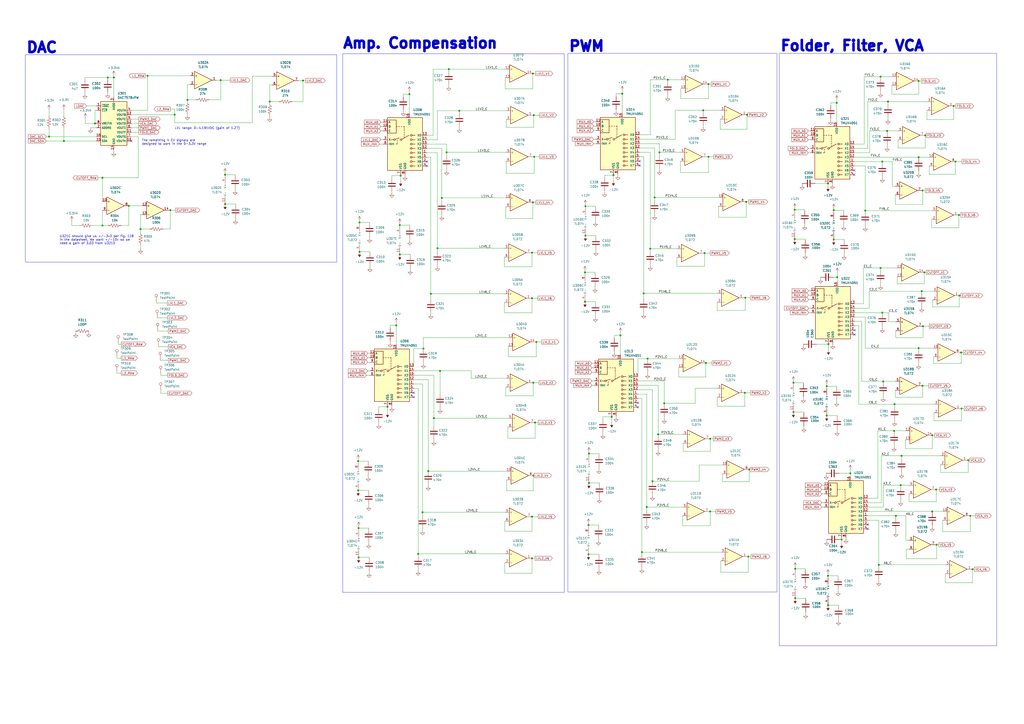
<source format=kicad_sch>
(kicad_sch (version 20231120) (generator "eeschema") (generator_version "8.0")
  (paper "A2")
  (junction (at 309.88 90.932))
  (junction (at 534.67 168.91))
  (junction (at 561.594 266.954))
  (junction (at 339.344 157.988))
  (junction (at 460.248 221.996))
  (junction (at 85.598 43.942))
  (junction (at 540.766 296.672))
  (junction (at 461.264 346.964))
  (junction (at 310.388 245.11))
  (junction (at 108.712 57.912))
  (junction (at 511.81 93.726))
  (junction (at 432.308 172.72))
  (junction (at 175.768 46.736))
  (junction (at 309.118 117.348))
  (junction (at 461.01 138.684))
  (junction (at 308.61 146.558))
  (junction (at 156.464 58.928))
  (junction (at 308.61 299.72))
  (junction (at 377.19 144.272))
  (junction (at 248.412 273.304))
  (junction (at 341.63 263.144))
  (junction (at 501.904 122.174))
  (junction (at 309.626 66.802))
  (junction (at 519.684 299.212))
  (junction (at 249.936 170.434))
  (junction (at 260.35 40.132))
  (junction (at 480.314 351.028))
  (junction (at 554.228 93.726))
  (junction (at 515.112 58.928))
  (junction (at 411.988 296.672))
  (junction (at 229.87 188.722))
  (junction (at 354.838 241.808))
  (junction (at 255.27 215.138))
  (junction (at 410.972 48.768))
  (junction (at 231.902 147.574))
  (junction (at 514.604 75.946))
  (junction (at 488.188 312.928))
  (junction (at 510.794 155.448))
  (junction (at 557.53 204.47))
  (junction (at 98.806 121.92))
  (junction (at 309.118 42.672))
  (junction (at 385.318 233.934))
  (junction (at 409.448 210.566))
  (junction (at 493.268 274.574))
  (junction (at 66.04 44.958))
  (junction (at 479.552 224.028))
  (junction (at 553.212 61.468))
  (junction (at 339.344 175.006))
  (junction (at 309.372 275.844))
  (junction (at 341.63 280.162))
  (junction (at 556.514 171.45))
  (junction (at 480.568 199.644))
  (junction (at 224.79 235.966))
  (junction (at 479.552 241.046))
  (junction (at 208.026 306.324))
  (junction (at 208.534 146.05))
  (junction (at 460.248 239.014))
  (junction (at 432.816 117.094))
  (junction (at 522.986 264.414))
  (junction (at 518.922 234.442))
  (junction (at 434.594 272.288))
  (junction (at 242.57 321.31))
  (junction (at 535.178 223.774))
  (junction (at 208.026 323.342))
  (junction (at 375.666 208.026))
  (junction (at 461.264 329.946))
  (junction (at 207.772 267.462))
  (junction (at 130.556 101.346))
  (junction (at 245.11 297.18))
  (junction (at 311.15 198.374))
  (junction (at 461.01 121.666))
  (junction (at 483.616 138.938))
  (junction (at 28.448 79.248))
  (junction (at 231.902 130.556))
  (junction (at 59.436 103.124))
  (junction (at 557.784 236.982))
  (junction (at 510.794 44.45))
  (junction (at 379.73 114.554))
  (junction (at 308.61 172.974))
  (junction (at 237.49 54.61))
  (junction (at 518.668 249.936))
  (junction (at 509.778 327.66))
  (junction (at 74.676 119.38))
  (junction (at 355.854 101.6))
  (junction (at 341.376 304.546))
  (junction (at 562.864 299.212))
  (junction (at 232.41 101.854))
  (junction (at 360.934 54.356))
  (junction (at 382.524 88.392))
  (junction (at 253.746 144.018))
  (junction (at 207.772 284.48))
  (junction (at 556.26 124.714))
  (junction (at 378.46 279.146))
  (junction (at 540.766 252.476))
  (junction (at 372.364 320.294))
  (junction (at 532.892 91.186))
  (junction (at 339.598 136.652))
  (junction (at 55.118 71.628))
  (junction (at 536.194 157.988))
  (junction (at 543.306 315.976))
  (junction (at 532.892 46.99))
  (junction (at 37.084 81.788))
  (junction (at 483.616 121.92))
  (junction (at 411.988 254.508))
  (junction (at 535.432 189.23))
  (junction (at 564.134 330.2))
  (junction (at 535.178 110.49))
  (junction (at 208.534 129.032))
  (junction (at 432.054 227.838))
  (junction (at 256.286 114.808))
  (junction (at 512.318 221.234))
  (junction (at 359.918 194.564))
  (junction (at 130.556 118.364))
  (junction (at 245.618 202.184))
  (junction (at 387.35 46.228))
  (junction (at 101.346 66.548))
  (junction (at 81.534 132.842))
  (junction (at 433.324 66.548))
  (junction (at 373.38 170.18))
  (junction (at 259.08 88.392))
  (junction (at 532.892 201.93))
  (junction (at 480.314 334.01))
  (junction (at 434.086 322.834))
  (junction (at 408.686 146.812))
  (junction (at 128.016 46.482))
  (junction (at 536.702 78.486))
  (junction (at 480.314 106.426))
  (junction (at 251.714 242.57))
  (junction (at 485.394 59.69))
  (junction (at 339.598 119.634))
  (junction (at 59.436 130.81))
  (junction (at 381.762 251.968))
  (junction (at 485.648 160.782))
  (junction (at 266.446 64.262))
  (junction (at 309.372 221.996))
  (junction (at 62.484 44.958))
  (junction (at 308.61 323.85))
  (junction (at 341.376 321.564))
  (junction (at 522.478 281.432))
  (junction (at 543.052 283.972))
  (junction (at 410.972 90.932))
  (junction (at 375.158 294.132))
  (junction (at 407.924 64.008))
  (junction (at 511.81 181.356))
  (no_connect (at 503.428 306.832))
  (no_connect (at 503.428 304.292))
  (no_connect (at 495.554 98.806))
  (no_connect (at 371.094 96.012))
  (no_connect (at 76.2 81.788))
  (no_connect (at 247.65 96.266))
  (no_connect (at 495.554 101.346))
  (no_connect (at 370.078 236.22))
  (no_connect (at 247.65 93.726))
  (no_connect (at 495.808 191.516))
  (no_connect (at 240.03 227.838))
  (no_connect (at 370.078 233.68))
  (no_connect (at 371.094 93.472))
  (no_connect (at 240.03 230.378))
  (no_connect (at 495.808 194.056))
  (wire (pts (xy 76.2 76.708) (xy 80.518 76.708)))
  (wire (pts (xy 128.016 57.912) (xy 128.016 46.482)))
  (wire (pts (xy 525.526 299.212) (xy 525.526 313.436)))
  (wire (pts (xy 308.61 172.974) (xy 311.912 172.974)))
  (wire (pts (xy 224.79 235.966) (xy 224.79 239.522)))
  (wire (pts (xy 310.134 198.374) (xy 311.15 198.374)))
  (wire (pts (xy 536.194 164.592) (xy 536.194 157.988)))
  (wire (pts (xy 493.268 272.288) (xy 493.268 274.574)))
  (wire (pts (xy 249.936 181.356) (xy 249.936 182.372)))
  (wire (pts (xy 308.102 323.85) (xy 308.61 323.85)))
  (wire (pts (xy 55.118 64.008) (xy 55.118 71.628)))
  (wire (pts (xy 101.346 66.548) (xy 101.346 71.12)))
  (wire (pts (xy 387.35 46.228) (xy 394.97 46.228)))
  (wire (pts (xy 213.868 284.988) (xy 213.868 284.48)))
  (wire (pts (xy 511.81 93.726) (xy 511.81 94.742)))
  (wire (pts (xy 391.668 64.008) (xy 407.924 64.008)))
  (wire (pts (xy 309.118 126.746) (xy 309.118 117.348)))
  (wire (pts (xy 495.554 86.106) (xy 503.428 86.106)))
  (wire (pts (xy 410.972 100.076) (xy 410.972 90.932)))
  (wire (pts (xy 214.63 154.178) (xy 214.63 155.194)))
  (wire (pts (xy 98.806 121.92) (xy 98.806 132.842)))
  (wire (pts (xy 370.078 208.026) (xy 375.666 208.026)))
  (wire (pts (xy 482.854 106.426) (xy 482.854 107.188)))
  (wire (pts (xy 339.344 156.972) (xy 339.344 157.988)))
  (wire (pts (xy 341.376 303.53) (xy 341.376 304.546)))
  (wire (pts (xy 382.524 97.79) (xy 382.524 98.806)))
  (wire (pts (xy 375.158 294.132) (xy 395.986 294.132)))
  (wire (pts (xy 66.04 43.688) (xy 66.04 44.958)))
  (wire (pts (xy 146.304 71.12) (xy 146.304 44.196)))
  (wire (pts (xy 410.972 57.15) (xy 410.972 48.768)))
  (wire (pts (xy 556.768 204.47) (xy 557.53 204.47)))
  (wire (pts (xy 503.428 291.592) (xy 511.302 291.592)))
  (wire (pts (xy 498.094 188.976) (xy 495.808 188.976)))
  (wire (pts (xy 541.02 168.91) (xy 534.67 168.91)))
  (wire (pts (xy 76.2 66.548) (xy 101.346 66.548)))
  (wire (pts (xy 308.61 332.486) (xy 308.61 323.85)))
  (wire (pts (xy 554.228 101.092) (xy 554.228 93.726)))
  (wire (pts (xy 498.094 234.442) (xy 498.094 188.976)))
  (wire (pts (xy 92.964 209.042) (xy 97.536 209.042)))
  (wire (pts (xy 495.554 83.566) (xy 501.396 83.566)))
  (wire (pts (xy 266.446 64.262) (xy 266.446 65.786)))
  (wire (pts (xy 480.314 332.994) (xy 480.314 334.01)))
  (wire (pts (xy 26.924 81.788) (xy 37.084 81.788)))
  (wire (pts (xy 522.986 264.414) (xy 545.592 264.414)))
  (wire (pts (xy 247.65 78.486) (xy 251.206 78.486)))
  (wire (pts (xy 156.464 58.928) (xy 161.798 58.928)))
  (wire (pts (xy 347.472 271.272) (xy 347.472 272.288)))
  (wire (pts (xy 510.794 164.592) (xy 510.794 165.608)))
  (wire (pts (xy 519.43 113.03) (xy 519.43 118.618)))
  (wire (pts (xy 213.868 284.48) (xy 207.772 284.48)))
  (wire (pts (xy 293.116 45.212) (xy 293.116 51.562)))
  (wire (pts (xy 292.862 326.39) (xy 292.862 332.486)))
  (wire (pts (xy 408.686 146.812) (xy 411.988 146.812)))
  (wire (pts (xy 74.676 130.81) (xy 70.358 130.81)))
  (wire (pts (xy 532.892 99.314) (xy 532.892 100.33)))
  (wire (pts (xy 247.65 83.566) (xy 259.08 83.566)))
  (wire (pts (xy 467.36 347.472) (xy 467.36 346.964)))
  (wire (pts (xy 97.028 175.768) (xy 90.678 175.768)))
  (wire (pts (xy 208.026 305.308) (xy 208.026 306.324)))
  (wire (pts (xy 370.078 223.52) (xy 381.762 223.52)))
  (wire (pts (xy 212.598 217.678) (xy 214.63 217.678)))
  (wire (pts (xy 55.88 64.008) (xy 55.118 64.008)))
  (wire (pts (xy 76.2 79.248) (xy 80.264 79.248)))
  (wire (pts (xy 403.352 225.298) (xy 416.052 225.298)))
  (wire (pts (xy 240.03 215.138) (xy 255.27 215.138)))
  (wire (pts (xy 485.394 224.028) (xy 479.552 224.028)))
  (wire (pts (xy 467.106 139.192) (xy 467.106 138.684)))
  (wire (pts (xy 379.73 85.852) (xy 371.094 85.852)))
  (wire (pts (xy 345.44 127.762) (xy 345.44 128.778)))
  (wire (pts (xy 418.084 320.294) (xy 372.364 320.294)))
  (wire (pts (xy 227.33 103.378) (xy 227.33 101.854)))
  (wire (pts (xy 28.448 74.676) (xy 28.448 79.248)))
  (wire (pts (xy 467.106 330.454) (xy 467.106 329.946)))
  (wire (pts (xy 359.918 192.786) (xy 359.918 194.564)))
  (wire (pts (xy 309.372 284.734) (xy 309.372 275.844)))
  (wire (pts (xy 74.676 119.38) (xy 74.676 130.81)))
  (wire (pts (xy 537.718 64.008) (xy 537.718 69.342)))
  (wire (pts (xy 483.108 199.136) (xy 483.108 199.898)))
  (wire (pts (xy 259.08 98.044) (xy 259.08 99.06)))
  (wire (pts (xy 499.872 186.436) (xy 495.808 186.436)))
  (wire (pts (xy 293.878 284.734) (xy 309.372 284.734)))
  (wire (pts (xy 245.11 306.832) (xy 245.11 307.848)))
  (wire (pts (xy 108.712 57.912) (xy 108.712 58.674)))
  (wire (pts (xy 542.544 283.972) (xy 543.052 283.972)))
  (wire (pts (xy 411.988 296.672) (xy 415.29 296.672)))
  (wire (pts (xy 509.27 289.052) (xy 509.27 249.936)))
  (wire (pts (xy 469.138 171.196) (xy 470.408 171.196)))
  (wire (pts (xy 461.01 120.65) (xy 461.01 121.666)))
  (wire (pts (xy 541.782 234.442) (xy 518.922 234.442)))
  (wire (pts (xy 501.396 83.566) (xy 501.396 44.45)))
  (wire (pts (xy 525.272 255.016) (xy 525.272 260.35)))
  (wire (pts (xy 512.318 281.432) (xy 522.478 281.432)))
  (wire (pts (xy 345.44 120.142) (xy 345.44 119.634)))
  (wire (pts (xy 347.218 305.054) (xy 347.218 304.546)))
  (wire (pts (xy 561.594 274.066) (xy 561.594 266.954)))
  (wire (pts (xy 240.03 220.218) (xy 248.412 220.218)))
  (wire (pts (xy 309.372 229.616) (xy 309.372 221.996)))
  (wire (pts (xy 245.11 297.18) (xy 292.862 297.18)))
  (wire (pts (xy 359.918 194.564) (xy 359.918 205.74)))
  (wire (pts (xy 344.424 73.152) (xy 345.694 73.152)))
  (wire (pts (xy 350.774 103.124) (xy 350.774 101.6)))
  (wire (pts (xy 511.81 189.484) (xy 511.81 190.5)))
  (wire (pts (xy 562.864 299.212) (xy 565.912 299.212)))
  (wire (pts (xy 481.838 68.834) (xy 481.838 69.85)))
  (wire (pts (xy 519.43 226.314) (xy 519.43 230.378)))
  (wire (pts (xy 49.276 46.228) (xy 49.276 44.958)))
  (wire (pts (xy 408.94 210.566) (xy 409.448 210.566)))
  (wire (pts (xy 532.892 201.93) (xy 532.892 202.946)))
  (wire (pts (xy 345.186 166.116) (xy 345.186 167.132)))
  (wire (pts (xy 229.87 188.722) (xy 229.87 199.898)))
  (wire (pts (xy 292.608 170.434) (xy 249.936 170.434)))
  (wire (pts (xy 371.094 80.772) (xy 391.668 80.772)))
  (wire (pts (xy 375.666 215.9) (xy 375.666 216.916)))
  (wire (pts (xy 345.186 157.988) (xy 339.344 157.988)))
  (wire (pts (xy 372.364 328.93) (xy 372.364 329.946)))
  (wire (pts (xy 344.424 70.612) (xy 345.694 70.612)))
  (wire (pts (xy 309.118 42.672) (xy 310.642 42.672)))
  (wire (pts (xy 382.524 88.392) (xy 394.716 88.392)))
  (wire (pts (xy 81.534 132.842) (xy 81.534 124.46)))
  (wire (pts (xy 381.762 251.968) (xy 381.762 252.984)))
  (wire (pts (xy 220.98 70.866) (xy 222.25 70.866)))
  (wire (pts (xy 245.11 297.18) (xy 245.11 222.758)))
  (wire (pts (xy 519.43 118.618) (xy 535.178 118.618)))
  (wire (pts (xy 70.358 207.772) (xy 67.818 207.772)))
  (wire (pts (xy 347.472 322.072) (xy 347.472 321.564)))
  (wire (pts (xy 372.364 320.294) (xy 372.364 231.14)))
  (wire (pts (xy 409.448 210.566) (xy 413.004 210.566)))
  (wire (pts (xy 308.61 117.348) (xy 309.118 117.348)))
  (wire (pts (xy 52.578 74.676) (xy 52.578 74.168)))
  (wire (pts (xy 97.79 121.92) (xy 98.806 121.92)))
  (wire (pts (xy 208.026 306.324) (xy 208.026 307.594)))
  (wire (pts (xy 62.484 45.974) (xy 62.484 44.958)))
  (wire (pts (xy 540.766 296.672) (xy 546.862 296.672)))
  (wire (pts (xy 175.768 46.736) (xy 175.768 58.928)))
  (wire (pts (xy 233.934 54.61) (xy 237.49 54.61)))
  (wire (pts (xy 345.44 175.006) (xy 339.344 175.006)))
  (wire (pts (xy 237.998 155.702) (xy 237.998 156.718)))
  (wire (pts (xy 76.2 74.168) (xy 80.518 74.168)))
  (wire (pts (xy 136.398 101.346) (xy 130.556 101.346)))
  (wire (pts (xy 213.868 292.608) (xy 213.868 293.624)))
  (wire (pts (xy 540.766 260.35) (xy 540.766 252.476)))
  (wire (pts (xy 432.816 117.094) (xy 434.34 117.094)))
  (wire (pts (xy 534.67 223.774) (xy 535.178 223.774)))
  (wire (pts (xy 466.344 239.522) (xy 466.344 239.014)))
  (wire (pts (xy 347.726 280.162) (xy 341.63 280.162)))
  (wire (pts (xy 341.376 304.546) (xy 341.376 305.816)))
  (wire (pts (xy 407.924 72.898) (xy 407.924 73.914)))
  (wire (pts (xy 294.64 254.254) (xy 310.388 254.254)))
  (wire (pts (xy 479.552 223.012) (xy 479.552 224.028)))
  (wire (pts (xy 213.614 267.462) (xy 207.772 267.462)))
  (wire (pts (xy 543.306 324.104) (xy 543.306 315.976)))
  (wire (pts (xy 411.988 261.874) (xy 411.988 254.508)))
  (wire (pts (xy 339.344 175.006) (xy 339.344 175.514)))
  (wire (pts (xy 511.81 181.356) (xy 511.81 181.864)))
  (wire (pts (xy 214.122 323.85) (xy 214.122 323.342)))
  (wire (pts (xy 214.376 137.16) (xy 214.376 138.176)))
  (wire (pts (xy 81.534 132.842) (xy 81.534 134.62)))
  (wire (pts (xy 130.556 100.33) (xy 130.556 101.346)))
  (wire (pts (xy 156.464 58.928) (xy 156.464 59.69)))
  (wire (pts (xy 53.848 130.81) (xy 59.436 130.81)))
  (wire (pts (xy 483.616 160.782) (xy 485.648 160.782)))
  (wire (pts (xy 253.746 81.026) (xy 253.746 64.262)))
  (wire (pts (xy 535.178 230.378) (xy 535.178 223.774)))
  (wire (pts (xy 59.436 103.124) (xy 80.264 103.124)))
  (wire (pts (xy 156.464 49.276) (xy 156.464 58.928)))
  (wire (pts (xy 156.464 67.31) (xy 156.464 68.072)))
  (wire (pts (xy 396.24 257.048) (xy 396.24 261.874)))
  (wire (pts (xy 536.702 85.852) (xy 536.702 78.486)))
  (wire (pts (xy 515.112 58.928) (xy 537.718 58.928)))
  (wire (pts (xy 26.924 79.248) (xy 28.448 79.248)))
  (wire (pts (xy 133.604 46.482) (xy 128.016 46.482)))
  (wire (pts (xy 541.528 207.01) (xy 541.528 210.82)))
  (wire (pts (xy 461.264 329.946) (xy 461.264 331.216)))
  (wire (pts (xy 479.552 312.928) (xy 479.552 313.944)))
  (wire (pts (xy 431.292 172.72) (xy 432.308 172.72)))
  (wire (pts (xy 501.904 122.174) (xy 501.904 122.936)))
  (wire (pts (xy 501.396 44.45) (xy 510.794 44.45)))
  (wire (pts (xy 273.304 215.138) (xy 255.27 215.138)))
  (wire (pts (xy 371.094 88.392) (xy 377.19 88.392)))
  (wire (pts (xy 480.568 199.136) (xy 480.568 199.644)))
  (wire (pts (xy 371.094 83.312) (xy 382.524 83.312)))
  (wire (pts (xy 541.782 239.522) (xy 541.782 244.094)))
  (wire (pts (xy 308.61 181.356) (xy 308.61 172.974)))
  (wire (pts (xy 231.902 147.066) (xy 231.902 147.574)))
  (wire (pts (xy 245.11 297.18) (xy 245.11 299.212)))
  (wire (pts (xy 561.594 266.954) (xy 562.356 266.954)))
  (wire (pts (xy 70.358 216.408) (xy 67.818 216.408)))
  (wire (pts (xy 483.616 120.904) (xy 483.616 121.92)))
  (wire (pts (xy 213.36 204.978) (xy 214.63 204.978)))
  (wire (pts (xy 517.398 54.61) (xy 532.892 54.61)))
  (wire (pts (xy 541.528 201.93) (xy 532.892 201.93)))
  (wire (pts (xy 466.344 247.142) (xy 466.344 248.158)))
  (wire (pts (xy 49.276 44.958) (xy 62.484 44.958)))
  (wire (pts (xy 468.884 81.026) (xy 470.154 81.026)))
  (wire (pts (xy 466.09 230.124) (xy 466.09 231.14)))
  (wire (pts (xy 536.702 78.486) (xy 537.21 78.486)))
  (wire (pts (xy 227.33 101.854) (xy 232.41 101.854)))
  (wire (pts (xy 485.394 232.156) (xy 485.394 233.172)))
  (wire (pts (xy 548.386 332.74) (xy 548.386 338.074)))
  (wire (pts (xy 382.524 88.392) (xy 382.524 90.17)))
  (wire (pts (xy 266.446 64.262) (xy 293.624 64.262)))
  (wire (pts (xy 541.528 210.82) (xy 557.53 210.82)))
  (wire (pts (xy 308.61 323.85) (xy 310.388 323.85)))
  (wire (pts (xy 489.712 138.938) (xy 483.616 138.938)))
  (wire (pts (xy 62.484 53.594) (xy 62.484 54.356)))
  (wire (pts (xy 91.44 192.024) (xy 97.536 192.024)))
  (wire (pts (xy 59.436 116.84) (xy 59.436 103.124)))
  (wire (pts (xy 432.054 117.094) (xy 432.816 117.094)))
  (wire (pts (xy 349.758 241.808) (xy 354.838 241.808)))
  (wire (pts (xy 229.87 186.944) (xy 229.87 188.722)))
  (wire (pts (xy 556.26 132.08) (xy 556.26 124.714)))
  (wire (pts (xy 356.362 194.564) (xy 359.918 194.564)))
  (wire (pts (xy 557.53 210.82) (xy 557.53 204.47)))
  (wire (pts (xy 511.81 181.356) (xy 515.62 181.356)))
  (wire (pts (xy 93.218 228.092) (xy 97.282 228.092)))
  (wire (pts (xy 245.618 195.834) (xy 294.894 195.834)))
  (wire (pts (xy 540.512 132.08) (xy 556.26 132.08)))
  (wire (pts (xy 562.102 299.212) (xy 562.864 299.212)))
  (wire (pts (xy 377.19 144.272) (xy 392.684 144.272)))
  (wire (pts (xy 93.218 226.06) (xy 93.218 228.092)))
  (wire (pts (xy 504.19 168.91) (xy 504.19 178.816)))
  (wire (pts (xy 467.36 355.092) (xy 467.36 356.108)))
  (wire (pts (xy 393.7 218.694) (xy 409.448 218.694)))
  (wire (pts (xy 564.134 330.2) (xy 565.15 330.2)))
  (wire (pts (xy 503.428 296.672) (xy 540.766 296.672)))
  (wire (pts (xy 391.668 80.772) (xy 391.668 64.008)))
  (wire (pts (xy 293.624 93.472) (xy 293.624 100.584)))
  (wire (pts (xy 488.188 312.928) (xy 488.188 315.468)))
  (wire (pts (xy 535.432 189.23) (xy 538.988 189.23)))
  (wire (pts (xy 418.084 331.978) (xy 434.086 331.978)))
  (wire (pts (xy 532.892 91.186) (xy 532.892 91.694)))
  (wire (pts (xy 480.314 350.52) (xy 480.314 351.028)))
  (wire (pts (xy 345.694 136.652) (xy 339.598 136.652)))
  (wire (pts (xy 343.408 215.9) (xy 344.678 215.9)))
  (wire (pts (xy 294.894 200.914) (xy 294.894 207.01)))
  (wire (pts (xy 350.774 101.6) (xy 355.854 101.6)))
  (wire (pts (xy 385.318 233.934) (xy 403.352 233.934)))
  (wire (pts (xy 234.95 101.346) (xy 234.95 102.108)))
  (wire (pts (xy 256.286 86.106) (xy 247.65 86.106)))
  (wire (pts (xy 432.308 180.086) (xy 432.308 172.72)))
  (wire (pts (xy 432.054 227.838) (xy 435.356 227.838)))
  (wire (pts (xy 385.318 220.98) (xy 385.318 233.934)))
  (wire (pts (xy 86.868 132.842) (xy 81.534 132.842)))
  (wire (pts (xy 461.01 138.684) (xy 461.01 139.192)))
  (wire (pts (xy 394.97 51.308) (xy 394.97 57.15)))
  (wire (pts (xy 483.616 121.92) (xy 483.616 123.19)))
  (wire (pts (xy 347.726 280.67) (xy 347.726 280.162)))
  (wire (pts (xy 434.594 279.4) (xy 434.594 272.288)))
  (wire (pts (xy 485.648 249.174) (xy 485.648 250.19)))
  (wire (pts (xy 562.864 308.356) (xy 562.864 299.212)))
  (wire (pts (xy 509.778 327.66) (xy 548.386 327.66)))
  (wire (pts (xy 108.712 57.912) (xy 113.792 57.912)))
  (wire (pts (xy 341.376 321.056) (xy 341.376 321.564)))
  (wire (pts (xy 110.236 49.022) (xy 108.712 49.022)))
  (wire (pts (xy 503.428 289.052) (xy 509.27 289.052)))
  (wire (pts (xy 242.57 330.2) (xy 242.57 331.216)))
  (wire (pts (xy 294.64 247.65) (xy 294.64 254.254)))
  (wire (pts (xy 489.712 139.446) (xy 489.712 138.938)))
  (wire (pts (xy 495.554 93.726) (xy 511.81 93.726)))
  (wire (pts (xy 411.48 254.508) (xy 411.988 254.508)))
  (wire (pts (xy 460.248 220.98) (xy 460.248 221.996)))
  (wire (pts (xy 208.534 128.016) (xy 208.534 129.032)))
  (wire (pts (xy 91.44 191.516) (xy 91.44 192.024)))
  (wire (pts (xy 489.458 121.92) (xy 483.616 121.92)))
  (wire (pts (xy 28.448 79.248) (xy 55.88 79.248)))
  (wire (pts (xy 466.852 122.174) (xy 466.852 121.666)))
  (wire (pts (xy 467.106 146.812) (xy 467.106 147.828)))
  (wire (pts (xy 503.428 294.132) (xy 512.318 294.132)))
  (wire (pts (xy 231.902 129.54) (xy 231.902 130.556)))
  (wire (pts (xy 90.678 175.768) (xy 90.678 174.752)))
  (wire (pts (xy 486.156 334.01) (xy 480.314 334.01)))
  (wire (pts (xy 534.67 177.546) (xy 534.67 178.562)))
  (wire (pts (xy 343.408 223.52) (xy 344.678 223.52)))
  (wire (pts (xy 232.41 101.346) (xy 232.41 101.854)))
  (wire (pts (xy 540.766 296.672) (xy 540.766 297.18)))
  (wire (pts (xy 360.934 54.356) (xy 360.934 65.532)))
  (wire (pts (xy 214.376 129.032) (xy 208.534 129.032)))
  (wire (pts (xy 527.304 291.084) (xy 543.052 291.084)))
  (wire (pts (xy 485.394 59.69) (xy 485.394 70.866)))
  (wire (pts (xy 515.62 186.69) (xy 519.684 186.69)))
  (wire (pts (xy 378.46 226.06) (xy 378.46 279.146)))
  (wire (pts (xy 480.314 334.01) (xy 480.314 335.28)))
  (wire (pts (xy 41.656 130.81) (xy 46.228 130.81)))
  (wire (pts (xy 232.41 101.854) (xy 232.41 105.41)))
  (wire (pts (xy 224.79 235.458) (xy 224.79 235.966)))
  (wire (pts (xy 465.328 106.426) (xy 465.328 107.442)))
  (wire (pts (xy 349.758 250.952) (xy 349.758 251.968)))
  (wire (pts (xy 245.618 202.184) (xy 245.618 202.438)))
  (wire (pts (xy 509.778 327.66) (xy 509.778 328.676)))
  (wire (pts (xy 308.356 42.672) (xy 309.118 42.672)))
  (wire (pts (xy 347.472 263.144) (xy 341.63 263.144)))
  (wire (pts (xy 349.758 243.332) (xy 349.758 241.808)))
  (wire (pts (xy 557.53 204.47) (xy 558.8 204.47)))
  (wire (pts (xy 309.118 51.562) (xy 309.118 42.672)))
  (wire (pts (xy 501.904 130.556) (xy 501.904 131.572)))
  (wire (pts (xy 543.052 283.972) (xy 545.084 283.972)))
  (wire (pts (xy 354.838 241.808) (xy 354.838 245.364)))
  (wire (pts (xy 91.948 201.168) (xy 97.536 201.168)))
  (wire (pts (xy 519.684 191.77) (xy 519.684 195.834)))
  (wire (pts (xy 311.15 207.01) (xy 311.15 198.374)))
  (wire (pts (xy 308.864 90.932) (xy 309.88 90.932)))
  (wire (pts (xy 311.15 198.374) (xy 314.198 198.374)))
  (wire (pts (xy 395.986 305.054) (xy 411.988 305.054)))
  (wire (pts (xy 535.178 110.49) (xy 536.702 110.49)))
  (wire (pts (xy 495.554 96.266) (xy 501.904 96.266)))
  (wire (pts (xy 339.344 174.498) (xy 339.344 175.006)))
  (wire (pts (xy 511.81 102.362) (xy 511.81 103.378)))
  (wire (pts (xy 434.086 322.834) (xy 434.086 331.978)))
  (wire (pts (xy 220.218 83.566) (xy 222.25 83.566)))
  (wire (pts (xy 375.158 228.6) (xy 370.078 228.6)))
  (wire (pts (xy 479.552 224.028) (xy 479.552 225.298)))
  (wire (pts (xy 49.53 71.628) (xy 49.53 68.326)))
  (wire (pts (xy 486.156 334.518) (xy 486.156 334.01)))
  (wire (pts (xy 419.1 274.828) (xy 419.1 279.4)))
  (wire (pts (xy 490.728 311.912) (xy 490.728 312.674)))
  (wire (pts (xy 208.534 145.542) (xy 208.534 146.05)))
  (wire (pts (xy 405.638 269.748) (xy 419.1 269.748)))
  (wire (pts (xy 504.444 75.946) (xy 514.604 75.946)))
  (wire (pts (xy 136.652 118.364) (xy 130.556 118.364)))
  (wire (pts (xy 237.998 147.574) (xy 231.902 147.574)))
  (wire (pts (xy 511.302 291.592) (xy 511.302 264.414)))
  (wire (pts (xy 510.794 52.832) (xy 510.794 53.848)))
  (wire (pts (xy 403.352 233.934) (xy 403.352 225.298)))
  (wire (pts (xy 379.73 114.554) (xy 379.73 116.332)))
  (wire (pts (xy 517.652 107.95) (xy 519.43 107.95)))
  (wire (pts (xy 433.324 322.834) (xy 434.086 322.834)))
  (wire (pts (xy 472.948 106.426) (xy 480.314 106.426)))
  (wire (pts (xy 345.44 119.634) (xy 339.598 119.634)))
  (wire (pts (xy 517.652 93.726) (xy 517.652 107.95)))
  (wire (pts (xy 495.554 91.186) (xy 532.892 91.186)))
  (wire (pts (xy 556.26 124.714) (xy 557.276 124.714)))
  (wire (pts (xy 347.218 312.674) (xy 347.218 313.69)))
  (wire (pts (xy 309.88 90.932) (xy 312.928 90.932)))
  (wire (pts (xy 481.838 61.214) (xy 481.838 59.69)))
  (wire (pts (xy 469.138 178.816) (xy 470.408 178.816)))
  (wire (pts (xy 293.37 126.746) (xy 309.118 126.746)))
  (wire (pts (xy 486.41 351.028) (xy 480.314 351.028)))
  (wire (pts (xy 377.19 144.272) (xy 377.19 145.796)))
  (wire (pts (xy 556.514 178.054) (xy 556.514 171.45)))
  (wire (pts (xy 76.2 71.628) (xy 80.518 71.628)))
  (wire (pts (xy 259.08 88.392) (xy 259.08 90.424)))
  (wire (pts (xy 308.61 299.72) (xy 312.166 299.72)))
  (wire (pts (xy 293.37 229.616) (xy 309.372 229.616)))
  (wire (pts (xy 251.714 254.762) (xy 251.714 255.778)))
  (wire (pts (xy 466.852 121.666) (xy 461.01 121.666)))
  (wire (pts (xy 545.592 269.494) (xy 545.592 274.066)))
  (wire (pts (xy 501.904 122.174) (xy 540.512 122.174)))
  (wire (pts (xy 43.942 192.024) (xy 43.942 193.294)))
  (wire (pts (xy 98.806 121.92) (xy 101.854 121.92)))
  (wire (pts (xy 85.598 64.008) (xy 85.598 43.942)))
  (wire (pts (xy 253.746 64.262) (xy 266.446 64.262)))
  (wire (pts (xy 266.446 73.406) (xy 266.446 74.422)))
  (wire (pts (xy 339.598 136.652) (xy 339.598 137.16)))
  (wire (pts (xy 101.346 71.12) (xy 146.304 71.12)))
  (wire (pts (xy 309.88 100.584) (xy 309.88 90.932)))
  (wire (pts (xy 213.36 215.138) (xy 214.63 215.138)))
  (wire (pts (xy 226.314 188.722) (xy 229.87 188.722)))
  (wire (pts (xy 339.344 157.988) (xy 339.344 159.258)))
  (wire (pts (xy 219.71 245.11) (xy 219.71 246.126)))
  (wire (pts (xy 213.868 306.324) (xy 208.026 306.324)))
  (wire (pts (xy 81.534 142.24) (xy 81.534 144.526)))
  (wire (pts (xy 532.892 54.61) (xy 532.892 46.99)))
  (wire (pts (xy 409.956 90.932) (xy 410.972 90.932)))
  (wire (pts (xy 208.534 129.032) (xy 208.534 130.302)))
  (wire (pts (xy 59.436 121.92) (xy 59.436 130.81)))
  (wire (pts (xy 256.286 124.206) (xy 256.286 125.222)))
  (wire (pts (xy 556.26 171.45) (xy 556.514 171.45)))
  (wire (pts (xy 489.458 130.048) (xy 489.458 131.064)))
  (wire (pts (xy 476.758 291.592) (xy 478.028 291.592)))
  (wire (pts (xy 208.534 146.05) (xy 208.534 146.558)))
  (wire (pts (xy 375.158 303.276) (xy 375.158 304.292)))
  (wire (pts (xy 377.19 88.392) (xy 377.19 144.272)))
  (wire (pts (xy 518.668 249.936) (xy 525.272 249.936)))
  (wire (pts (xy 76.2 69.088) (xy 80.518 69.088)))
  (wire (pts (xy 432.816 125.984) (xy 432.816 117.094)))
  (wire (pts (xy 416.052 235.712) (xy 432.054 235.712)))
  (wire (pts (xy 520.954 81.026) (xy 520.954 85.852)))
  (wire (pts (xy 62.484 44.958) (xy 66.04 44.958)))
  (wire (pts (xy 511.302 264.414) (xy 522.986 264.414)))
  (wire (pts (xy 411.988 254.508) (xy 413.766 254.508)))
  (wire (pts (xy 546.862 308.356) (xy 562.864 308.356)))
  (wire (pts (xy 512.318 221.234) (xy 512.318 221.996)))
  (wire (pts (xy 541.02 178.054) (xy 556.514 178.054)))
  (wire (pts (xy 237.744 130.556) (xy 231.902 130.556)))
  (wire (pts (xy 214.376 129.54) (xy 214.376 129.032)))
  (wire (pts (xy 476.758 294.132) (xy 478.028 294.132)))
  (wire (pts (xy 273.304 219.456) (xy 273.304 215.138)))
  (wire (pts (xy 515.112 68.326) (xy 515.112 69.342)))
  (wire (pts (xy 253.746 153.67) (xy 253.746 154.686)))
  (wire (pts (xy 308.864 66.802) (xy 309.626 66.802)))
  (wire (pts (xy 293.116 51.562) (xy 309.118 51.562)))
  (wire (pts (xy 500.888 155.448) (xy 510.794 155.448)))
  (wire (pts (xy 511.81 93.726) (xy 517.652 93.726)))
  (wire (pts (xy 466.852 129.794) (xy 466.852 130.81)))
  (wire (pts (xy 535.432 195.834) (xy 535.432 189.23)))
  (wire (pts (xy 503.428 86.106) (xy 503.428 58.928)))
  (wire (pts (xy 504.444 88.646) (xy 504.444 75.946)))
  (wire (pts (xy 460.248 239.014) (xy 460.248 239.522)))
  (wire (pts (xy 357.378 241.3) (xy 357.378 242.062)))
  (wire (pts (xy 227.33 110.998) (xy 227.33 112.014)))
  (wire (pts (xy 213.868 306.832) (xy 213.868 306.324)))
  (wire (pts (xy 395.986 299.212) (xy 395.986 305.054)))
  (wire (pts (xy 461.01 138.176) (xy 461.01 138.684)))
  (wire (pts (xy 525.272 260.35) (xy 540.766 260.35)))
  (wire (pts (xy 461.264 328.93) (xy 461.264 329.946)))
  (wire (pts (xy 344.424 80.772) (xy 345.694 80.772)))
  (wire (pts (xy 481.838 59.69) (xy 485.394 59.69)))
  (wire (pts (xy 240.03 217.678) (xy 251.714 217.678)))
  (wire (pts (xy 341.63 262.128) (xy 341.63 263.144)))
  (wire (pts (xy 259.08 83.566) (xy 259.08 88.392)))
  (wire (pts (xy 525.78 324.104) (xy 543.306 324.104)))
  (wire (pts (xy 375.158 294.132) (xy 375.158 295.656)))
  (wire (pts (xy 233.934 63.754) (xy 233.934 64.77)))
  (wire (pts (xy 553.212 69.342) (xy 553.212 61.468)))
  (wire (pts (xy 213.36 207.518) (xy 214.63 207.518)))
  (wire (pts (xy 519.684 299.212) (xy 525.526 299.212)))
  (wire (pts (xy 130.556 117.856) (xy 130.556 118.364)))
  (wire (pts (xy 419.1 279.4) (xy 434.594 279.4)))
  (wire (pts (xy 345.186 158.496) (xy 345.186 157.988)))
  (wire (pts (xy 394.716 100.076) (xy 410.972 100.076)))
  (wire (pts (xy 347.218 304.546) (xy 341.376 304.546)))
  (wire (pts (xy 309.372 221.996) (xy 312.674 221.996)))
  (wire (pts (xy 385.318 233.934) (xy 385.318 234.442)))
  (wire (pts (xy 68.58 199.644) (xy 68.58 198.628)))
  (wire (pts (xy 214.122 323.342) (xy 208.026 323.342)))
  (wire (pts (xy 76.2 64.008) (xy 85.598 64.008)))
  (wire (pts (xy 522.986 264.414) (xy 522.986 266.192)))
  (wire (pts (xy 339.598 119.634) (xy 339.598 120.904)))
  (wire (pts (xy 370.078 220.98) (xy 385.318 220.98)))
  (wire (pts (xy 503.428 301.752) (xy 509.778 301.752)))
  (wire (pts (xy 543.306 315.976) (xy 544.576 315.976)))
  (wire (pts (xy 136.398 109.474) (xy 136.398 110.49)))
  (wire (pts (xy 237.998 148.082) (xy 237.998 147.574)))
  (wire (pts (xy 407.924 64.008) (xy 407.924 65.278)))
  (wire (pts (xy 358.394 101.092) (xy 358.394 101.854)))
  (wire (pts (xy 255.27 215.138) (xy 255.27 228.6)))
  (wire (pts (xy 460.248 238.506) (xy 460.248 239.014)))
  (wire (pts (xy 495.554 88.646) (xy 504.444 88.646)))
  (wire (pts (xy 70.358 199.644) (xy 68.58 199.644)))
  (wire (pts (xy 469.138 168.656) (xy 470.408 168.656)))
  (wire (pts (xy 563.626 330.2) (xy 564.134 330.2)))
  (wire (pts (xy 373.38 170.18) (xy 373.38 173.482)))
  (wire (pts (xy 237.49 54.61) (xy 237.49 65.786)))
  (wire (pts (xy 292.862 302.26) (xy 292.862 308.102)))
  (wire (pts (xy 208.026 323.342) (xy 208.026 323.85)))
  (wire (pts (xy 293.37 224.536) (xy 293.37 229.616)))
  (wire (pts (xy 467.106 338.074) (xy 467.106 339.09)))
  (wire (pts (xy 379.73 114.554) (xy 379.73 85.852)))
  (wire (pts (xy 432.308 172.72) (xy 435.356 172.72)))
  (wire (pts (xy 292.608 181.356) (xy 308.61 181.356)))
  (wire (pts (xy 220.98 81.026) (xy 222.25 81.026)))
  (wire (pts (xy 509.778 301.752) (xy 509.778 327.66)))
  (wire (pts (xy 468.884 78.486) (xy 470.154 78.486)))
  (wire (pts (xy 293.624 69.342) (xy 293.624 73.914)))
  (wire (pts (xy 85.598 43.942) (xy 110.236 43.942)))
  (wire (pts (xy 341.376 321.564) (xy 341.376 322.072)))
  (wire (pts (xy 207.772 267.462) (xy 207.772 268.732)))
  (wire (pts (xy 510.794 155.448) (xy 520.446 155.448)))
  (wire (pts (xy 466.09 199.644) (xy 466.09 200.66)))
  (wire (pts (xy 375.666 208.026) (xy 393.7 208.026)))
  (wire (pts (xy 486.156 342.138) (xy 486.156 343.154)))
  (wire (pts (xy 307.848 172.974) (xy 308.61 172.974)))
  (wire (pts (xy 309.118 275.844) (xy 309.372 275.844)))
  (wire (pts (xy 240.03 212.598) (xy 240.03 202.184)))
  (wire (pts (xy 512.318 221.234) (xy 499.872 221.234)))
  (wire (pts (xy 416.052 180.086) (xy 432.308 180.086)))
  (wire (pts (xy 67.818 207.772) (xy 67.818 206.756)))
  (wire (pts (xy 503.428 58.928) (xy 515.112 58.928)))
  (wire (pts (xy 416.814 114.554) (xy 379.73 114.554)))
  (wire (pts (xy 253.746 88.646) (xy 253.746 144.018)))
  (wire (pts (xy 518.922 243.586) (xy 518.922 244.602)))
  (wire (pts (xy 310.388 245.11) (xy 312.166 245.11)))
  (wire (pts (xy 66.04 44.958) (xy 66.04 56.388)))
  (wire (pts (xy 207.772 283.972) (xy 207.772 284.48)))
  (wire (pts (xy 487.172 312.928) (xy 488.188 312.928)))
  (wire (pts (xy 466.09 221.996) (xy 460.248 221.996)))
  (wire (pts (xy 381.762 251.968) (xy 396.24 251.968)))
  (wire (pts (xy 98.806 63.246) (xy 101.346 63.246)))
  (wire (pts (xy 92.964 208.28) (xy 92.964 209.042)))
  (wire (pts (xy 273.304 219.456) (xy 293.37 219.456)))
  (wire (pts (xy 532.892 210.566) (xy 532.892 211.582)))
  (wire (pts (xy 41.656 128.016) (xy 41.656 130.81)))
  (wire (pts (xy 339.598 118.618) (xy 339.598 119.634)))
  (wire (pts (xy 509.778 336.296) (xy 509.778 337.312)))
  (wire (pts (xy 292.608 175.514) (xy 292.608 181.356)))
  (wire (pts (xy 514.604 75.946) (xy 514.604 76.708)))
  (wire (pts (xy 468.884 75.946) (xy 470.154 75.946)))
  (wire (pts (xy 347.726 288.29) (xy 347.726 289.306)))
  (wire (pts (xy 377.19 153.416) (xy 377.19 154.432)))
  (wire (pts (xy 536.194 78.486) (xy 536.702 78.486)))
  (wire (pts (xy 553.212 61.468) (xy 554.482 61.468)))
  (wire (pts (xy 242.57 225.298) (xy 240.03 225.298)))
  (wire (pts (xy 535.178 118.618) (xy 535.178 110.49)))
  (wire (pts (xy 475.996 160.782) (xy 475.996 161.798)))
  (wire (pts (xy 67.818 216.408) (xy 67.818 215.392)))
  (wire (pts (xy 556.514 171.45) (xy 557.276 171.45)))
  (wire (pts (xy 473.71 199.644) (xy 480.568 199.644)))
  (wire (pts (xy 219.71 237.49) (xy 219.71 235.966)))
  (wire (pts (xy 520.446 164.592) (xy 536.194 164.592)))
  (wire (pts (xy 555.752 124.714) (xy 556.26 124.714)))
  (wire (pts (xy 405.638 279.146) (xy 405.638 269.748)))
  (wire (pts (xy 259.08 88.392) (xy 293.624 88.392)))
  (wire (pts (xy 249.936 170.434) (xy 249.936 173.736)))
  (wire (pts (xy 344.424 75.692) (xy 345.694 75.692)))
  (wire (pts (xy 350.774 110.744) (xy 350.774 111.76)))
  (wire (pts (xy 373.38 181.102) (xy 373.38 182.118)))
  (wire (pts (xy 393.7 213.106) (xy 393.7 218.694)))
  (wire (pts (xy 517.398 49.53) (xy 517.398 54.61)))
  (wire (pts (xy 479.298 274.574) (xy 479.298 275.59)))
  (wire (pts (xy 510.794 44.45) (xy 510.794 45.212)))
  (wire (pts (xy 499.872 221.234) (xy 499.872 186.436)))
  (wire (pts (xy 416.814 125.984) (xy 432.816 125.984)))
  (wire (pts (xy 564.134 338.074) (xy 564.134 330.2)))
  (wire (pts (xy 251.714 242.57) (xy 294.64 242.57)))
  (wire (pts (xy 370.078 226.06) (xy 378.46 226.06)))
  (wire (pts (xy 557.022 236.982) (xy 557.784 236.982)))
  (wire (pts (xy 485.648 241.554) (xy 485.648 241.046)))
  (wire (pts (xy 527.304 286.512) (xy 527.304 291.084)))
  (wire (pts (xy 385.318 242.062) (xy 385.318 243.078)))
  (wire (pts (xy 233.934 56.134) (xy 233.934 54.61)))
  (wire (pts (xy 343.408 220.98) (xy 344.678 220.98)))
  (wire (pts (xy 213.614 275.59) (xy 213.614 276.606)))
  (wire (pts (xy 543.052 291.084) (xy 543.052 283.972)))
  (wire (pts (xy 356.362 203.708) (xy 356.362 204.724)))
  (wire (pts (xy 93.218 217.678) (xy 97.282 217.678)))
  (wire (pts (xy 253.746 144.018) (xy 253.746 146.05)))
  (wire (pts (xy 91.186 183.896) (xy 91.186 184.404)))
  (wire (pts (xy 84.328 43.942) (xy 85.598 43.942)))
  (wire (pts (xy 237.49 52.832) (xy 237.49 54.61)))
  (wire (pts (xy 146.304 44.196) (xy 157.988 44.196)))
  (wire (pts (xy 108.712 66.294) (xy 108.712 67.056)))
  (wire (pts (xy 410.21 48.768) (xy 410.972 48.768)))
  (wire (pts (xy 249.936 91.186) (xy 247.65 91.186)))
  (wire (pts (xy 249.936 91.186) (xy 249.936 170.434)))
  (wire (pts (xy 130.556 101.346) (xy 130.556 102.616)))
  (wire (pts (xy 214.122 331.47) (xy 214.122 332.486)))
  (wire (pts (xy 485.394 224.536) (xy 485.394 224.028)))
  (wire (pts (xy 293.624 100.584) (xy 309.88 100.584)))
  (wire (pts (xy 485.648 241.046) (xy 479.552 241.046)))
  (wire (pts (xy 247.65 81.026) (xy 253.746 81.026)))
  (wire (pts (xy 514.604 75.946) (xy 520.954 75.946)))
  (wire (pts (xy 55.88 71.628) (xy 55.118 71.628)))
  (wire (pts (xy 307.848 146.558) (xy 308.61 146.558)))
  (wire (pts (xy 411.226 296.672) (xy 411.988 296.672)))
  (wire (pts (xy 343.408 210.82) (xy 344.678 210.82)))
  (wire (pts (xy 248.412 220.218) (xy 248.412 273.304)))
  (wire (pts (xy 557.784 236.982) (xy 559.308 236.982)))
  (wire (pts (xy 381.762 223.52) (xy 381.762 251.968)))
  (wire (pts (xy 416.052 175.26) (xy 416.052 180.086)))
  (wire (pts (xy 308.102 299.72) (xy 308.61 299.72)))
  (wire (pts (xy 207.772 284.48) (xy 207.772 284.988)))
  (wire (pts (xy 309.88 245.11) (xy 310.388 245.11)))
  (wire (pts (xy 407.924 64.008) (xy 417.83 64.008)))
  (wire (pts (xy 560.832 266.954) (xy 561.594 266.954)))
  (wire (pts (xy 377.19 78.232) (xy 377.19 46.228)))
  (wire (pts (xy 357.378 63.5) (xy 357.378 64.516)))
  (wire (pts (xy 214.63 146.05) (xy 208.534 146.05)))
  (wire (pts (xy 214.63 146.558) (xy 214.63 146.05)))
  (wire (pts (xy 433.324 74.93) (xy 433.324 66.548)))
  (wire (pts (xy 357.378 54.356) (xy 360.934 54.356)))
  (wire (pts (xy 245.618 210.058) (xy 245.618 211.074)))
  (wire (pts (xy 345.694 144.78) (xy 345.694 145.796)))
  (wire (pts (xy 518.922 234.442) (xy 518.922 235.966)))
  (wire (pts (xy 522.478 289.814) (xy 522.478 290.83)))
  (wire (pts (xy 308.61 154.686) (xy 308.61 146.558)))
  (wire (pts (xy 500.888 176.276) (xy 500.888 155.448)))
  (wire (pts (xy 522.986 273.812) (xy 522.986 274.828)))
  (wire (pts (xy 409.448 218.694) (xy 409.448 210.566)))
  (wire (pts (xy 55.118 71.628) (xy 49.53 71.628)))
  (wire (pts (xy 310.388 254.254) (xy 310.388 245.11)))
  (wire (pts (xy 227.33 235.458) (xy 227.33 236.22)))
  (wire (pts (xy 355.854 101.6) (xy 355.854 105.156)))
  (wire (pts (xy 534.67 168.91) (xy 504.19 168.91)))
  (wire (pts (xy 518.668 258.318) (xy 518.668 259.334)))
  (wire (pts (xy 538.988 101.092) (xy 554.228 101.092)))
  (wire (pts (xy 469.138 173.736) (xy 470.408 173.736)))
  (wire (pts (xy 356.362 196.088) (xy 356.362 194.564)))
  (wire (pts (xy 130.556 118.364) (xy 130.556 118.872)))
  (wire (pts (xy 503.428 299.212) (xy 519.684 299.212)))
  (wire (pts (xy 91.948 200.406) (xy 91.948 201.168)))
  (wire (pts (xy 540.512 252.476) (xy 540.766 252.476)))
  (wire (pts (xy 173.228 46.736) (xy 175.768 46.736)))
  (wire (pts (xy 345.694 137.16) (xy 345.694 136.652)))
  (wire (pts (xy 532.892 201.93) (xy 501.904 201.93)))
  (wire (pts (xy 532.892 91.186) (xy 538.988 91.186)))
  (wire (pts (xy 360.934 52.578) (xy 360.934 54.356)))
  (wire (pts (xy 128.016 46.482) (xy 125.476 46.482)))
  (wire (pts (xy 510.794 44.45) (xy 517.398 44.45)))
  (wire (pts (xy 372.364 320.294) (xy 372.364 321.31)))
  (wire (pts (xy 514.604 84.328) (xy 514.604 85.344)))
  (wire (pts (xy 240.03 202.184) (xy 245.618 202.184)))
  (wire (pts (xy 157.988 49.276) (xy 156.464 49.276)))
  (wire (pts (xy 293.37 119.888) (xy 293.37 126.746)))
  (wire (pts (xy 37.084 81.788) (xy 55.88 81.788)))
  (wire (pts (xy 220.98 75.946) (xy 222.25 75.946)))
  (wire (pts (xy 237.744 138.684) (xy 237.744 139.7)))
  (wire (pts (xy 309.626 73.914) (xy 309.626 66.802)))
  (wire (pts (xy 519.43 221.234) (xy 512.318 221.234)))
  (wire (pts (xy 466.09 222.504) (xy 466.09 221.996)))
  (wire (pts (xy 91.186 184.404) (xy 97.282 184.404)))
  (wire (pts (xy 518.922 234.442) (xy 498.094 234.442)))
  (wire (pts (xy 108.712 49.022) (xy 108.712 57.912)))
  (wire (pts (xy 136.398 101.854) (xy 136.398 101.346)))
  (wire (pts (xy 50.292 61.468) (xy 55.88 61.468)))
  (wire (pts (xy 411.988 305.054) (xy 411.988 296.672)))
  (wire (pts (xy 121.412 57.912) (xy 128.016 57.912)))
  (wire (pts (xy 540.766 304.8) (xy 540.766 305.816)))
  (wire (pts (xy 251.714 242.57) (xy 251.714 247.142)))
  (wire (pts (xy 467.36 346.964) (xy 461.264 346.964)))
  (wire (pts (xy 546.862 301.752) (xy 546.862 308.356)))
  (wire (pts (xy 373.38 90.932) (xy 371.094 90.932)))
  (wire (pts (xy 293.878 278.384) (xy 293.878 284.734)))
  (wire (pts (xy 59.436 130.81) (xy 62.738 130.81)))
  (wire (pts (xy 522.478 281.432) (xy 522.478 282.194)))
  (wire (pts (xy 434.594 272.288) (xy 435.102 272.288)))
  (wire (pts (xy 256.286 114.808) (xy 256.286 86.106)))
  (wire (pts (xy 520.446 160.528) (xy 520.446 164.592)))
  (wire (pts (xy 292.862 308.102) (xy 308.61 308.102)))
  (wire (pts (xy 486.41 351.536) (xy 486.41 351.028)))
  (wire (pts (xy 52.578 74.168) (xy 55.88 74.168)))
  (wire (pts (xy 371.094 78.232) (xy 377.19 78.232)))
  (wire (pts (xy 534.67 168.91) (xy 534.67 169.926)))
  (wire (pts (xy 136.652 118.872) (xy 136.652 118.364)))
  (wire (pts (xy 515.112 58.928) (xy 515.112 60.706)))
  (wire (pts (xy 370.078 218.44) (xy 370.078 208.026)))
  (wire (pts (xy 294.894 207.01) (xy 311.15 207.01)))
  (wire (pts (xy 74.676 119.38) (xy 82.55 119.38)))
  (wire (pts (xy 469.138 181.356) (xy 470.408 181.356)))
  (wire (pts (xy 501.904 96.266) (xy 501.904 122.174)))
  (wire (pts (xy 309.118 117.348) (xy 310.896 117.348)))
  (wire (pts (xy 525.526 313.436) (xy 527.304 313.436)))
  (wire (pts (xy 248.412 273.304) (xy 293.878 273.304)))
  (wire (pts (xy 260.35 40.132) (xy 260.35 41.402)))
  (wire (pts (xy 466.344 239.014) (xy 460.248 239.014)))
  (wire (pts (xy 525.78 318.516) (xy 525.78 324.104)))
  (wire (pts (xy 378.46 286.766) (xy 378.46 287.782)))
  (wire (pts (xy 467.106 329.946) (xy 461.264 329.946)))
  (wire (pts (xy 532.892 46.99) (xy 534.416 46.99)))
  (wire (pts (xy 339.598 136.144) (xy 339.598 136.652)))
  (wire (pts (xy 256.286 114.808) (xy 256.286 116.586)))
  (wire (pts (xy 495.808 176.276) (xy 500.888 176.276)))
  (wire (pts (xy 344.424 83.312) (xy 345.694 83.312)))
  (wire (pts (xy 434.086 322.834) (xy 435.61 322.834)))
  (wire (pts (xy 49.276 53.848) (xy 49.276 54.61)))
  (wire (pts (xy 207.772 266.446) (xy 207.772 267.462)))
  (wire (pts (xy 341.63 279.654) (xy 341.63 280.162)))
  (wire (pts (xy 461.264 346.456) (xy 461.264 346.964)))
  (wire (pts (xy 431.292 227.838) (xy 432.054 227.838)))
  (wire (pts (xy 255.27 236.22) (xy 255.27 237.236)))
  (wire (pts (xy 341.63 280.162) (xy 341.63 280.67)))
  (wire (pts (xy 512.318 229.616) (xy 512.318 230.632)))
  (wire (pts (xy 519.684 307.848) (xy 519.684 308.864)))
  (wire (pts (xy 101.346 63.246) (xy 101.346 66.548)))
  (wire (pts (xy 169.418 58.928) (xy 175.768 58.928)))
  (wire (pts (xy 245.618 195.834) (xy 245.618 202.184)))
  (wire (pts (xy 394.97 57.15) (xy 410.972 57.15)))
  (wire (pts (xy 237.744 131.064) (xy 237.744 130.556)))
  (wire (pts (xy 253.746 144.018) (xy 292.608 144.018)))
  (wire (pts (xy 416.814 119.634) (xy 416.814 125.984)))
  (wire (pts (xy 387.35 55.118) (xy 387.35 56.134)))
  (wire (pts (xy 242.57 321.31) (xy 242.57 225.298)))
  (wire (pts (xy 519.43 230.378) (xy 535.178 230.378)))
  (wire (pts (xy 476.758 283.972) (xy 478.028 283.972)))
  (wire (pts (xy 518.668 249.936) (xy 518.668 250.698)))
  (wire (pts (xy 355.854 101.092) (xy 355.854 101.6)))
  (wire (pts (xy 534.924 189.23) (xy 535.432 189.23)))
  (wire (pts (xy 226.314 190.246) (xy 226.314 188.722)))
  (wire (pts (xy 535.686 157.988) (xy 536.194 157.988)))
  (wire (pts (xy 483.616 138.43) (xy 483.616 138.938)))
  (wire (pts (xy 396.24 261.874) (xy 411.988 261.874)))
  (wire (pts (xy 410.972 90.932) (xy 414.02 90.932)))
  (wire (pts (xy 486.918 274.574) (xy 493.268 274.574)))
  (wire (pts (xy 541.02 173.99) (xy 541.02 178.054)))
  (wire (pts (xy 93.218 216.408) (xy 93.218 217.678)))
  (wire (pts (xy 343.408 213.36) (xy 344.678 213.36)))
  (wire (pts (xy 251.714 217.678) (xy 251.714 242.57)))
  (wire (pts (xy 219.71 235.966) (xy 224.79 235.966)))
  (wire (pts (xy 493.268 274.574) (xy 493.268 276.352)))
  (wire (pts (xy 548.386 338.074) (xy 564.134 338.074)))
  (wire (pts (xy 433.324 66.548) (xy 433.832 66.548)))
  (wire (pts (xy 489.712 147.066) (xy 489.712 148.082)))
  (wire (pts (xy 519.684 195.834) (xy 535.432 195.834)))
  (wire (pts (xy 410.972 48.768) (xy 412.496 48.768)))
  (wire (pts (xy 488.188 311.912) (xy 488.188 312.928)))
  (wire (pts (xy 354.838 241.3) (xy 354.838 241.808)))
  (wire (pts (xy 309.626 66.802) (xy 312.928 66.802)))
  (wire (pts (xy 486.41 359.156) (xy 486.41 360.172)))
  (wire (pts (xy 260.35 49.022) (xy 260.35 50.038)))
  (wire (pts (xy 387.35 46.228) (xy 387.35 47.498)))
  (wire (pts (xy 417.83 69.088) (xy 417.83 74.93)))
  (wire (pts (xy 248.412 280.924) (xy 248.412 281.94)))
  (wire (pts (xy 177.292 46.736) (xy 175.768 46.736)))
  (wire (pts (xy 541.782 244.094) (xy 557.784 244.094)))
  (wire (pts (xy 37.084 63.246) (xy 37.084 66.802)))
  (wire (pts (xy 461.264 346.964) (xy 461.264 347.472)))
  (wire (pts (xy 80.264 79.248) (xy 80.264 103.124)))
  (wire (pts (xy 485.648 157.988) (xy 485.648 160.782)))
  (wire (pts (xy 292.608 154.686) (xy 308.61 154.686)))
  (wire (pts (xy 476.758 281.432) (xy 478.028 281.432)))
  (wire (pts (xy 476.758 286.512) (xy 478.028 286.512)))
  (wire (pts (xy 392.684 154.432) (xy 408.686 154.432)))
  (wire (pts (xy 378.46 279.146) (xy 405.638 279.146)))
  (wire (pts (xy 468.884 88.646) (xy 470.154 88.646)))
  (wire (pts (xy 540.766 252.476) (xy 542.29 252.476)))
  (wire (pts (xy 309.372 275.844) (xy 309.88 275.844)))
  (wire (pts (xy 417.83 74.93) (xy 433.324 74.93)))
  (wire (pts (xy 345.44 175.514) (xy 345.44 175.006)))
  (wire (pts (xy 213.614 267.97) (xy 213.614 267.462)))
  (wire (pts (xy 519.684 299.212) (xy 519.684 300.228)))
  (wire (pts (xy 308.61 221.996) (xy 309.372 221.996)))
  (wire (pts (xy 231.902 130.556) (xy 231.902 131.826)))
  (wire (pts (xy 554.228 93.726) (xy 558.038 93.726)))
  (wire (pts (xy 432.054 235.712) (xy 432.054 227.838)))
  (wire (pts (xy 208.026 322.834) (xy 208.026 323.342)))
  (wire (pts (xy 245.11 222.758) (xy 240.03 222.758)))
  (wire (pts (xy 136.652 126.492) (xy 136.652 127.508)))
  (wire (pts (xy 292.608 149.098) (xy 292.608 154.686)))
  (wire (pts (xy 479.552 241.046) (xy 479.552 241.554)))
  (wire (pts (xy 468.884 86.106) (xy 470.154 86.106)))
  (wire (pts (xy 347.472 329.692) (xy 347.472 330.708)))
  (wire (pts (xy 504.19 178.816) (xy 495.808 178.816)))
  (wire (pts (xy 418.084 325.374) (xy 418.084 331.978)))
  (wire (pts (xy 537.718 69.342) (xy 553.212 69.342)))
  (wire (pts (xy 485.648 160.782) (xy 485.648 163.576)))
  (wire (pts (xy 538.988 96.266) (xy 538.988 101.092)))
  (wire (pts (xy 347.472 263.652) (xy 347.472 263.144)))
  (wire (pts (xy 375.666 208.026) (xy 375.666 208.28)))
  (wire (pts (xy 532.638 46.99) (xy 532.892 46.99)))
  (wire (pts (xy 509.27 249.936) (xy 518.668 249.936)))
  (wire (pts (xy 37.084 74.422) (xy 37.084 81.788)))
  (wire (pts (xy 381.762 260.604) (xy 381.762 261.62)))
  (wire (pts (xy 375.158 294.132) (xy 375.158 228.6)))
  (wire (pts (xy 293.37 114.808) (xy 256.286 114.808)))
  (wire (pts (xy 461.01 121.666) (xy 461.01 122.936)))
  (wire (pts (xy 51.562 192.024) (xy 51.562 193.04)))
  (wire (pts (xy 247.65 88.646) (xy 253.746 88.646)))
  (wire (pts (xy 495.808 181.356) (xy 511.81 181.356)))
  (wire (pts (xy 213.868 314.452) (xy 213.868 315.468)))
  (wire (pts (xy 308.61 146.558) (xy 311.912 146.558)))
  (wire (pts (xy 231.902 147.574) (xy 231.902 148.082)))
  (wire (pts (xy 308.61 308.102) (xy 308.61 299.72)))
  (wire (pts (xy 552.958 61.468) (xy 553.212 61.468)))
  (wire (pts (xy 392.684 149.352) (xy 392.684 154.432)))
  (wire (pts (xy 434.34 272.288) (xy 434.594 272.288)))
  (wire (pts (xy 483.616 138.938) (xy 483.616 139.446)))
  (wire (pts (xy 416.052 170.18) (xy 373.38 170.18)))
  (wire (pts (xy 292.862 321.31) (xy 242.57 321.31)))
  (wire (pts (xy 213.36 210.058) (xy 214.63 210.058)))
  (wire (pts (xy 66.04 86.868) (xy 66.04 88.138)))
  (wire (pts (xy 512.318 294.132) (xy 512.318 281.432)))
  (wire (pts (xy 407.924 146.812) (xy 408.686 146.812)))
  (wire (pts (xy 527.304 318.516) (xy 525.78 318.516)))
  (wire (pts (xy 373.38 90.932) (xy 373.38 170.18)))
  (wire (pts (xy 260.35 40.132) (xy 293.116 40.132)))
  (wire (pts (xy 542.544 315.976) (xy 543.306 315.976)))
  (wire (pts (xy 534.67 110.49) (xy 535.178 110.49)))
  (wire (pts (xy 545.592 274.066) (xy 561.594 274.066)))
  (wire (pts (xy 347.472 321.564) (xy 341.376 321.564)))
  (wire (pts (xy 536.194 157.988) (xy 537.21 157.988)))
  (wire (pts (xy 467.106 138.684) (xy 461.01 138.684)))
  (wire (pts (xy 479.552 240.538) (xy 479.552 241.046)))
  (wire (pts (xy 372.364 231.14) (xy 370.078 231.14)))
  (wire (pts (xy 557.784 244.094) (xy 557.784 236.982)))
  (wire (pts (xy 520.954 85.852) (xy 536.702 85.852)))
  (wire (pts (xy 540.512 127.254) (xy 540.512 132.08)))
  (wire (pts (xy 522.478 281.432) (xy 527.304 281.432)))
  (wire (pts (xy 501.904 183.896) (xy 495.808 183.896)))
  (wire (pts (xy 501.904 201.93) (xy 501.904 183.896)))
  (wire (pts (xy 292.862 332.486) (xy 308.61 332.486)))
  (wire (pts (xy 28.448 63.5) (xy 28.448 67.056)))
  (wire (pts (xy 480.314 106.426) (xy 480.314 108.458)))
  (wire (pts (xy 56.642 103.124) (xy 59.436 103.124)))
  (wire (pts (xy 485.394 57.912) (xy 485.394 59.69)))
  (wire (pts (xy 535.178 223.774) (xy 538.734 223.774)))
  (wire (pts (xy 345.44 183.134) (xy 345.44 184.15)))
  (wire (pts (xy 377.19 46.228) (xy 387.35 46.228)))
  (wire (pts (xy 379.73 123.952) (xy 379.73 124.968)))
  (wire (pts (xy 293.624 73.914) (xy 309.626 73.914)))
  (wire (pts (xy 251.206 78.486) (xy 251.206 40.132)))
  (wire (pts (xy 341.63 263.144) (xy 341.63 264.414)))
  (wire (pts (xy 433.07 66.548) (xy 433.324 66.548)))
  (wire (pts (xy 220.98 73.406) (xy 222.25 73.406)))
  (wire (pts (xy 510.794 155.448) (xy 510.794 156.972)))
  (wire (pts (xy 382.524 83.312) (xy 382.524 88.392)))
  (wire (pts (xy 515.62 181.356) (xy 515.62 186.69)))
  (wire (pts (xy 357.378 55.88) (xy 357.378 54.356)))
  (wire (pts (xy 98.806 132.842) (xy 94.488 132.842)))
  (wire (pts (xy 408.686 154.432) (xy 408.686 146.812)))
  (wire (pts (xy 416.052 230.378) (xy 416.052 235.712)))
  (wire (pts (xy 81.534 124.46) (xy 82.55 124.46)))
  (wire (pts (xy 460.248 221.996) (xy 460.248 223.266)))
  (wire (pts (xy 251.206 40.132) (xy 260.35 40.132)))
  (wire (pts (xy 394.716 93.472) (xy 394.716 100.076)))
  (wire (pts (xy 226.314 197.866) (xy 226.314 198.882)))
  (wire (pts (xy 489.458 122.428) (xy 489.458 121.92)))
  (wire (pts (xy 480.314 351.028) (xy 480.314 351.536)))
  (wire (pts (xy 242.57 321.31) (xy 242.57 322.58)))
  (wire (pts (xy 480.568 199.644) (xy 480.568 203.2)))
  (rectangle (start 14.732 31.75) (end 195.326 152.019))
  (rectangle (start 329.438 30.988) (end 450.723 343.408))
  (rectangle (start 452.12 30.988) (end 578.104 374.65))
  (rectangle (start 198.755 31.242) (end 327.279 343.662))
  (text "PWM" (at 329.438 30.48 0) (effects (font (size 6 6) (thickness 3.6) (bold yes)) (justify left bottom)))
  (text "Amp. Compensation" (at 198.374 28.702 0) (effects (font (size 6 6) (thickness 3.6) (bold yes)) (justify left bottom)))
  (text "Folder, Filter, VCA" (at 452.12 30.226 0) (effects (font (size 6 6) (thickness 3.6) (bold yes)) (justify left bottom)))
  (text "U321C should give us +/-3v3 per fig. 118 \nin the datasheet. We want +/-10v so we \nneed a gain of 3.03 from U321D" (at 34.544 141.986 0) (effects (font (size 1.27 1.27)) (justify left bottom)))
  (text "DAC" (at 14.732 31.242 0) (effects (font (size 6 6) (thickness 3.6) (bold yes)) (justify left bottom)))
  (text "LVL range: 0-4.191VDC (gain of 1.27)" (at 139.192 75.184 0) (effects (font (size 1.27 1.27)) (justify right bottom)))
  (text "The remaining 4 CV signals are \ndesigned to work in the 0-3.3V range" (at 82.296 84.328 0) (effects (font (size 1.27 1.27)) (justify left bottom)))
  (label "A6_C" (at 512.572 327.66 0))
  (label "L1V4_C" (at 279.146 114.808 0))
  (label "P2V4_C" (at 381.254 279.146 0))
  (label "L2V6_C" (at 269.494 321.31 0))
  (label "P1V2_C" (at 380.492 80.772 0))
  (label "A1_C" (at 509.27 249.936 0))
  (label "L1V3_C" (at 277.114 88.392 0))
  (label "A3_C" (at 512.318 281.432 0))
  (label "L2V1_C" (at 275.59 195.834 0))
  (label "P1V6_C" (at 382.016 170.18 0))
  (label "A4_C" (at 513.334 296.672 0))
  (label "C4_C" (at 505.206 201.93 0))
  (label "A2_C" (at 511.302 264.414 0))
  (label "FV4_C" (at 504.952 91.186 0))
  (label "FV3_C" (at 504.444 75.946 0))
  (label "P2V5_C" (at 381 294.132 0))
  (label "FV1_C" (at 501.396 44.45 0))
  (label "P1V4_C" (at 385.826 114.554 0))
  (label "A5_C" (at 525.526 299.212 0))
  (label "L1V2_C" (at 275.844 64.262 0))
  (label "P2V2_C" (at 379.222 220.98 0))
  (label "P2V6_C" (at 379.984 320.294 0))
  (label "C2_C" (at 504.19 168.91 0))
  (label "L2V5_C" (at 270.256 297.18 0))
  (label "L1V1_C" (at 281.686 40.132 0))
  (label "C1_C" (at 500.888 155.448 0))
  (label "L1V6_C" (at 277.876 170.434 0))
  (label "P2V1_C" (at 379.984 208.026 0))
  (label "C3_C" (at 515.62 181.356 0))
  (label "FV2_C" (at 503.428 58.928 0))
  (label "L2V3_C" (at 275.844 242.57 0))
  (label "L1V5_C" (at 277.876 144.018 0))
  (label "P1V3_C" (at 384.302 88.392 0))
  (label "C5_C" (at 504.19 221.234 0))
  (label "C6_C" (at 503.936 234.442 0))
  (label "P2V3_C" (at 383.54 251.968 0))
  (label "P1V1_C" (at 378.968 46.228 0))
  (label "P1V5_C" (at 382.524 144.272 0))
  (label "FV6_C" (at 510.032 122.174 0))
  (label "L2V4_C" (at 271.526 273.304 0))
  (label "L2V2_C" (at 275.59 219.456 0))
  (label "FV5_C" (at 517.652 93.726 0))
  (global_label "PWM1_V1" (shape output) (at 412.496 48.768 0) (property "Intersheetrefs" "${INTERSHEET_REFS}" (effects (hide yes))))
  (global_label "L2_RAW" (shape output) (at 98.806 63.246 180) (property "Intersheetrefs" "${INTERSHEET_REFS}" (effects (hide yes))))
  (global_label "MUX_A1" (shape input) (at 220.98 73.406 180) (property "Intersheetrefs" "${INTERSHEET_REFS}" (effects (hide yes))))
  (global_label "CUTOFF_DAC" (shape input) (at 469.138 178.816 180) (property "Intersheetrefs" "${INTERSHEET_REFS}" (effects (hide yes))))
  (global_label "PWM2_V3" (shape output) (at 413.766 254.508 0) (property "Intersheetrefs" "${INTERSHEET_REFS}" (effects (hide yes))))
  (global_label "MUX_A2" (shape input) (at 344.424 75.692 180) (property "Intersheetrefs" "${INTERSHEET_REFS}" (effects (hide yes))))
  (global_label "PWM1_V4" (shape output) (at 434.34 117.094 0) (property "Intersheetrefs" "${INTERSHEET_REFS}" (effects (hide yes))))
  (global_label "MUX_A2" (shape input) (at 476.758 286.512 180) (property "Intersheetrefs" "${INTERSHEET_REFS}" (effects (hide yes))))
  (global_label "PWM2_V2" (shape output) (at 435.356 227.838 0) (property "Intersheetrefs" "${INTERSHEET_REFS}" (effects (hide yes))))
  (global_label "CUTOFF_V1" (shape output) (at 537.21 157.988 0) (property "Intersheetrefs" "${INTERSHEET_REFS}" (effects (hide yes))))
  (global_label "LVL2_V6" (shape output) (at 310.388 323.85 0) (property "Intersheetrefs" "${INTERSHEET_REFS}" (effects (hide yes))))
  (global_label "LVL1_V3" (shape output) (at 312.928 90.932 0) (property "Intersheetrefs" "${INTERSHEET_REFS}" (effects (hide yes))))
  (global_label "CUTOFF_V5" (shape output) (at 538.734 223.774 0) (property "Intersheetrefs" "${INTERSHEET_REFS}" (effects (hide yes))))
  (global_label "LDAC" (shape input) (at 50.292 61.468 180) (property "Intersheetrefs" "${INTERSHEET_REFS}" (effects (hide yes))))
  (global_label "MUX_A1" (shape input) (at 476.758 283.972 180) (property "Intersheetrefs" "${INTERSHEET_REFS}" (effects (hide yes))))
  (global_label "LVL2_V2" (shape output) (at 312.674 221.996 0) (property "Intersheetrefs" "${INTERSHEET_REFS}" (effects (hide yes))))
  (global_label "FOLD_V6" (shape output) (at 557.276 124.714 0) (property "Intersheetrefs" "${INTERSHEET_REFS}" (effects (hide yes))))
  (global_label "MUX_A0" (shape input) (at 213.36 204.978 180) (property "Intersheetrefs" "${INTERSHEET_REFS}" (effects (hide yes))))
  (global_label "LVL1_V5" (shape output) (at 311.912 146.558 0) (property "Intersheetrefs" "${INTERSHEET_REFS}" (effects (hide yes))))
  (global_label "MUX_A2" (shape input) (at 469.138 173.736 180) (property "Intersheetrefs" "${INTERSHEET_REFS}" (effects (hide yes))))
  (global_label "FOLD_V1" (shape output) (at 534.416 46.99 0) (property "Intersheetrefs" "${INTERSHEET_REFS}" (effects (hide yes))))
  (global_label "MUX_A2" (shape input) (at 343.408 215.9 180) (property "Intersheetrefs" "${INTERSHEET_REFS}" (effects (hide yes))))
  (global_label "PWM2_DAC" (shape input) (at 343.408 220.98 180) (property "Intersheetrefs" "${INTERSHEET_REFS}" (effects (hide yes))))
  (global_label "MUX_INH" (shape input) (at 343.408 223.52 180) (property "Intersheetrefs" "${INTERSHEET_REFS}" (effects (hide yes))))
  (global_label "VCA_V3" (shape output) (at 545.084 283.972 0) (property "Intersheetrefs" "${INTERSHEET_REFS}" (effects (hide yes))))
  (global_label "PWM2_V6" (shape output) (at 435.61 322.834 0) (property "Intersheetrefs" "${INTERSHEET_REFS}" (effects (hide yes))))
  (global_label "LVL2_DAC" (shape output) (at 177.292 46.736 0) (property "Intersheetrefs" "${INTERSHEET_REFS}" (effects (hide yes))))
  (global_label "MUX_INH" (shape input) (at 468.884 88.646 180) (property "Intersheetrefs" "${INTERSHEET_REFS}" (effects (hide yes))))
  (global_label "PWM1_DAC" (shape output) (at 97.536 209.042 0) (property "Intersheetrefs" "${INTERSHEET_REFS}" (effects (hide yes))))
  (global_label "LVL1_DAC" (shape output) (at 97.028 175.768 0) (property "Intersheetrefs" "${INTERSHEET_REFS}" (effects (hide yes))))
  (global_label "LVL1_DAC" (shape output) (at 133.604 46.482 0) (property "Intersheetrefs" "${INTERSHEET_REFS}" (effects (hide yes))))
  (global_label "CUTOFF_DAC" (shape output) (at 101.854 121.92 0) (property "Intersheetrefs" "${INTERSHEET_REFS}" (effects (hide yes))))
  (global_label "CUTOFF_V6" (shape output) (at 559.308 236.982 0) (property "Intersheetrefs" "${INTERSHEET_REFS}" (effects (hide yes))))
  (global_label "LVL2_V1" (shape output) (at 314.198 198.374 0) (property "Intersheetrefs" "${INTERSHEET_REFS}" (effects (hide yes))))
  (global_label "PWM1_V3" (shape output) (at 414.02 90.932 0) (property "Intersheetrefs" "${INTERSHEET_REFS}" (effects (hide yes))))
  (global_label "VCA_V5" (shape output) (at 544.576 315.976 0) (property "Intersheetrefs" "${INTERSHEET_REFS}" (effects (hide yes))))
  (global_label "FOLD_V3" (shape output) (at 537.21 78.486 0) (property "Intersheetrefs" "${INTERSHEET_REFS}" (effects (hide yes))))
  (global_label "MUX_INH" (shape input) (at 469.138 181.356 180) (property "Intersheetrefs" "${INTERSHEET_REFS}" (effects (hide yes))))
  (global_label "CUTOFF_V2" (shape output) (at 557.276 171.45 0) (property "Intersheetrefs" "${INTERSHEET_REFS}" (effects (hide yes))))
  (global_label "VCA_DAC" (shape output) (at 97.536 201.168 0) (property "Intersheetrefs" "${INTERSHEET_REFS}" (effects (hide yes))))
  (global_label "PWM1_V5" (shape output) (at 411.988 146.812 0) (property "Intersheetrefs" "${INTERSHEET_REFS}" (effects (hide yes))))
  (global_label "MUX_A1" (shape input) (at 343.408 213.36 180) (property "Intersheetrefs" "${INTERSHEET_REFS}" (effects (hide yes))))
  (global_label "MUX_A0" (shape input) (at 476.758 281.432 180) (property "Intersheetrefs" "${INTERSHEET_REFS}" (effects (hide yes))))
  (global_label "FOLD_V5" (shape output) (at 536.702 110.49 0) (property "Intersheetrefs" "${INTERSHEET_REFS}" (effects (hide yes))))
  (global_label "DAC_SDA" (shape input) (at 26.924 81.788 180) (property "Intersheetrefs" "${INTERSHEET_REFS}" (effects (hide yes))))
  (global_label "L2_RAW" (shape output) (at 70.358 216.408 0) (property "Intersheetrefs" "${INTERSHEET_REFS}" (effects (hide yes))))
  (global_label "L1_RAW" (shape output) (at 70.358 207.772 0) (property "Intersheetrefs" "${INTERSHEET_REFS}" (effects (hide yes))))
  (global_label "MUX_INH" (shape input) (at 476.758 294.132 180) (property "Intersheetrefs" "${INTERSHEET_REFS}" (effects (hide yes))))
  (global_label "VCA_V6" (shape output) (at 565.15 330.2 0) (property "Intersheetrefs" "${INTERSHEET_REFS}" (effects (hide yes))))
  (global_label "CUTOFF_V3" (shape output) (at 538.988 189.23 0) (property "Intersheetrefs" "${INTERSHEET_REFS}" (effects (hide yes))))
  (global_label "CUTOFF_V4" (shape output) (at 558.8 204.47 0) (property "Intersheetrefs" "${INTERSHEET_REFS}" (effects (hide yes))))
  (global_label "MUX_A0" (shape input) (at 220.98 70.866 180) (property "Intersheetrefs" "${INTERSHEET_REFS}" (effects (hide yes))))
  (global_label "MUX_A2" (shape input) (at 468.884 81.026 180) (property "Intersheetrefs" "${INTERSHEET_REFS}" (effects (hide yes))))
  (global_label "LVL1_V1" (shape output) (at 310.642 42.672 0) (property "Intersheetrefs" "${INTERSHEET_REFS}" (effects (hide yes))))
  (global_label "MUX_A1" (shape input) (at 469.138 171.196 180) (property "Intersheetrefs" "${INTERSHEET_REFS}" (effects (hide yes))))
  (global_label "MUX_A1" (shape input) (at 213.36 207.518 180) (property "Intersheetrefs" "${INTERSHEET_REFS}" (effects (hide yes))))
  (global_label "MUX_INH" (shape input) (at 220.218 83.566 180) (property "Intersheetrefs" "${INTERSHEET_REFS}" (effects (hide yes))))
  (global_label "LVL2_V3" (shape output) (at 312.166 245.11 0) (property "Intersheetrefs" "${INTERSHEET_REFS}" (effects (hide yes))))
  (global_label "MUX_A0" (shape input) (at 469.138 168.656 180) (property "Intersheetrefs" "${INTERSHEET_REFS}" (effects (hide yes))))
  (global_label "PWM1_V2" (shape output) (at 433.832 66.548 0) (property "Intersheetrefs" "${INTERSHEET_REFS}" (effects (hide yes))))
  (global_label "FOLD_V2" (shape output) (at 554.482 61.468 0) (property "Intersheetrefs" "${INTERSHEET_REFS}" (effects (hide yes))))
  (global_label "LVL2_DAC" (shape input) (at 213.36 215.138 180) (property "Intersheetrefs" "${INTERSHEET_REFS}" (effects (hide yes))))
  (global_label "MUX_A0" (shape input) (at 344.424 70.612 180) (property "Intersheetrefs" "${INTERSHEET_REFS}" (effects (hide yes))))
  (global_label "VCA_V4" (shape output) (at 565.912 299.212 0) (property "Intersheetrefs" "${INTERSHEET_REFS}" (effects (hide yes))))
  (global_label "LVL2_V4" (shape output) (at 309.88 275.844 0) (property "Intersheetrefs" "${INTERSHEET_REFS}" (effects (hide yes))))
  (global_label "PWM1_V6" (shape output) (at 435.356 172.72 0) (property "Intersheetrefs" "${INTERSHEET_REFS}" (effects (hide yes))))
  (global_label "CUTOFF_DAC" (shape output) (at 97.282 228.092 0) (property "Intersheetrefs" "${INTERSHEET_REFS}" (effects (hide yes))))
  (global_label "MUX_INH" (shape input) (at 344.424 83.312 180) (property "Intersheetrefs" "${INTERSHEET_REFS}" (effects (hide yes))))
  (global_label "PWM2_DAC" (shape output) (at 80.518 69.088 0) (property "Intersheetrefs" "${INTERSHEET_REFS}" (effects (hide yes))))
  (global_label "VCA_DAC" (shape output) (at 80.518 71.628 0) (property "Intersheetrefs" "${INTERSHEET_REFS}" (effects (hide yes))))
  (global_label "MUX_A0" (shape input) (at 343.408 210.82 180) (property "Intersheetrefs" "${INTERSHEET_REFS}" (effects (hide yes))))
  (global_label "CUTOFF_RAW" (shape output) (at 56.642 103.124 180) (property "Intersheetrefs" "${INTERSHEET_REFS}" (effects (hide yes))))
  (global_label "PWM2_V1" (shape output) (at 413.004 210.566 0) (property "Intersheetrefs" "${INTERSHEET_REFS}" (effects (hide yes))))
  (global_label "FOLD_DAC" (shape input) (at 468.884 86.106 180) (property "Intersheetrefs" "${INTERSHEET_REFS}" (effects (hide yes))))
  (global_label "LVL1_DAC" (shape input) (at 220.98 81.026 180) (property "Intersheetrefs" "${INTERSHEET_REFS}" (effects (hide yes))))
  (global_label "PWM1_DAC" (shape output) (at 80.518 74.168 0) (property "Intersheetrefs" "${INTERSHEET_REFS}" (effects (hide yes))))
  (global_label "MUX_INH" (shape input) (at 212.598 217.678 180) (property "Intersheetrefs" "${INTERSHEET_REFS}" (effects (hide yes))))
  (global_label "MUX_A0" (shape input) (at 468.884 75.946 180) (property "Intersheetrefs" "${INTERSHEET_REFS}" (effects (hide yes))))
  (global_label "MUX_A1" (shape input) (at 468.884 78.486 180) (property "Intersheetrefs" "${INTERSHEET_REFS}" (effects (hide yes))))
  (global_label "FOLD_V4" (shape output) (at 558.038 93.726 0) (property "Intersheetrefs" "${INTERSHEET_REFS}" (effects (hide yes))))
  (global_label "MUX_A2" (shape input) (at 213.36 210.058 180) (property "Intersheetrefs" "${INTERSHEET_REFS}" (effects (hide yes))))
  (global_label "PWM1_DAC" (shape input) (at 344.424 80.772 180) (property "Intersheetrefs" "${INTERSHEET_REFS}" (effects (hide yes))))
  (global_label "PWM2_V5" (shape output) (at 415.29 296.672 0) (property "Intersheetrefs" "${INTERSHEET_REFS}" (effects (hide yes))))
  (global_label "FOLD_DAC" (shape output) (at 80.518 76.708 0) (property "Intersheetrefs" "${INTERSHEET_REFS}" (effects (hide yes))))
  (global_label "LVL2_DAC" (shape output) (at 97.282 184.404 0) (property "Intersheetrefs" "${INTERSHEET_REFS}" (effects (hide yes))))
  (global_label "L1_RAW" (shape output) (at 84.328 43.942 180) (property "Intersheetrefs" "${INTERSHEET_REFS}" (effects (hide yes))))
  (global_label "PWM2_DAC" (shape output) (at 97.536 192.024 0) (property "Intersheetrefs" "${INTERSHEET_REFS}" (effects (hide yes))))
  (global_label "LVL1_V6" (shape output) (at 311.912 172.974 0) (property "Intersheetrefs" "${INTERSHEET_REFS}" (effects (hide yes))))
  (global_label "VCA_V2" (shape output) (at 562.356 266.954 0) (property "Intersheetrefs" "${INTERSHEET_REFS}" (effects (hide yes))))
  (global_label "PWM2_V4" (shape output) (at 435.102 272.288 0) (property "Intersheetrefs" "${INTERSHEET_REFS}" (effects (hide yes))))
  (global_label "VCA_DAC" (shape input) (at 476.758 291.592 180) (property "Intersheetrefs" "${INTERSHEET_REFS}" (effects (hide yes))))
  (global_label "CUTOFF_RAW" (shape output) (at 70.358 199.644 0) (property "Intersheetrefs" "${INTERSHEET_REFS}" (effects (hide yes))))
  (global_label "DAC_SCL" (shape input) (at 26.924 79.248 180) (property "Intersheetrefs" "${INTERSHEET_REFS}" (effects (hide yes))))
  (global_label "MUX_A1" (shape input) (at 344.424 73.152 180) (property "Intersheetrefs" "${INTERSHEET_REFS}" (effects (hide yes))))
  (global_label "LVL1_V2" (shape output) (at 312.928 66.802 0) (property "Intersheetrefs" "${INTERSHEET_REFS}" (effects (hide yes))))
  (global_label "VCA_V1" (shape output) (at 542.29 252.476 0) (property "Intersheetrefs" "${INTERSHEET_REFS}" (effects (hide yes))))
  (global_label "MUX_A2" (shape input) (at 220.98 75.946 180) (property "Intersheetrefs" "${INTERSHEET_REFS}" (effects (hide yes))))
  (global_label "LVL1_V4" (shape output) (at 310.896 117.348 0) (property "Intersheetrefs" "${INTERSHEET_REFS}" (effects (hide yes))))
  (global_label "LVL2_V5" (shape output) (at 312.166 299.72 0) (property "Intersheetrefs" "${INTERSHEET_REFS}" (effects (hide yes))))
  (global_label "FOLD_DAC" (shape output) (at 97.282 217.678 0) (property "Intersheetrefs" "${INTERSHEET_REFS}" (effects (hide yes))))
  (symbol (lib_id "power:GND") (at 237.998 156.718 0) (unit 1)
    (property "Reference" "#PWR0342" (effects (hide yes)))
    (property "Value" "GND" (effects (hide yes)))
  )
  (symbol (lib_id "Device:C") (at 136.652 122.682 0) (unit 1)
    (property "Reference" "C304" (at 140.208 121.412 0) (effects (justify left)))
    (property "Value" "100n" (at 140.208 123.952 0) (effects (justify left)))
    (property "Footprint" "Capacitor_SMD:C_0805_2012Metric" (effects (hide yes)))
  )
  (symbol (lib_id "Amplifier_Operational:TL074") (at 67.056 119.38 0) (unit 3)
    (property "Reference" "U302" (at 67.056 108.966 0))
    (property "Value" "TL074" (at 67.056 111.506 0))
    (property "Footprint" "Package_SO:SOIC-14_3.9x8.7mm_P1.27mm" (effects (hide yes)))
    (property "Datasheet" "http://www.ti.com/lit/ds/symlink/tl071.pdf" (effects (hide yes)))
  )
  (symbol (lib_id "power:GND") (at 475.996 161.798 0) (unit 1)
    (property "Reference" "#PWR0407" (effects (hide yes)))
    (property "Value" "GND" (effects (hide yes)))
  )
  (symbol (lib_id "power:-12V") (at 461.264 347.472 180) (unit 1)
    (property "Reference" "#PWR0398" (effects (hide yes)))
    (property "Value" "-12V" (at 461.264 352.806 0))
  )
  (symbol (lib_id "Amplifier_Operational:TL074") (at 423.672 227.838 0) (unit 1)
    (property "Reference" "U312" (at 423.672 217.932 0))
    (property "Value" "TL074" (at 423.672 220.472 0))
    (property "Footprint" "Package_SO:SOIC-14_3.9x8.7mm_P1.27mm" (effects (hide yes)))
    (property "Datasheet" "http://www.ti.com/lit/ds/symlink/tl071.pdf" (effects (hide yes)))
    (property "Description" "Quad Low-Noise JFET-Input Operational Amplifiers, DIP-14/SOIC-14" (effects (hide yes)))
  )
  (symbol (lib_id "Connector:TestPoint") (at 93.218 216.408 0) (unit 1) (in_bom no)
    (property "Reference" "TP306" (at 95.25 211.8359 0) (effects (justify left)))
    (property "Value" "TestPoint" (at 95.25 214.3759 0) (effects (justify left)))
    (property "Footprint" "TestPoint:TestPoint_THTPad_D1.0mm_Drill0.5mm_VAL" (effects (hide yes)))
    (property "Description" "test point" (effects (hide yes)))
  )
  (symbol (lib_id "Device:C") (at 347.726 284.48 0) (unit 1)
    (property "Reference" "C336" (at 351.282 283.21 0) (effects (justify left)))
    (property "Value" "100n" (at 351.282 285.75 0) (effects (justify left)))
    (property "Footprint" "Capacitor_SMD:C_0805_2012Metric" (effects (hide yes)))
  )
  (symbol (lib_id "power:GND") (at 245.618 211.074 0) (mirror y) (unit 1)
    (property "Reference" "#PWR0345" (effects (hide yes)))
    (property "Value" "GND" (effects (hide yes)))
  )
  (symbol (lib_id "Amplifier_Operational:TL074") (at 532.892 252.476 0) (unit 4)
    (property "Reference" "U317" (at 532.892 242.824 0))
    (property "Value" "TL074" (at 532.892 245.364 0))
    (property "Footprint" "Package_SO:SOIC-14_3.9x8.7mm_P1.27mm" (effects (hide yes)))
    (property "Datasheet" "http://www.ti.com/lit/ds/symlink/tl071.pdf" (effects (hide yes)))
    (property "Description" "Quad Low-Noise JFET-Input Operational Amplifiers, DIP-14/SOIC-14" (effects (hide yes)))
  )
  (symbol (lib_id "Device:C") (at 469.9 199.644 270) (mirror x) (unit 1)
    (property "Reference" "C360" (at 471.17 196.088 0) (effects (justify left)))
    (property "Value" "100n" (at 468.63 196.088 0) (effects (justify left)))
    (property "Footprint" "Capacitor_SMD:C_0805_2012Metric" (effects (hide yes)))
  )
  (symbol (lib_id "power:-12V") (at 354.838 245.364 180) (unit 1)
    (property "Reference" "#PWR0373" (effects (hide yes)))
    (property "Value" "-12V" (at 354.838 250.19 0))
  )
  (symbol (lib_id "Amplifier_Operational:TL074") (at 402.59 48.768 0) (unit 4)
    (property "Reference" "U310" (at 402.59 38.354 0))
    (property "Value" "TL074" (at 402.59 40.894 0))
    (property "Footprint" "Package_SO:SOIC-14_3.9x8.7mm_P1.27mm" (effects (hide yes)))
    (property "Datasheet" "http://www.ti.com/lit/ds/symlink/tl071.pdf" (effects (hide yes)))
    (property "Description" "Quad Low-Noise JFET-Input Operational Amplifiers, DIP-14/SOIC-14" (effects (hide yes)))
  )
  (symbol (lib_id "power:GND") (at 465.328 107.442 0) (unit 1)
    (property "Reference" "#PWR0399" (effects (hide yes)))
    (property "Value" "GND" (effects (hide yes)))
  )
  (symbol (lib_id "Device:R_US") (at 165.608 58.928 90) (unit 1)
    (property "Reference" "R310" (at 165.608 52.832 90))
    (property "Value" "27k" (at 165.608 55.372 90))
    (property "Footprint" "Resistor_SMD:R_0805_2012Metric" (effects (hide yes)))
  )
  (symbol (lib_id "power:GND") (at 514.604 85.344 0) (unit 1)
    (property "Reference" "#PWR0439" (effects (hide yes)))
    (property "Value" "GND" (effects (hide yes)))
  )
  (symbol (lib_id "Device:C") (at 347.472 267.462 0) (unit 1)
    (property "Reference" "C334" (at 351.028 266.192 0) (effects (justify left)))
    (property "Value" "100n" (at 351.028 268.732 0) (effects (justify left)))
    (property "Footprint" "Capacitor_SMD:C_0805_2012Metric" (effects (hide yes)))
  )
  (symbol (lib_id "Device:C") (at 345.44 123.952 0) (unit 1)
    (property "Reference" "C330" (at 348.996 122.682 0) (effects (justify left)))
    (property "Value" "100n" (at 348.996 125.222 0) (effects (justify left)))
    (property "Footprint" "Capacitor_SMD:C_0805_2012Metric" (effects (hide yes)))
  )
  (symbol (lib_id "Device:C") (at 251.714 250.952 0) (unit 1)
    (property "Reference" "C322" (at 254.508 249.682 0) (effects (justify left)))
    (property "Value" "470n" (at 254.508 252.222 0) (effects (justify left)))
    (property "Footprint" "Capacitor_SMD:C_0805_2012Metric" (effects (hide yes)))
  )
  (symbol (lib_id "power:-12V") (at 341.376 322.072 180) (unit 1)
    (property "Reference" "#PWR0360" (effects (hide yes)))
    (property "Value" "-12V" (at 341.376 327.406 0))
  )
  (symbol (lib_id "Device:C") (at 512.318 225.806 0) (mirror y) (unit 1)
    (property "Reference" "C377" (at 508.762 224.536 0) (effects (justify left)))
    (property "Value" "470n" (at 508.762 227.076 0) (effects (justify left)))
    (property "Footprint" "Capacitor_SMD:C_0805_2012Metric" (effects (hide yes)))
  )
  (symbol (lib_id "Device:R_US") (at 156.464 63.5 180) (unit 1)
    (property "Reference" "R309" (at 149.86 62.103 0) (effects (justify right)))
    (property "Value" "100k" (at 149.86 64.643 0) (effects (justify right)))
    (property "Footprint" "Resistor_SMD:R_0805_2012Metric" (effects (hide yes)))
  )
  (symbol (lib_id "power:GND") (at 522.478 290.83 0) (unit 1)
    (property "Reference" "#PWR0444" (effects (hide yes)))
    (property "Value" "GND" (effects (hide yes)))
  )
  (symbol (lib_id "power:GND") (at 234.95 102.108 0) (unit 1)
    (property "Reference" "#PWR0339" (effects (hide yes)))
    (property "Value" "GND" (effects (hide yes)))
  )
  (symbol (lib_id "power:GND") (at 373.38 182.118 0) (mirror y) (unit 1)
    (property "Reference" "#PWR0382" (effects (hide yes)))
    (property "Value" "GND" (effects (hide yes)))
  )
  (symbol (lib_id "Amplifier_Operational:TL074") (at 401.32 210.566 0) (unit 4)
    (property "Reference" "U312" (at 401.32 199.898 0))
    (property "Value" "TL074" (at 401.32 202.438 0))
    (property "Footprint" "Package_SO:SOIC-14_3.9x8.7mm_P1.27mm" (effects (hide yes)))
    (property "Datasheet" "http://www.ti.com/lit/ds/symlink/tl071.pdf" (effects (hide yes)))
    (property "Description" "Quad Low-Noise JFET-Input Operational Amplifiers, DIP-14/SOIC-14" (effects (hide yes)))
  )
  (symbol (lib_id "Device:C") (at 534.67 173.736 0) (mirror y) (unit 1)
    (property "Reference" "C387" (at 531.114 172.466 0) (effects (justify left)))
    (property "Value" "470n" (at 531.114 175.006 0) (effects (justify left)))
    (property "Footprint" "Capacitor_SMD:C_0805_2012Metric" (effects (hide yes)))
  )
  (symbol (lib_id "Amplifier_Operational:TL074") (at 337.058 128.524 0) (mirror y) (unit 5)
    (property "Reference" "U310" (at 338.836 127.2539 0) (effects (justify left)))
    (property "Value" "TL074" (at 338.836 129.7939 0) (effects (justify left)))
    (property "Footprint" "Package_SO:SOIC-14_3.9x8.7mm_P1.27mm" (effects (hide yes)))
    (property "Datasheet" "http://www.ti.com/lit/ds/symlink/tl071.pdf" (effects (hide yes)))
    (property "Description" "Quad Low-Noise JFET-Input Operational Amplifiers, DIP-14/SOIC-14" (effects (hide yes)))
  )
  (symbol (lib_id "Amplifier_Operational:TL072") (at 300.228 172.974 0) (unit 1)
    (property "Reference" "U305" (at 300.228 162.306 0))
    (property "Value" "TL072" (at 300.228 164.846 0))
    (property "Footprint" "Package_SO:SOIC-8_3.9x4.9mm_P1.27mm" (effects (hide yes)))
    (property "Datasheet" "http://www.ti.com/lit/ds/symlink/tl071.pdf" (effects (hide yes)))
    (property "Description" "Dual Low-Noise JFET-Input Operational Amplifiers, DIP-8/SOIC-8" (effects (hide yes)))
  )
  (symbol (lib_id "Device:C") (at 481.838 65.024 0) (mirror y) (unit 1)
    (property "Reference" "C362" (at 478.282 63.754 0) (effects (justify left)))
    (property "Value" "100n" (at 478.282 66.294 0) (effects (justify left)))
    (property "Footprint" "Capacitor_SMD:C_0805_2012Metric" (effects (hide yes)))
  )
  (symbol (lib_id "Amplifier_Operational:TL072") (at 300.482 323.85 0) (unit 1)
    (property "Reference" "U303" (at 300.482 313.69 0))
    (property "Value" "TL072" (at 300.482 316.23 0))
    (property "Footprint" "Package_SO:SOIC-8_3.9x4.9mm_P1.27mm" (effects (hide yes)))
    (property "Datasheet" "http://www.ti.com/lit/ds/symlink/tl071.pdf" (effects (hide yes)))
    (property "Description" "Dual Low-Noise JFET-Input Operational Amplifiers, DIP-8/SOIC-8" (effects (hide yes)))
  )
  (symbol (lib_id "Device:C") (at 266.446 69.596 0) (mirror y) (unit 1)
    (property "Reference" "C328" (at 262.89 68.326 0) (effects (justify left)))
    (property "Value" "470n" (at 262.89 70.866 0) (effects (justify left)))
    (property "Footprint" "Capacitor_SMD:C_0805_2012Metric" (effects (hide yes)))
  )
  (symbol (lib_id "power:GND") (at 485.648 250.19 0) (unit 1)
    (property "Reference" "#PWR0424" (effects (hide yes)))
    (property "Value" "GND" (effects (hide yes)))
  )
  (symbol (lib_id "Amplifier_Operational:TL074") (at 300.99 117.348 0) (unit 3)
    (property "Reference" "U307" (at 300.99 107.696 0))
    (property "Value" "TL074" (at 300.99 110.236 0))
    (property "Footprint" "Package_SO:SOIC-14_3.9x8.7mm_P1.27mm" (effects (hide yes)))
    (property "Datasheet" "http://www.ti.com/lit/ds/symlink/tl071.pdf" (effects (hide yes)))
    (property "Description" "Quad Low-Noise JFET-Input Operational Amplifiers, DIP-14/SOIC-14" (effects (hide yes)))
  )
  (symbol (lib_id "Device:C") (at 467.36 351.282 0) (unit 1)
    (property "Reference" "C358" (at 470.916 350.012 0) (effects (justify left)))
    (property "Value" "100n" (at 471.17 352.044 0) (effects (justify left)))
    (property "Footprint" "Capacitor_SMD:C_0805_2012Metric" (effects (hide yes)))
  )
  (symbol (lib_id "power:-12V") (at 480.314 351.536 180) (unit 1)
    (property "Reference" "#PWR0414" (effects (hide yes)))
    (property "Value" "-12V" (at 480.314 356.87 0))
  )
  (symbol (lib_id "power:GND") (at 511.81 103.378 0) (unit 1)
    (property "Reference" "#PWR0436" (effects (hide yes)))
    (property "Value" "GND" (effects (hide yes)))
  )
  (symbol (lib_id "Amplifier_Operational:TL074") (at 554.482 299.212 0) (unit 3)
    (property "Reference" "U317" (at 554.482 289.56 0))
    (property "Value" "TL074" (at 554.482 292.1 0))
    (property "Footprint" "Package_SO:SOIC-14_3.9x8.7mm_P1.27mm" (effects (hide yes)))
    (property "Datasheet" "http://www.ti.com/lit/ds/symlink/tl071.pdf" (effects (hide yes)))
    (property "Description" "Quad Low-Noise JFET-Input Operational Amplifiers, DIP-14/SOIC-14" (effects (hide yes)))
  )
  (symbol (lib_id "Device:C") (at 347.472 325.882 0) (unit 1)
    (property "Reference" "C335" (at 351.028 324.612 0) (effects (justify left)))
    (property "Value" "100n" (at 351.028 327.152 0) (effects (justify left)))
    (property "Footprint" "Capacitor_SMD:C_0805_2012Metric" (effects (hide yes)))
  )
  (symbol (lib_id "power:GND") (at 227.33 112.014 0) (unit 1)
    (property "Reference" "#PWR0332" (effects (hide yes)))
    (property "Value" "GND" (effects (hide yes)))
  )
  (symbol (lib_id "Device:C") (at 347.218 308.864 0) (unit 1)
    (property "Reference" "C333" (at 350.774 307.594 0) (effects (justify left)))
    (property "Value" "100n" (at 350.774 310.134 0) (effects (justify left)))
    (property "Footprint" "Capacitor_SMD:C_0805_2012Metric" (effects (hide yes)))
  )
  (symbol (lib_id "power:GND") (at 108.712 67.056 0) (unit 1)
    (property "Reference" "#PWR0311" (effects (hide yes)))
    (property "Value" "GND" (effects (hide yes)))
  )
  (symbol (lib_id "power:GND") (at 255.27 237.236 0) (mirror y) (unit 1)
    (property "Reference" "#PWR0350" (effects (hide yes)))
    (property "Value" "GND" (effects (hide yes)))
  )
  (symbol (lib_id "Amplifier_Operational:TL072") (at 548.132 124.714 0) (unit 1)
    (property "Reference" "U320" (at 548.132 114.554 0))
    (property "Value" "TL072" (at 548.132 117.094 0))
    (property "Footprint" "Package_SO:SOIC-8_3.9x4.9mm_P1.27mm" (effects (hide yes)))
    (property "Datasheet" "http://www.ti.com/lit/ds/symlink/tl071.pdf" (effects (hide yes)))
    (property "Description" "Dual Low-Noise JFET-Input Operational Amplifiers, DIP-8/SOIC-8" (effects (hide yes)))
  )
  (symbol (lib_id "Device:R_US") (at 37.084 70.612 180) (unit 1)
    (property "Reference" "R302" (at 30.226 69.596 0) (effects (justify right)))
    (property "Value" "12k" (at 30.226 72.136 0) (effects (justify right)))
    (property "Footprint" "Resistor_SMD:R_0805_2012Metric" (effects (hide yes)))
  )
  (symbol (lib_id "Device:C") (at 356.362 199.898 0) (mirror y) (unit 1)
    (property "Reference" "C339" (at 352.806 198.628 0) (effects (justify left)))
    (property "Value" "100n" (at 352.806 201.168 0) (effects (justify left)))
    (property "Footprint" "Capacitor_SMD:C_0805_2012Metric" (effects (hide yes)))
  )
  (symbol (lib_id "power:GND") (at 349.758 251.968 0) (unit 1)
    (property "Reference" "#PWR0371" (effects (hide yes)))
    (property "Value" "GND" (effects (hide yes)))
  )
  (symbol (lib_id "Amplifier_Operational:TL072") (at 481.076 130.81 0) (mirror y) (unit 3)
    (property "Reference" "U320" (at 481.838 129.5399 0) (effects (justify left)))
    (property "Value" "TL072" (at 481.838 132.0799 0) (effects (justify left)))
    (property "Footprint" "Package_SO:SOIC-8_3.9x4.9mm_P1.27mm" (effects (hide yes)))
    (property "Datasheet" "http://www.ti.com/lit/ds/symlink/tl071.pdf" (effects (hide yes)))
    (property "Description" "Dual Low-Noise JFET-Input Operational Amplifiers, DIP-8/SOIC-8" (effects (hide yes)))
  )
  (symbol (lib_id "Amplifier_Operational:TL074") (at 402.336 90.932 0) (unit 2)
    (property "Reference" "U310" (at 402.336 80.264 0))
    (property "Value" "TL074" (at 402.336 82.804 0))
    (property "Footprint" "Package_SO:SOIC-14_3.9x8.7mm_P1.27mm" (effects (hide yes)))
    (property "Datasheet" "http://www.ti.com/lit/ds/symlink/tl071.pdf" (effects (hide yes)))
    (property "Description" "Quad Low-Noise JFET-Input Operational Amplifiers, DIP-14/SOIC-14" (effects (hide yes)))
  )
  (symbol (lib_id "Amplifier_Operational:TL074") (at 90.17 121.92 0) (unit 4)
    (property "Reference" "U302" (at 90.17 111.76 0))
    (property "Value" "TL074" (at 90.17 114.3 0))
    (property "Footprint" "Package_SO:SOIC-14_3.9x8.7mm_P1.27mm" (effects (hide yes)))
    (property "Datasheet" "http://www.ti.com/lit/ds/symlink/tl071.pdf" (effects (hide yes)))
  )
  (symbol (lib_id "Device:C") (at 381.762 256.794 0) (unit 1)
    (property "Reference" "C348" (at 384.556 255.524 0) (effects (justify left)))
    (property "Value" "470n" (at 384.556 258.064 0) (effects (justify left)))
    (property "Footprint" "Capacitor_SMD:C_0805_2012Metric" (effects (hide yes)))
  )
  (symbol (lib_id "Device:R_US") (at 90.678 132.842 90) (unit 1)
    (property "Reference" "R306" (at 90.678 126.492 90))
    (property "Value" "100k" (at 90.678 129.032 90))
    (property "Footprint" "Resistor_SMD:R_0805_2012Metric" (effects (hide yes)))
  )
  (symbol (lib_id "Device:C") (at 219.71 241.3 0) (mirror y) (unit 1)
    (property "Reference" "C311" (at 216.154 240.03 0) (effects (justify left)))
    (property "Value" "100n" (at 216.154 242.57 0) (effects (justify left)))
    (property "Footprint" "Capacitor_SMD:C_0805_2012Metric" (effects (hide yes)))
  )
  (symbol (lib_id "Amplifier_Operational:TL074") (at 549.148 204.47 0) (unit 3)
    (property "Reference" "U315" (at 549.148 194.31 0))
    (property "Value" "TL074" (at 549.148 196.85 0))
    (property "Footprint" "Package_SO:SOIC-14_3.9x8.7mm_P1.27mm" (effects (hide yes)))
    (property "Datasheet" "http://www.ti.com/lit/ds/symlink/tl071.pdf" (effects (hide yes)))
    (property "Description" "Quad Low-Noise JFET-Input Operational Amplifiers, DIP-14/SOIC-14" (effects (hide yes)))
  )
  (symbol (lib_id "power:-12V") (at 232.41 105.41 180) (unit 1)
    (property "Reference" "#PWR0337" (effects (hide yes)))
    (property "Value" "-12V" (at 232.41 110.236 0))
  )
  (symbol (lib_id "Connector:TestPoint") (at 90.678 174.752 0) (unit 1) (in_bom no)
    (property "Reference" "TP301" (at 92.71 170.1799 0) (effects (justify left)))
    (property "Value" "TestPoint" (at 92.71 172.7199 0) (effects (justify left)))
    (property "Footprint" "TestPoint:TestPoint_THTPad_D1.0mm_Drill0.5mm_VAL" (effects (hide yes)))
    (property "Description" "test point" (effects (hide yes)))
  )
  (symbol (lib_id "Amplifier_Operational:TL072") (at 403.606 296.672 0) (unit 2)
    (property "Reference" "U311" (at 403.606 286.258 0))
    (property "Value" "TL072" (at 403.606 288.798 0))
    (property "Footprint" "Package_SO:SOIC-8_3.9x4.9mm_P1.27mm" (effects (hide yes)))
    (property "Datasheet" "http://www.ti.com/lit/ds/symlink/tl071.pdf" (effects (hide yes)))
    (property "Description" "Dual Low-Noise JFET-Input Operational Amplifiers, DIP-8/SOIC-8" (effects (hide yes)))
  )
  (symbol (lib_id "power:+12V") (at 208.534 128.016 0) (unit 1)
    (property "Reference" "#PWR0321" (effects (hide yes)))
    (property "Value" "+12V" (at 208.534 122.682 0))
  )
  (symbol (lib_id "power:GND") (at 466.09 200.66 0) (unit 1)
    (property "Reference" "#PWR0400" (effects (hide yes)))
    (property "Value" "GND" (effects (hide yes)))
  )
  (symbol (lib_id "Device:R_US") (at 47.752 192.024 90) (unit 1)
    (property "Reference" "R311" (at 47.752 185.674 90))
    (property "Value" "LOOP" (at 47.752 188.214 90))
    (property "Footprint" "Resistor_THT:R_Axial_DIN0204_L3.6mm_D1.6mm_P5.08mm_Horizontal" (effects (hide yes)))
    (property "Description" "Resistor, US symbol" (effects (hide yes)))
  )
  (symbol (lib_id "Device:C") (at 382.524 93.98 0) (unit 1)
    (property "Reference" "C349" (at 385.318 92.71 0) (effects (justify left)))
    (property "Value" "470n" (at 385.318 95.25 0) (effects (justify left)))
    (property "Footprint" "Capacitor_SMD:C_0805_2012Metric" (effects (hide yes)))
  )
  (symbol (lib_id "power:+12V") (at 483.616 120.904 0) (unit 1)
    (property "Reference" "#PWR0419" (effects (hide yes)))
    (property "Value" "+12V" (at 483.616 115.57 0))
  )
  (symbol (lib_id "Device:C") (at 62.484 49.784 0) (unit 1)
    (property "Reference" "C302" (at 58.42 48.514 0) (effects (justify right)))
    (property "Value" "100n" (at 58.42 51.054 0) (effects (justify right)))
    (property "Footprint" "Capacitor_SMD:C_0805_2012Metric" (effects (hide yes)))
  )
  (symbol (lib_id "Device:C") (at 387.35 51.308 0) (mirror y) (unit 1)
    (property "Reference" "C351" (at 383.794 50.038 0) (effects (justify left)))
    (property "Value" "470n" (at 383.794 52.578 0) (effects (justify left)))
    (property "Footprint" "Capacitor_SMD:C_0805_2012Metric" (effects (hide yes)))
  )
  (symbol (lib_id "Connector:TestPoint") (at 67.818 215.392 0) (unit 1) (in_bom no)
    (property "Reference" "TP310" (at 69.85 210.8199 0) (effects (justify left)))
    (property "Value" "TestPoint" (at 69.85 213.3599 0) (effects (justify left)))
    (property "Footprint" "TestPoint:TestPoint_THTPad_D1.0mm_Drill0.5mm_VAL" (effects (hide yes)))
    (property "Description" "test point" (effects (hide yes)))
  )
  (symbol (lib_id "Device:C") (at 385.318 238.252 0) (unit 1)
    (property "Reference" "C350" (at 388.112 236.982 0) (effects (justify left)))
    (property "Value" "470n" (at 388.112 239.522 0) (effects (justify left)))
    (property "Footprint" "Capacitor_SMD:C_0805_2012Metric" (effects (hide yes)))
  )
  (symbol (lib_id "power:GND") (at 375.666 216.916 0) (mirror y) (unit 1)
    (property "Reference" "#PWR0384" (effects (hide yes)))
    (property "Value" "GND" (effects (hide yes)))
  )
  (symbol (lib_id "Device:R_US") (at 81.534 138.43 180) (unit 1)
    (property "Reference" "R305" (at 83.312 137.16 0) (effects (justify right)))
    (property "Value" "47k" (at 83.312 139.7 0) (effects (justify right)))
    (property "Footprint" "Resistor_SMD:R_0805_2012Metric" (effects (hide yes)))
  )
  (symbol (lib_id "Amplifier_Operational:TL074") (at 528.066 157.988 0) (unit 4)
    (property "Reference" "U315" (at 528.066 147.828 0))
    (property "Value" "TL074" (at 528.066 150.368 0))
    (property "Footprint" "Package_SO:SOIC-14_3.9x8.7mm_P1.27mm" (effects (hide yes)))
    (property "Datasheet" "http://www.ti.com/lit/ds/symlink/tl071.pdf" (effects (hide yes)))
    (property "Description" "Quad Low-Noise JFET-Input Operational Amplifiers, DIP-14/SOIC-14" (effects (hide yes)))
  )
  (symbol (lib_id "Device:C") (at 253.746 149.86 0) (unit 1)
    (property "Reference" "C323" (at 256.54 148.59 0) (effects (justify left)))
    (property "Value" "470n" (at 256.54 151.13 0) (effects (justify left)))
    (property "Footprint" "Capacitor_SMD:C_0805_2012Metric" (effects (hide yes)))
  )
  (symbol (lib_id "Device:C") (at 248.412 277.114 0) (unit 1)
    (property "Reference" "C320" (at 251.206 275.844 0) (effects (justify left)))
    (property "Value" "470n" (at 251.206 278.384 0) (effects (justify left)))
    (property "Footprint" "Capacitor_SMD:C_0805_2012Metric" (effects (hide yes)))
  )
  (symbol (lib_id "Device:C") (at 489.458 126.238 0) (unit 1)
    (property "Reference" "C369" (at 493.014 124.968 0) (effects (justify left)))
    (property "Value" "100n" (at 493.014 127.508 0) (effects (justify left)))
    (property "Footprint" "Capacitor_SMD:C_0805_2012Metric" (effects (hide yes)))
  )
  (symbol (lib_id "power:+12V") (at 130.556 100.33 0) (unit 1)
    (property "Reference" "#PWR0312" (effects (hide yes)))
    (property "Value" "+12V" (at 130.556 94.996 0))
  )
  (symbol (lib_id "Amplifier_Operational:TL074") (at 128.016 110.236 0) (mirror y) (unit 5)
    (property "Reference" "U302" (at 128.778 108.966 0) (effects (justify left)))
    (property "Value" "TL074" (at 128.778 111.506 0) (effects (justify left)))
    (property "Footprint" "Package_SO:SOIC-14_3.9x8.7mm_P1.27mm" (effects (hide yes)))
    (property "Datasheet" "http://www.ti.com/lit/ds/symlink/tl071.pdf" (effects (hide yes)))
  )
  (symbol (lib_id "Analog_Switch:TMUX4051") (at 490.728 294.132 0) (unit 1)
    (property "Reference" "U323" (at 495.4621 274.32 0) (effects (justify left)))
    (property "Value" "TMUX4051" (at 495.4621 276.86 0) (effects (justify left)))
    (property "Footprint" "Package_SO:TSSOP-16_4.4x5mm_P0.65mm" (effects (hide yes)))
    (property "Datasheet" "http://www.ti.com/lit/ds/symlink/cd4052b.pdf" (effects (hide yes)))
  )
  (symbol (lib_id "Amplifier_Operational:TL074") (at 301.244 66.802 0) (unit 1)
    (property "Reference" "U307" (at 301.244 57.15 0))
    (property "Value" "TL074" (at 301.244 59.69 0))
    (property "Footprint" "Package_SO:SOIC-14_3.9x8.7mm_P1.27mm" (effects (hide yes)))
    (property "Datasheet" "http://www.ti.com/lit/ds/symlink/tl071.pdf" (effects (hide yes)))
    (property "Description" "Quad Low-Noise JFET-Input Operational Amplifiers, DIP-14/SOIC-14" (effects (hide yes)))
  )
  (symbol (lib_id "Amplifier_Operational:TL072") (at 205.232 276.352 0) (mirror y) (unit 3)
    (property "Reference" "U303" (at 205.994 275.0819 0) (effects (justify left)))
    (property "Value" "TL072" (at 205.994 277.6219 0) (effects (justify left)))
    (property "Footprint" "Package_SO:SOIC-8_3.9x4.9mm_P1.27mm" (effects (hide yes)))
    (property "Datasheet" "http://www.ti.com/lit/ds/symlink/tl071.pdf" (effects (hide yes)))
    (property "Description" "Dual Low-Noise JFET-Input Operational Amplifiers, DIP-8/SOIC-8" (effects (hide yes)))
  )
  (symbol (lib_id "Device:C") (at 214.63 150.368 0) (unit 1)
    (property "Reference" "C310" (at 218.186 149.098 0) (effects (justify left)))
    (property "Value" "100n" (at 218.186 151.638 0) (effects (justify left)))
    (property "Footprint" "Capacitor_SMD:C_0805_2012Metric" (effects (hide yes)))
  )
  (symbol (lib_id "power:GND") (at 486.41 360.172 0) (unit 1)
    (property "Reference" "#PWR0426" (effects (hide yes)))
    (property "Value" "GND" (effects (hide yes)))
  )
  (symbol (lib_id "power:+12V") (at 493.268 272.288 0) (unit 1)
    (property "Reference" "#PWR0431" (effects (hide yes)))
    (property "Value" "+12V" (at 493.268 267.462 0))
  )
  (symbol (lib_id "power:GND") (at 43.942 193.294 0) (mirror y) (unit 1)
    (property "Reference" "#PWR0826" (effects (hide yes)))
    (property "Value" "GND" (effects (hide yes)))
  )
  (symbol (lib_id "power:GND") (at 49.276 54.61 0) (unit 1)
    (property "Reference" "#PWR0304" (effects (hide yes)))
    (property "Value" "GND" (effects (hide yes)))
  )
  (symbol (lib_id "power:GND") (at 345.186 167.132 0) (unit 1)
    (property "Reference" "#PWR0363" (effects (hide yes)))
    (property "Value" "GND" (effects (hide yes)))
  )
  (symbol (lib_id "power:+12V") (at 229.87 186.944 0) (unit 1)
    (property "Reference" "#PWR0334" (effects (hide yes)))
    (property "Value" "+12V" (at 229.87 182.118 0))
  )
  (symbol (lib_id "power:+12V") (at 485.648 157.988 0) (unit 1)
    (property "Reference" "#PWR0423" (effects (hide yes)))
    (property "Value" "+12V" (at 485.648 153.162 0))
  )
  (symbol (lib_id "Amplifier_Operational:TL074") (at 457.708 230.886 0) (mirror y) (unit 5)
    (property "Reference" "U315" (at 459.232 229.6159 0) (effects (justify left)))
    (property "Value" "TL074" (at 459.232 232.1559 0) (effects (justify left)))
    (property "Footprint" "Package_SO:SOIC-14_3.9x8.7mm_P1.27mm" (effects (hide yes)))
    (property "Datasheet" "http://www.ti.com/lit/ds/symlink/tl071.pdf" (effects (hide yes)))
    (property "Description" "Quad Low-Noise JFET-Input Operational Amplifiers, DIP-14/SOIC-14" (effects (hide yes)))
  )
  (symbol (lib_id "Device:C") (at 372.364 325.12 0) (unit 1)
    (property "Reference" "C341" (at 375.158 323.85 0) (effects (justify left)))
    (property "Value" "470n" (at 375.158 326.39 0) (effects (justify left)))
    (property "Footprint" "Capacitor_SMD:C_0805_2012Metric" (effects (hide yes)))
  )
  (symbol (lib_id "power:+12V") (at 461.01 120.65 0) (unit 1)
    (property "Reference" "#PWR0395" (effects (hide yes)))
    (property "Value" "+12V" (at 461.01 115.316 0))
  )
  (symbol (lib_id "power:GND") (at 213.868 293.624 0) (unit 1)
    (property "Reference" "#PWR0324" (effects (hide yes)))
    (property "Value" "GND" (effects (hide yes)))
  )
  (symbol (lib_id "Device:C") (at 466.852 125.984 0) (unit 1)
    (property "Reference" "C355" (at 470.408 124.714 0) (effects (justify left)))
    (property "Value" "100n" (at 470.408 127.254 0) (effects (justify left)))
    (property "Footprint" "Capacitor_SMD:C_0805_2012Metric" (effects (hide yes)))
  )
  (symbol (lib_id "Device:C") (at 237.744 134.874 0) (unit 1)
    (property "Reference" "C315" (at 241.3 133.604 0) (effects (justify left)))
    (property "Value" "100n" (at 241.3 136.144 0) (effects (justify left)))
    (property "Footprint" "Capacitor_SMD:C_0805_2012Metric" (effects (hide yes)))
  )
  (symbol (lib_id "Connector:TestPoint") (at 68.58 198.628 0) (unit 1) (in_bom no)
    (property "Reference" "TP308" (at 71.12 194.0559 0) (effects (justify left)))
    (property "Value" "TestPoint" (at 71.12 196.5959 0) (effects (justify left)))
    (property "Footprint" "TestPoint:TestPoint_THTPad_D1.0mm_Drill0.5mm_VAL" (effects (hide yes)))
    (property "Description" "test point" (effects (hide yes)))
  )
  (symbol (lib_id "power:GND") (at 466.09 231.14 0) (unit 1)
    (property "Reference" "#PWR0401" (effects (hide yes)))
    (property "Value" "GND" (effects (hide yes)))
  )
  (symbol (lib_id "Amplifier_Operational:TL072") (at 527.05 223.774 0) (unit 2)
    (property "Reference" "U318" (at 527.05 214.122 0))
    (property "Value" "TL072" (at 527.05 216.662 0))
    (property "Footprint" "Package_SO:SOIC-8_3.9x4.9mm_P1.27mm" (effects (hide yes)))
    (property "Datasheet" "http://www.ti.com/lit/ds/symlink/tl071.pdf" (effects (hide yes)))
    (property "Description" "Dual Low-Noise JFET-Input Operational Amplifiers, DIP-8/SOIC-8" (effects (hide yes)))
  )
  (symbol (lib_id "Device:C") (at 540.766 300.99 0) (mirror y) (unit 1)
    (property "Reference" "C388" (at 537.21 299.72 0) (effects (justify left)))
    (property "Value" "470n" (at 537.21 302.26 0) (effects (justify left)))
    (property "Footprint" "Capacitor_SMD:C_0805_2012Metric" (effects (hide yes)))
  )
  (symbol (lib_id "power:GND") (at 227.33 236.22 0) (unit 1)
    (property "Reference" "#PWR0333" (effects (hide yes)))
    (property "Value" "GND" (effects (hide yes)))
  )
  (symbol (lib_id "power:GND") (at 518.668 259.334 0) (unit 1)
    (property "Reference" "#PWR0441" (effects (hide yes)))
    (property "Value" "GND" (effects (hide yes)))
  )
  (symbol (lib_id "power:GND") (at 347.472 272.288 0) (unit 1)
    (property "Reference" "#PWR0368" (effects (hide yes)))
    (property "Value" "GND" (effects (hide yes)))
  )
  (symbol (lib_id "Device:C") (at 242.57 326.39 0) (unit 1)
    (property "Reference" "C317" (at 245.364 325.12 0) (effects (justify left)))
    (property "Value" "470n" (at 245.364 327.66 0) (effects (justify left)))
    (property "Footprint" "Capacitor_SMD:C_0805_2012Metric" (effects (hide yes)))
  )
  (symbol (lib_id "power:GND") (at 479.552 313.944 0) (unit 1)
    (property "Reference" "#PWR0411" (effects (hide yes)))
    (property "Value" "GND" (effects (hide yes)))
  )
  (symbol (lib_id "Device:C") (at 373.38 177.292 0) (unit 1)
    (property "Reference" "C342" (at 376.174 176.022 0) (effects (justify left)))
    (property "Value" "470n" (at 376.174 178.562 0) (effects (justify left)))
    (property "Footprint" "Capacitor_SMD:C_0805_2012Metric" (effects (hide yes)))
  )
  (symbol (lib_id "Device:C") (at 522.478 286.004 0) (mirror y) (unit 1)
    (property "Reference" "C383" (at 518.922 284.734 0) (effects (justify left)))
    (property "Value" "470n" (at 518.922 287.274 0) (effects (justify left)))
    (property "Footprint" "Capacitor_SMD:C_0805_2012Metric" (effects (hide yes)))
  )
  (symbol (lib_id "Amplifier_Operational:TL072") (at 336.804 166.878 0) (mirror y) (unit 3)
    (property "Reference" "U309" (at 338.582 165.6079 0) (effects (justify left)))
    (property "Value" "TL072" (at 338.582 168.1479 0) (effects (justify left)))
    (property "Footprint" "Package_SO:SOIC-8_3.9x4.9mm_P1.27mm" (effects (hide yes)))
    (property "Datasheet" "http://www.ti.com/lit/ds/symlink/tl071.pdf" (effects (hide yes)))
    (property "Description" "Dual Low-Noise JFET-Input Operational Amplifiers, DIP-8/SOIC-8" (effects (hide yes)))
  )
  (symbol (lib_id "power:GND") (at 248.412 281.94 0) (mirror y) (unit 1)
    (property "Reference" "#PWR0346" (effects (hide yes)))
    (property "Value" "GND" (effects (hide yes)))
  )
  (symbol (lib_id "power:GND") (at 385.318 243.078 0) (mirror y) (unit 1)
    (property "Reference" "#PWR0390" (effects (hide yes)))
    (property "Value" "GND" (effects (hide yes)))
  )
  (symbol (lib_id "Device:C") (at 467.106 334.264 0) (unit 1)
    (property "Reference" "C357" (at 470.662 332.994 0) (effects (justify left)))
    (property "Value" "100n" (at 470.662 335.534 0) (effects (justify left)))
    (property "Footprint" "Capacitor_SMD:C_0805_2012Metric" (effects (hide yes)))
  )
  (symbol (lib_id "power:-12V") (at 130.556 118.872 180) (unit 1)
    (property "Reference" "#PWR0313" (effects (hide yes)))
    (property "Value" "-12V" (at 130.556 124.206 0))
  )
  (symbol (lib_id "power:GND") (at 347.472 330.708 0) (unit 1)
    (property "Reference" "#PWR0369" (effects (hide yes)))
    (property "Value" "GND" (effects (hide yes)))
  )
  (symbol (lib_id "power:GND") (at 51.562 193.04 0) (mirror y) (unit 1)
    (property "Reference" "#PWR0827" (effects (hide yes)))
    (property "Value" "GND" (effects (hide yes)))
  )
  (symbol (lib_id "power:-12V") (at 483.616 139.446 180) (unit 1)
    (property "Reference" "#PWR0420" (effects (hide yes)))
    (property "Value" "-12V" (at 483.616 144.78 0))
  )
  (symbol (lib_id "power:GND") (at 486.156 343.154 0) (unit 1)
    (property "Reference" "#PWR0425" (effects (hide yes)))
    (property "Value" "GND" (effects (hide yes)))
  )
  (symbol (lib_id "power:GND") (at 350.774 111.76 0) (unit 1)
    (property "Reference" "#PWR0372" (effects (hide yes)))
    (property "Value" "GND" (effects (hide yes)))
  )
  (symbol (lib_id "power:+12V") (at 460.248 220.98 0) (unit 1)
    (property "Reference" "#PWR0393" (effects (hide yes)))
    (property "Value" "+12V" (at 460.248 215.646 0))
  )
  (symbol (lib_id "Amplifier_Operational:TL074") (at 425.45 66.548 0) (unit 1)
    (property "Reference" "U310" (at 425.45 55.88 0))
    (property "Value" "TL074" (at 425.45 58.42 0))
    (property "Footprint" "Package_SO:SOIC-14_3.9x8.7mm_P1.27mm" (effects (hide yes)))
    (property "Datasheet" "http://www.ti.com/lit/ds/symlink/tl071.pdf" (effects (hide yes)))
    (property "Description" "Quad Low-Noise JFET-Input Operational Amplifiers, DIP-14/SOIC-14" (effects (hide yes)))
  )
  (symbol (lib_id "power:GND") (at 510.794 165.608 0) (unit 1)
    (property "Reference" "#PWR0435" (effects (hide yes)))
    (property "Value" "GND" (effects (hide yes)))
  )
  (symbol (lib_id "Device:C") (at 245.11 303.022 0) (unit 1)
    (property "Reference" "C318" (at 247.904 301.752 0) (effects (justify left)))
    (property "Value" "470n" (at 247.904 304.292 0) (effects (justify left)))
    (property "Footprint" "Capacitor_SMD:C_0805_2012Metric" (effects (hide yes)))
  )
  (symbol (lib_id "Device:C") (at 510.794 49.022 0) (mirror y) (unit 1)
    (property "Reference" "C373" (at 507.238 47.752 0) (effects (justify left)))
    (property "Value" "470n" (at 507.238 50.292 0) (effects (justify left)))
    (property "Footprint" "Capacitor_SMD:C_0805_2012Metric" (effects (hide yes)))
  )
  (symbol (lib_id "Amplifier_Operational:TL074") (at 403.86 254.508 0) (unit 2)
    (property "Reference" "U312" (at 403.86 243.84 0))
    (property "Value" "TL074" (at 403.86 246.38 0))
    (property "Footprint" "Package_SO:SOIC-14_3.9x8.7mm_P1.27mm" (effects (hide yes)))
    (property "Datasheet" "http://www.ti.com/lit/ds/symlink/tl071.pdf" (effects (hide yes)))
    (property "Description" "Quad Low-Noise JFET-Input Operational Amplifiers, DIP-14/SOIC-14" (effects (hide yes)))
  )
  (symbol (lib_id "Device:R_US") (at 117.602 57.912 90) (unit 1)
    (property "Reference" "R308" (at 117.602 51.816 90))
    (property "Value" "27k" (at 117.602 54.356 90))
    (property "Footprint" "Resistor_SMD:R_0805_2012Metric" (effects (hide yes)))
  )
  (symbol (lib_id "power:+12V") (at 480.314 332.994 0) (unit 1)
    (property "Reference" "#PWR0413" (effects (hide yes)))
    (property "Value" "+12V" (at 480.314 327.66 0))
  )
  (symbol (lib_id "power:GND") (at 242.57 331.216 0) (mirror y) (unit 1)
    (property "Reference" "#PWR0343" (effects (hide yes)))
    (property "Value" "GND" (effects (hide yes)))
  )
  (symbol (lib_id "Device:C") (at 227.33 107.188 0) (mirror y) (unit 1)
    (property "Reference" "C313" (at 223.774 105.918 0) (effects (justify left)))
    (property "Value" "100n" (at 223.774 108.458 0) (effects (justify left)))
    (property "Footprint" "Capacitor_SMD:C_0805_2012Metric" (effects (hide yes)))
  )
  (symbol (lib_id "power:GND") (at 466.852 130.81 0) (unit 1)
    (property "Reference" "#PWR0403" (effects (hide yes)))
    (property "Value" "GND" (effects (hide yes)))
  )
  (symbol (lib_id "Connector:TestPoint") (at 93.218 226.06 0) (unit 1) (in_bom no)
    (property "Reference" "TP307" (at 95.25 221.4879 0) (effects (justify left)))
    (property "Value" "TestPoint" (at 95.25 224.0279 0) (effects (justify left)))
    (property "Footprint" "TestPoint:TestPoint_THTPad_D1.0mm_Drill0.5mm_VAL" (effects (hide yes)))
    (property "Description" "test point" (effects (hide yes)))
  )
  (symbol (lib_id "Device:R_US") (at 50.038 130.81 90) (unit 1)
    (property "Reference" "R303" (at 50.038 125.222 90))
    (property "Value" "10k" (at 50.038 127.762 90))
    (property "Footprint" "Resistor_SMD:R_0805_2012Metric" (effects (hide yes)))
  )
  (symbol (lib_id "Amplifier_Operational:TL074") (at 458.724 338.836 0) (mirror y) (unit 5)
    (property "Reference" "U317" (at 460.248 337.5659 0) (effects (justify left)))
    (property "Value" "TL074" (at 460.248 340.1059 0) (effects (justify left)))
    (property "Footprint" "Package_SO:SOIC-14_3.9x8.7mm_P1.27mm" (effects (hide yes)))
    (property "Datasheet" "http://www.ti.com/lit/ds/symlink/tl071.pdf" (effects (hide yes)))
    (property "Description" "Quad Low-Noise JFET-Input Operational Amplifiers, DIP-14/SOIC-14" (effects (hide yes)))
  )
  (symbol (lib_id "power:GND") (at 81.534 144.526 0) (unit 1)
    (property "Reference" "#PWR0310" (effects (hide yes)))
    (property "Value" "GND" (effects (hide yes)))
  )
  (symbol (lib_id "Analog_DAC:DAC7578xPW") (at 66.04 71.628 0) (unit 1)
    (property "Reference" "U301" (at 68.1468 54.102 0) (effects (justify left)))
    (property "Value" "DAC7578xPW" (at 68.1468 56.642 0) (effects (justify left)))
    (property "Footprint" "Package_SO:TSSOP-16_4.4x5mm_P0.65mm" (effects (hide yes)))
    (property "Datasheet" "http://www.ti.com/lit/ds/symlink/dac5578.pdf" (effects (hide yes)))
  )
  (symbol (lib_id "Connector:TestPoint") (at 91.186 183.896 0) (unit 1) (in_bom no)
    (property "Reference" "TP302" (at 92.71 179.3239 0) (effects (justify left)))
    (property "Value" "TestPoint" (at 92.71 181.8639 0) (effects (justify left)))
    (property "Footprint" "TestPoint:TestPoint_THTPad_D1.0mm_Drill0.5mm_VAL" (effects (hide yes)))
    (property "Description" "test point" (effects (hide yes)))
  )
  (symbol (lib_id "Analog_Switch:TMUX4051") (at 227.33 217.678 0) (unit 1)
    (property "Reference" "U306" (at 232.0641 197.866 0) (effects (justify left)))
    (property "Value" "TMUX4051" (at 232.0641 200.406 0) (effects (justify left)))
    (property "Footprint" "Package_SO:TSSOP-16_4.4x5mm_P0.65mm" (effects (hide yes)))
    (property "Datasheet" "http://www.ti.com/lit/ds/symlink/cd4052b.pdf" (effects (hide yes)))
  )
  (symbol (lib_id "Amplifier_Operational:TL072") (at 300.482 299.72 0) (unit 2)
    (property "Reference" "U303" (at 300.482 289.56 0))
    (property "Value" "TL072" (at 300.482 292.1 0))
    (property "Footprint" "Package_SO:SOIC-8_3.9x4.9mm_P1.27mm" (effects (hide yes)))
    (property "Datasheet" "http://www.ti.com/lit/ds/symlink/tl071.pdf" (effects (hide yes)))
    (property "Description" "Dual Low-Noise JFET-Input Operational Amplifiers, DIP-8/SOIC-8" (effects (hide yes)))
  )
  (symbol (lib_id "Device:C") (at 509.778 332.486 0) (mirror y) (unit 1)
    (property "Reference" "C372" (at 506.222 331.216 0) (effects (justify left)))
    (property "Value" "470n" (at 506.222 333.756 0) (effects (justify left)))
    (property "Footprint" "Capacitor_SMD:C_0805_2012Metric" (effects (hide yes)))
  )
  (symbol (lib_id "power:GND") (at 467.36 356.108 0) (unit 1)
    (property "Reference" "#PWR0406" (effects (hide yes)))
    (property "Value" "GND" (effects (hide yes)))
  )
  (symbol (lib_id "Analog_Switch:TMUX4051") (at 482.854 88.646 0) (unit 1)
    (property "Reference" "U321" (at 487.5881 68.834 0) (effects (justify left)))
    (property "Value" "TMUX4051" (at 487.5881 71.374 0) (effects (justify left)))
    (property "Footprint" "Package_SO:TSSOP-16_4.4x5mm_P0.65mm" (effects (hide yes)))
    (property "Datasheet" "http://www.ti.com/lit/ds/symlink/cd4052b.pdf" (effects (hide yes)))
  )
  (symbol (lib_id "Amplifier_Operational:TL074") (at 302.514 198.374 0) (unit 4)
    (property "Reference" "U304" (at 302.514 187.96 0))
    (property "Value" "TL074" (at 302.514 190.5 0))
    (property "Footprint" "Package_SO:SOIC-14_3.9x8.7mm_P1.27mm" (effects (hide yes)))
    (property "Datasheet" "http://www.ti.com/lit/ds/symlink/tl071.pdf" (effects (hide yes)))
    (property "Description" "Quad Low-Noise JFET-Input Operational Amplifiers, DIP-14/SOIC-14" (effects (hide yes)))
  )
  (symbol (lib_id "Amplifier_Operational:TL074") (at 300.99 221.996 0) (unit 1)
    (property "Reference" "U304" (at 300.99 211.582 0))
    (property "Value" "TL074" (at 300.99 214.122 0))
    (property "Footprint" "Package_SO:SOIC-14_3.9x8.7mm_P1.27mm" (effects (hide yes)))
    (property "Datasheet" "http://www.ti.com/lit/ds/symlink/tl071.pdf" (effects (hide yes)))
    (property "Description" "Quad Low-Noise JFET-Input Operational Amplifiers, DIP-14/SOIC-14" (effects (hide yes)))
  )
  (symbol (lib_id "power:GND") (at 532.892 211.582 0) (unit 1)
    (property "Reference" "#PWR0447" (effects (hide yes)))
    (property "Value" "GND" (effects (hide yes)))
  )
  (symbol (lib_id "power:GND") (at 345.44 184.15 0) (unit 1)
    (property "Reference" "#PWR0365" (effects (hide yes)))
    (property "Value" "GND" (effects (hide yes)))
  )
  (symbol (lib_id "power:GND") (at 266.446 74.422 0) (unit 1)
    (property "Reference" "#PWR0354" (effects (hide yes)))
    (property "Value" "GND" (effects (hide yes)))
  )
  (symbol (lib_id "Device:C") (at 213.868 288.798 0) (unit 1)
    (property "Reference" "C306" (at 217.424 287.528 0) (effects (justify left)))
    (property "Value" "100n" (at 217.424 290.068 0) (effects (justify left)))
    (property "Footprint" "Capacitor_SMD:C_0805_2012Metric" (effects (hide yes)))
  )
  (symbol (lib_id "power:+12V") (at 360.934 52.578 0) (unit 1)
    (property "Reference" "#PWR0380" (effects (hide yes)))
    (property "Value" "+12V" (at 360.934 47.752 0))
  )
  (symbol (lib_id "Device:C") (at 249.936 177.546 0) (unit 1)
    (property "Reference" "C321" (at 252.73 176.276 0) (effects (justify left)))
    (property "Value" "470n" (at 252.73 178.816 0) (effects (justify left)))
    (property "Footprint" "Capacitor_SMD:C_0805_2012Metric" (effects (hide yes)))
  )
  (symbol (lib_id "power:+12V") (at 485.394 57.912 0) (unit 1)
    (property "Reference" "#PWR0421" (effects (hide yes)))
    (property "Value" "+12V" (at 485.394 53.086 0))
  )
  (symbol (lib_id "Device:C") (at 237.998 151.892 0) (unit 1)
    (property "Reference" "C316" (at 241.554 150.622 0) (effects (justify left)))
    (property "Value" "100n" (at 241.554 153.162 0) (effects (justify left)))
    (property "Footprint" "Capacitor_SMD:C_0805_2012Metric" (effects (hide yes)))
  )
  (symbol (lib_id "power:+12V") (at 237.49 52.832 0) (unit 1)
    (property "Reference" "#PWR0340" (effects (hide yes)))
    (property "Value" "+12V" (at 237.49 48.006 0))
  )
  (symbol (lib_id "power:GND") (at 136.652 127.508 0) (unit 1)
    (property "Reference" "#PWR0315" (effects (hide yes)))
    (property "Value" "GND" (effects (hide yes)))
  )
  (symbol (lib_id "Amplifier_Operational:TL074") (at 301.244 90.932 0) (unit 2)
    (property "Reference" "U307" (at 301.244 81.28 0))
    (property "Value" "TL074" (at 301.244 83.82 0))
    (property "Footprint" "Package_SO:SOIC-14_3.9x8.7mm_P1.27mm" (effects (hide yes)))
    (property "Datasheet" "http://www.ti.com/lit/ds/symlink/tl071.pdf" (effects (hide yes)))
    (property "Description" "Quad Low-Noise JFET-Input Operational Amplifiers, DIP-14/SOIC-14" (effects (hide yes)))
  )
  (symbol (lib_id "Analog_Switch:TMUX4051") (at 234.95 83.566 0) (unit 1)
    (property "Reference" "U308" (at 239.6841 63.754 0) (effects (justify left)))
    (property "Value" "TMUX4051" (at 239.6841 66.294 0) (effects (justify left)))
    (property "Footprint" "Package_SO:TSSOP-16_4.4x5mm_P0.65mm" (effects (hide yes)))
    (property "Datasheet" "http://www.ti.com/lit/ds/symlink/cd4052b.pdf" (effects (hide yes)))
  )
  (symbol (lib_id "Amplifier_Operational:TL074") (at 553.212 266.954 0) (unit 1)
    (property "Reference" "U317" (at 553.212 257.048 0))
    (property "Value" "TL074" (at 553.212 259.588 0))
    (property "Footprint" "Package_SO:SOIC-14_3.9x8.7mm_P1.27mm" (effects (hide yes)))
    (property "Datasheet" "http://www.ti.com/lit/ds/symlink/tl071.pdf" (effects (hide yes)))
    (property "Description" "Quad Low-Noise JFET-Input Operational Amplifiers, DIP-14/SOIC-14" (effects (hide yes)))
  )
  (symbol (lib_id "Amplifier_Operational:TL074") (at 528.574 78.486 0) (unit 2)
    (property "Reference" "U316" (at 528.574 67.818 0))
    (property "Value" "TL074" (at 528.574 70.358 0))
    (property "Footprint" "Package_SO:SOIC-14_3.9x8.7mm_P1.27mm" (effects (hide yes)))
    (property "Datasheet" "http://www.ti.com/lit/ds/symlink/tl071.pdf" (effects (hide yes)))
    (property "Description" "Quad Low-Noise JFET-Input Operational Amplifiers, DIP-14/SOIC-14" (effects (hide yes)))
  )
  (symbol (lib_id "Amplifier_Operational:TL074") (at 424.434 117.094 0) (unit 3)
    (property "Reference" "U310" (at 424.434 107.442 0))
    (property "Value" "TL074" (at 424.434 109.982 0))
    (property "Footprint" "Package_SO:SOIC-14_3.9x8.7mm_P1.27mm" (effects (hide yes)))
    (property "Datasheet" "http://www.ti.com/lit/ds/symlink/tl071.pdf" (effects (hide yes)))
    (property "Description" "Quad Low-Noise JFET-Input Operational Amplifiers, DIP-14/SOIC-14" (effects (hide yes)))
  )
  (symbol (lib_id "Device:C") (at 49.276 50.038 0) (unit 1)
    (property "Reference" "C301" (at 45.212 48.768 0) (effects (justify right)))
    (property "Value" "4u7" (at 45.212 51.308 0) (effects (justify right)))
    (property "Footprint" "Capacitor_SMD:C_0805_2012Metric" (effects (hide yes)))
  )
  (symbol (lib_id "power:GND") (at 483.108 199.898 0) (unit 1)
    (property "Reference" "#PWR0418" (effects (hide yes)))
    (property "Value" "GND" (effects (hide yes)))
  )
  (symbol (lib_id "power:+12V") (at 231.902 129.54 0) (unit 1)
    (property "Reference" "#PWR0335" (effects (hide yes)))
    (property "Value" "+12V" (at 231.902 124.206 0))
  )
  (symbol (lib_name "+3.3V_1") (lib_id "power:+3.3V") (at 37.084 63.246 0) (unit 1)
    (property "Reference" "#PWR0302" (effects (hide yes)))
    (property "Value" "+3.3V" (at 37.084 57.912 0))
    (property "Description" "Power symbol creates a global label with name \"+3.3V\"" (effects (hide yes)))
  )
  (symbol (lib_id "power:+12V") (at 339.598 118.618 0) (unit 1)
    (property "Reference" "#PWR0357" (effects (hide yes)))
    (property "Value" "+12V" (at 339.598 113.284 0))
  )
  (symbol (lib_id "power:GND") (at 213.868 315.468 0) (unit 1)
    (property "Reference" "#PWR0325" (effects (hide yes)))
    (property "Value" "GND" (effects (hide yes)))
  )
  (symbol (lib_id "power:GND") (at 345.44 128.778 0) (unit 1)
    (property "Reference" "#PWR0364" (effects (hide yes)))
    (property "Value" "GND" (effects (hide yes)))
  )
  (symbol (lib_id "power:GND") (at 219.71 246.126 0) (unit 1)
    (property "Reference" "#PWR0329" (effects (hide yes)))
    (property "Value" "GND" (effects (hide yes)))
  )
  (symbol (lib_id "power:GND") (at 214.122 332.486 0) (unit 1)
    (property "Reference" "#PWR0326" (effects (hide yes)))
    (property "Value" "GND" (effects (hide yes)))
  )
  (symbol (lib_id "power:-12V") (at 480.314 108.458 180) (unit 1)
    (property "Reference" "#PWR0412" (effects (hide yes)))
    (property "Value" "-12V" (at 480.314 113.284 0))
  )
  (symbol (lib_id "power:GND") (at 358.394 101.854 0) (unit 1)
    (property "Reference" "#PWR0378" (effects (hide yes)))
    (property "Value" "GND" (effects (hide yes)))
  )
  (symbol (lib_id "power:GND") (at 481.838 69.85 0) (unit 1)
    (property "Reference" "#PWR0416" (effects (hide yes)))
    (property "Value" "GND" (effects (hide yes)))
  )
  (symbol (lib_id "power:GND") (at 260.35 50.038 0) (unit 1)
    (property "Reference" "#PWR0353" (effects (hide yes)))
    (property "Value" "GND" (effects (hide yes)))
  )
  (symbol (lib_id "power:GND") (at 540.766 305.816 0) (unit 1)
    (property "Reference" "#PWR0449" (effects (hide yes)))
    (property "Value" "GND" (effects (hide yes)))
  )
  (symbol (lib_id "power:GND") (at 407.924 73.914 0) (unit 1)
    (property "Reference" "#PWR0392" (effects (hide yes)))
    (property "Value" "GND" (effects (hide yes)))
  )
  (symbol (lib_id "power:GND") (at 245.11 307.848 0) (mirror y) (unit 1)
    (property "Reference" "#PWR0344" (effects (hide yes)))
    (property "Value" "GND" (effects (hide yes)))
  )
  (symbol (lib_id "Analog_Switch:TMUX4051") (at 358.394 83.312 0) (unit 1)
    (property "Reference" "U314" (at 363.1281 63.5 0) (effects (justify left)))
    (property "Value" "TMUX4051" (at 363.1281 66.04 0) (effects (justify left)))
    (property "Footprint" "Package_SO:TSSOP-16_4.4x5mm_P0.65mm" (effects (hide yes)))
    (property "Datasheet" "http://www.ti.com/lit/ds/symlink/cd4052b.pdf" (effects (hide yes)))
  )
  (symbol (lib_id "power:GND") (at 489.458 131.064 0) (unit 1)
    (property "Reference" "#PWR0428" (effects (hide yes)))
    (property "Value" "GND" (effects (hide yes)))
  )
  (symbol (lib_id "power:GND") (at 534.67 178.562 0) (unit 1)
    (property "Reference" "#PWR0448" (effects (hide yes)))
    (property "Value" "GND" (effects (hide yes)))
  )
  (symbol (lib_id "Device:C") (at 375.666 212.09 0) (unit 1)
    (property "Reference" "C344" (at 378.46 210.82 0) (effects (justify left)))
    (property "Value" "470n" (at 378.46 213.36 0) (effects (justify left)))
    (property "Footprint" "Capacitor_SMD:C_0805_2012Metric" (effects (hide yes)))
  )
  (symbol (lib_id "power:GND") (at 519.684 308.864 0) (unit 1)
    (property "Reference" "#PWR0443" (effects (hide yes)))
    (property "Value" "GND" (effects (hide yes)))
  )
  (symbol (lib_id "Device:C") (at 486.156 338.328 0) (unit 1)
    (property "Reference" "C367" (at 489.712 337.058 0) (effects (justify left)))
    (property "Value" "100n" (at 489.712 339.598 0) (effects (justify left)))
    (property "Footprint" "Capacitor_SMD:C_0805_2012Metric" (effects (hide yes)))
  )
  (symbol (lib_id "Device:C") (at 485.648 245.364 0) (unit 1)
    (property "Reference" "C366" (at 489.204 244.094 0) (effects (justify left)))
    (property "Value" "100n" (at 489.458 246.126 0) (effects (justify left)))
    (property "Footprint" "Capacitor_SMD:C_0805_2012Metric" (effects (hide yes)))
  )
  (symbol (lib_id "Device:C") (at 501.904 126.746 0) (unit 1)
    (property "Reference" "C371" (at 505.46 125.476 0) (effects (justify left)))
    (property "Value" "470n" (at 505.46 128.016 0) (effects (justify left)))
    (property "Footprint" "Capacitor_SMD:C_0805_2012Metric" (effects (hide yes)))
  )
  (symbol (lib_id "Amplifier_Operational:TL072") (at 477.774 342.9 0) (mirror y) (unit 3)
    (property "Reference" "U319" (at 479.552 341.6299 0) (effects (justify left)))
    (property "Value" "TL072" (at 479.552 344.1699 0) (effects (justify left)))
    (property "Footprint" "Package_SO:SOIC-8_3.9x4.9mm_P1.27mm" (effects (hide yes)))
    (property "Datasheet" "http://www.ti.com/lit/ds/symlink/tl071.pdf" (effects (hide yes)))
    (property "Description" "Dual Low-Noise JFET-Input Operational Amplifiers, DIP-8/SOIC-8" (effects (hide yes)))
  )
  (symbol (lib_id "Device:C") (at 469.138 106.426 270) (mirror x) (unit 1)
    (property "Reference" "C359" (at 466.598 100.33 90) (effects (justify left)))
    (property "Value" "100n" (at 466.598 102.87 90) (effects (justify left)))
    (property "Footprint" "Capacitor_SMD:C_0805_2012Metric" (effects (hide yes)))
  )
  (symbol (lib_id "Device:C") (at 379.73 120.142 0) (unit 1)
    (property "Reference" "C347" (at 382.524 118.872 0) (effects (justify left)))
    (property "Value" "470n" (at 382.524 121.412 0) (effects (justify left)))
    (property "Footprint" "Capacitor_SMD:C_0805_2012Metric" (effects (hide yes)))
  )
  (symbol (lib_id "Amplifier_Operational:TL072") (at 477.012 232.918 0) (mirror y) (unit 3)
    (property "Reference" "U318" (at 477.774 231.6479 0) (effects (justify left)))
    (property "Value" "TL072" (at 477.774 234.1879 0) (effects (justify left)))
    (property "Footprint" "Package_SO:SOIC-8_3.9x4.9mm_P1.27mm" (effects (hide yes)))
    (property "Datasheet" "http://www.ti.com/lit/ds/symlink/tl071.pdf" (effects (hide yes)))
    (property "Description" "Dual Low-Noise JFET-Input Operational Amplifiers, DIP-8/SOIC-8" (effects (hide yes)))
  )
  (symbol (lib_id "power:GND") (at 345.694 145.796 0) (unit 1)
    (property "Reference" "#PWR0366" (effects (hide yes)))
    (property "Value" "GND" (effects (hide yes)))
  )
  (symbol (lib_id "Amplifier_Operational:TL074") (at 545.338 61.468 0) (unit 1)
    (property "Reference" "U316" (at 545.338 51.308 0))
    (property "Value" "TL074" (at 545.338 53.848 0))
    (property "Footprint" "Package_SO:SOIC-14_3.9x8.7mm_P1.27mm" (effects (hide yes)))
    (property "Datasheet" "http://www.ti.com/lit/ds/symlink/tl071.pdf" (effects (hide yes)))
    (property "Description" "Quad Low-Noise JFET-Input Operational Amplifiers, DIP-14/SOIC-14" (effects (hide yes)))
  )
  (symbol (lib_id "Device:C") (at 466.09 226.314 0) (unit 1)
    (property "Reference" "C353" (at 469.646 225.044 0) (effects (justify left)))
    (property "Value" "100n" (at 469.646 227.584 0) (effects (justify left)))
    (property "Footprint" "Capacitor_SMD:C_0805_2012Metric" (effects (hide yes)))
  )
  (symbol (lib_id "power:GND") (at 522.986 274.828 0) (unit 1)
    (property "Reference" "#PWR0445" (effects (hide yes)))
    (property "Value" "GND" (effects (hide yes)))
  )
  (symbol (lib_id "Amplifier_Operational:TL074") (at 527.304 189.23 0) (unit 2)
    (property "Reference" "U315" (at 527.304 179.07 0))
    (property "Value" "TL074" (at 527.304 181.61 0))
    (property "Footprint" "Package_SO:SOIC-14_3.9x8.7mm_P1.27mm" (effects (hide yes)))
    (property "Datasheet" "http://www.ti.com/lit/ds/symlink/tl071.pdf" (effects (hide yes)))
    (property "Description" "Quad Low-Noise JFET-Input Operational Amplifiers, DIP-14/SOIC-14" (effects (hide yes)))
  )
  (symbol (lib_id "Amplifier_Operational:TL074") (at 234.442 139.446 0) (unit 5)
    (property "Reference" "U307" (at 224.028 138.43 0) (effects (justify left)))
    (property "Value" "TL074" (at 224.028 140.97 0) (effects (justify left)))
    (property "Footprint" "Package_SO:SOIC-14_3.9x8.7mm_P1.27mm" (effects (hide yes)))
    (property "Datasheet" "http://www.ti.com/lit/ds/symlink/tl071.pdf" (effects (hide yes)))
    (property "Description" "Quad Low-Noise JFET-Input Operational Amplifiers, DIP-14/SOIC-14" (effects (hide yes)))
  )
  (symbol (lib_id "Device:C") (at 522.986 270.002 0) (mirror y) (unit 1)
    (property "Reference" "C384" (at 519.43 268.732 0) (effects (justify left)))
    (property "Value" "470n" (at 519.43 271.272 0) (effects (justify left)))
    (property "Footprint" "Capacitor_SMD:C_0805_2012Metric" (effects (hide yes)))
  )
  (symbol (lib_id "Amplifier_Operational:TL072") (at 205.994 137.922 0) (mirror y) (unit 3)
    (property "Reference" "U305" (at 207.264 136.6519 0) (effects (justify left)))
    (property "Value" "TL072" (at 207.264 139.1919 0) (effects (justify left)))
    (property "Footprint" "Package_SO:SOIC-8_3.9x4.9mm_P1.27mm" (effects (hide yes)))
    (property "Datasheet" "http://www.ti.com/lit/ds/symlink/tl071.pdf" (effects (hide yes)))
    (property "Description" "Dual Low-Noise JFET-Input Operational Amplifiers, DIP-8/SOIC-8" (effects (hide yes)))
  )
  (symbol (lib_id "power:GND") (at 66.04 88.138 0) (unit 1)
    (property "Reference" "#PWR0309" (effects (hide yes)))
    (property "Value" "GND" (effects (hide yes)))
  )
  (symbol (lib_id "Device:C") (at 226.314 194.056 0) (mirror y) (unit 1)
    (property "Reference" "C312" (at 222.758 192.786 0) (effects (justify left)))
    (property "Value" "100n" (at 222.758 195.326 0) (effects (justify left)))
    (property "Footprint" "Capacitor_SMD:C_0805_2012Metric" (effects (hide yes)))
  )
  (symbol (lib_id "power:GND") (at 482.854 107.188 0) (unit 1)
    (property "Reference" "#PWR0417" (effects (hide yes)))
    (property "Value" "GND" (effects (hide yes)))
  )
  (symbol (lib_id "Device:C") (at 486.41 355.346 0) (unit 1)
    (property "Reference" "C368" (at 489.966 354.076 0) (effects (justify left)))
    (property "Value" "100n" (at 490.22 356.108 0) (effects (justify left)))
    (property "Footprint" "Capacitor_SMD:C_0805_2012Metric" (effects (hide yes)))
  )
  (symbol (lib_id "Device:C") (at 136.398 105.664 0) (unit 1)
    (property "Reference" "C303" (at 139.954 104.394 0) (effects (justify left)))
    (property "Value" "100n" (at 139.954 106.934 0) (effects (justify left)))
    (property "Footprint" "Capacitor_SMD:C_0805_2012Metric" (effects (hide yes)))
  )
  (symbol (lib_id "power:GND") (at 347.726 289.306 0) (unit 1)
    (property "Reference" "#PWR0370" (effects (hide yes)))
    (property "Value" "GND" (effects (hide yes)))
  )
  (symbol (lib_id "power:GND") (at 256.286 125.222 0) (mirror y) (unit 1)
    (property "Reference" "#PWR0351" (effects (hide yes)))
    (property "Value" "GND" (effects (hide yes)))
  )
  (symbol (lib_id "power:GND") (at 233.934 64.77 0) (unit 1)
    (property "Reference" "#PWR0338" (effects (hide yes)))
    (property "Value" "GND" (effects (hide yes)))
  )
  (symbol (lib_id "Device:C") (at 479.806 160.782 270) (mirror x) (unit 1)
    (property "Reference" "C361" (at 477.266 156.972 90) (effects (justify left)))
    (property "Value" "100n" (at 477.266 154.432 90) (effects (justify left)))
    (property "Footprint" "Capacitor_SMD:C_0805_2012Metric" (effects (hide yes)))
  )
  (symbol (lib_id "power:GND") (at 387.35 56.134 0) (unit 1)
    (property "Reference" "#PWR0391" (effects (hide yes)))
    (property "Value" "GND" (effects (hide yes)))
  )
  (symbol (lib_id "Device:C") (at 514.604 80.518 0) (mirror y) (unit 1)
    (property "Reference" "C378" (at 511.048 79.248 0) (effects (justify left)))
    (property "Value" "470n" (at 511.048 81.788 0) (effects (justify left)))
    (property "Footprint" "Capacitor_SMD:C_0805_2012Metric" (effects (hide yes)))
  )
  (symbol (lib_id "power:GND") (at 62.484 54.356 0) (unit 1)
    (property "Reference" "#PWR0307" (effects (hide yes)))
    (property "Value" "GND" (effects (hide yes)))
  )
  (symbol (lib_id "Device:R_US") (at 28.448 70.866 180) (unit 1)
    (property "Reference" "R301" (at 21.59 69.85 0) (effects (justify right)))
    (property "Value" "12k" (at 21.59 72.39 0) (effects (justify right)))
    (property "Footprint" "Resistor_SMD:R_0805_2012Metric" (effects (hide yes)))
  )
  (symbol (lib_id "Device:C") (at 349.758 247.142 0) (mirror y) (unit 1)
    (property "Reference" "C337" (at 346.202 245.872 0) (effects (justify left)))
    (property "Value" "100n" (at 346.202 248.412 0) (effects (justify left)))
    (property "Footprint" "Capacitor_SMD:C_0805_2012Metric" (effects (hide yes)))
  )
  (symbol (lib_id "Amplifier_Operational:TL074") (at 546.608 93.726 0) (unit 3)
    (property "Reference" "U316" (at 546.608 83.82 0))
    (property "Value" "TL074" (at 546.608 86.36 0))
    (property "Footprint" "Package_SO:SOIC-14_3.9x8.7mm_P1.27mm" (effects (hide yes)))
    (property "Datasheet" "http://www.ti.com/lit/ds/symlink/tl071.pdf" (effects (hide yes)))
    (property "Description" "Quad Low-Noise JFET-Input Operational Amplifiers, DIP-14/SOIC-14" (effects (hide yes)))
  )
  (symbol (lib_id "power:+3.3VA") (at 66.04 43.688 0) (unit 1)
    (property "Reference" "#PWR0308" (effects (hide yes)))
    (property "Value" "+3.3VA" (at 66.04 39.37 0))
    (property "Description" "Power symbol creates a global label with name \"+3.3VA\"" (effects (hide yes)))
  )
  (symbol (lib_id "Device:C") (at 483.108 274.574 270) (mirror x) (unit 1)
    (property "Reference" "C363" (at 480.568 270.764 90) (effects (justify left)))
    (property "Value" "100n" (at 480.568 268.224 90) (effects (justify left)))
    (property "Footprint" "Capacitor_SMD:C_0805_2012Metric" (effects (hide yes)))
  )
  (symbol (lib_id "Device:C") (at 357.378 59.69 0) (mirror y) (unit 1)
    (property "Reference" "C340" (at 353.822 58.42 0) (effects (justify left)))
    (property "Value" "100n" (at 353.822 60.96 0) (effects (justify left)))
    (property "Footprint" "Capacitor_SMD:C_0805_2012Metric" (effects (hide yes)))
  )
  (symbol (lib_id "Device:C") (at 260.35 45.212 0) (mirror y) (unit 1)
    (property "Reference" "C327" (at 256.794 43.942 0) (effects (justify left)))
    (property "Value" "470n" (at 256.794 46.482 0) (effects (justify left)))
    (property "Footprint" "Capacitor_SMD:C_0805_2012Metric" (effects (hide yes)))
  )
  (symbol (lib_id "Device:C") (at 255.27 232.41 0) (unit 1)
    (property "Reference" "C324" (at 258.064 231.14 0) (effects (justify left)))
    (property "Value" "470n" (at 258.064 233.68 0) (effects (justify left)))
    (property "Footprint" "Capacitor_SMD:C_0805_2012Metric" (effects (hide yes)))
  )
  (symbol (lib_id "Device:C") (at 511.81 185.674 0) (mirror y) (unit 1)
    (property "Reference" "C376" (at 508.254 184.404 0) (effects (justify left)))
    (property "Value" "470n" (at 508.254 186.944 0) (effects (justify left)))
    (property "Footprint" "Capacitor_SMD:C_0805_2012Metric" (effects (hide yes)))
  )
  (symbol (lib_id "Device:C") (at 345.694 140.97 0) (unit 1)
    (property "Reference" "C332" (at 349.25 139.7 0) (effects (justify left)))
    (property "Value" "100n" (at 349.25 142.24 0) (effects (justify left)))
    (property "Footprint" "Capacitor_SMD:C_0805_2012Metric" (effects (hide yes)))
  )
  (symbol (lib_id "power:GND") (at 378.46 287.782 0) (mirror y) (unit 1)
    (property "Reference" "#PWR0386" (effects (hide yes)))
    (property "Value" "GND" (effects (hide yes)))
  )
  (symbol (lib_id "Amplifier_Operational:TL074") (at 117.856 46.482 0) (unit 1)
    (property "Reference" "U302" (at 117.856 36.322 0))
    (property "Value" "TL074" (at 117.856 38.862 0))
    (property "Footprint" "Package_SO:SOIC-14_3.9x8.7mm_P1.27mm" (effects (hide yes)))
    (property "Datasheet" "http://www.ti.com/lit/ds/symlink/tl071.pdf" (effects (hide yes)))
  )
  (symbol (lib_id "power:+12V") (at 339.344 156.972 0) (unit 1)
    (property "Reference" "#PWR0355" (effects (hide yes)))
    (property "Value" "+12V" (at 339.344 151.638 0))
  )
  (symbol (lib_id "Amplifier_Operational:TL072") (at 400.304 146.812 0) (unit 2)
    (property "Reference" "U309" (at 400.304 136.652 0))
    (property "Value" "TL072" (at 400.304 139.192 0))
    (property "Footprint" "Package_SO:SOIC-8_3.9x4.9mm_P1.27mm" (effects (hide yes)))
    (property "Datasheet" "http://www.ti.com/lit/ds/symlink/tl071.pdf" (effects (hide yes)))
    (property "Description" "Dual Low-Noise JFET-Input Operational Amplifiers, DIP-8/SOIC-8" (effects (hide yes)))
  )
  (symbol (lib_id "power:-12V") (at 231.902 148.082 180) (unit 1)
    (property "Reference" "#PWR0336" (effects (hide yes)))
    (property "Value" "-12V" (at 231.902 153.416 0))
  )
  (symbol (lib_id "power:-12V") (at 224.79 239.522 180) (unit 1)
    (property "Reference" "#PWR0330" (effects (hide yes)))
    (property "Value" "-12V" (at 224.79 244.348 0))
  )
  (symbol (lib_id "Amplifier_Operational:TL074") (at 165.608 46.736 0) (unit 2)
    (property "Reference" "U302" (at 165.608 36.322 0))
    (property "Value" "TL074" (at 165.608 38.862 0))
    (property "Footprint" "Package_SO:SOIC-14_3.9x8.7mm_P1.27mm" (effects (hide yes)))
    (property "Datasheet" "http://www.ti.com/lit/ds/symlink/tl071.pdf" (effects (hide yes)))
  )
  (symbol (lib_id "power:-12V") (at 208.534 146.558 180) (unit 1)
    (property "Reference" "#PWR0322" (effects (hide yes)))
    (property "Value" "-12V" (at 208.534 151.892 0))
  )
  (symbol (lib_id "Device:C") (at 518.668 254.508 0) (mirror y) (unit 1)
    (property "Reference" "C380" (at 515.112 253.238 0) (effects (justify left)))
    (property "Value" "470n" (at 515.112 255.778 0) (effects (justify left)))
    (property "Footprint" "Capacitor_SMD:C_0805_2012Metric" (effects (hide yes)))
  )
  (symbol (lib_id "power:-12V") (at 460.248 239.522 180) (unit 1)
    (property "Reference" "#PWR0394" (effects (hide yes)))
    (property "Value" "-12V" (at 460.248 244.856 0))
  )
  (symbol (lib_id "Amplifier_Operational:TL074") (at 458.47 130.556 0) (mirror y) (unit 5)
    (property "Reference" "U316" (at 459.994 129.2859 0) (effects (justify left)))
    (property "Value" "TL074" (at 459.994 131.8259 0) (effects (justify left)))
    (property "Footprint" "Package_SO:SOIC-14_3.9x8.7mm_P1.27mm" (effects (hide yes)))
    (property "Datasheet" "http://www.ti.com/lit/ds/symlink/tl071.pdf" (effects (hide yes)))
    (property "Description" "Quad Low-Noise JFET-Input Operational Amplifiers, DIP-14/SOIC-14" (effects (hide yes)))
  )
  (symbol (lib_id "power:GND") (at 489.712 148.082 0) (unit 1)
    (property "Reference" "#PWR0429" (effects (hide yes)))
    (property "Value" "GND" (effects (hide yes)))
  )
  (symbol (lib_id "Device:C") (at 511.81 98.552 0) (mirror y) (unit 1)
    (property "Reference" "C375" (at 508.254 97.282 0) (effects (justify left)))
    (property "Value" "470n" (at 508.254 99.822 0) (effects (justify left)))
    (property "Footprint" "Capacitor_SMD:C_0805_2012Metric" (effects (hide yes)))
  )
  (symbol (lib_id "power:GND") (at 377.19 154.432 0) (mirror y) (unit 1)
    (property "Reference" "#PWR0385" (effects (hide yes)))
    (property "Value" "GND" (effects (hide yes)))
  )
  (symbol (lib_id "Amplifier_Operational:TL074") (at 525.018 46.99 0) (unit 4)
    (property "Reference" "U316" (at 525.018 37.084 0))
    (property "Value" "TL074" (at 525.018 39.624 0))
    (property "Footprint" "Package_SO:SOIC-14_3.9x8.7mm_P1.27mm" (effects (hide yes)))
    (property "Datasheet" "http://www.ti.com/lit/ds/symlink/tl071.pdf" (effects (hide yes)))
    (property "Description" "Quad Low-Noise JFET-Input Operational Amplifiers, DIP-14/SOIC-14" (effects (hide yes)))
  )
  (symbol (lib_id "power:-12V") (at 488.188 315.468 180) (unit 1)
    (property "Reference" "#PWR0427" (effects (hide yes)))
    (property "Value" "-12V" (at 488.188 320.294 0))
  )
  (symbol (lib_id "power:GND") (at 479.298 275.59 0) (unit 1)
    (property "Reference" "#PWR0408" (effects (hide yes)))
    (property "Value" "GND" (effects (hide yes)))
  )
  (symbol (lib_id "Connector:TestPoint") (at 91.948 200.406 0) (unit 1) (in_bom no)
    (property "Reference" "TP304" (at 93.98 195.8339 0) (effects (justify left)))
    (property "Value" "TestPoint" (at 93.98 198.3739 0) (effects (justify left)))
    (property "Footprint" "TestPoint:TestPoint_THTPad_D1.0mm_Drill0.5mm_VAL" (effects (hide yes)))
    (property "Description" "test point" (effects (hide yes)))
  )
  (symbol (lib_id "power:GND") (at 518.922 244.602 0) (unit 1)
    (property "Reference" "#PWR0442" (effects (hide yes)))
    (property "Value" "GND" (effects (hide yes)))
  )
  (symbol (lib_id "power:-12V") (at 479.552 241.554 180) (unit 1)
    (property "Reference" "#PWR0410" (effects (hide yes)))
    (property "Value" "-12V" (at 479.552 246.888 0))
  )
  (symbol (lib_id "power:GND") (at 357.378 64.516 0) (unit 1)
    (property "Reference" "#PWR0376" (effects (hide yes)))
    (property "Value" "GND" (effects (hide yes)))
  )
  (symbol (lib_id "Device:C") (at 485.394 228.346 0) (unit 1)
    (property "Reference" "C365" (at 488.95 227.076 0) (effects (justify left)))
    (property "Value" "100n" (at 488.95 229.616 0) (effects (justify left)))
    (property "Footprint" "Capacitor_SMD:C_0805_2012Metric" (effects (hide yes)))
  )
  (symbol (lib_id "power:-12V") (at 207.772 284.988 180) (unit 1)
    (property "Reference" "#PWR0318" (effects (hide yes)))
    (property "Value" "-12V" (at 207.772 290.322 0))
  )
  (symbol (lib_id "power:GND") (at 249.936 182.372 0) (mirror y) (unit 1)
    (property "Reference" "#PWR0347" (effects (hide yes)))
    (property "Value" "GND" (effects (hide yes)))
  )
  (symbol (lib_id "power:GND") (at 467.106 147.828 0) (unit 1)
    (property "Reference" "#PWR0404" (effects (hide yes)))
    (property "Value" "GND" (effects (hide yes)))
  )
  (symbol (lib_id "Amplifier_Operational:TL074") (at 302.26 245.11 0) (unit 2)
    (property "Reference" "U304" (at 302.26 235.204 0))
    (property "Value" "TL074" (at 302.26 237.744 0))
    (property "Footprint" "Package_SO:SOIC-14_3.9x8.7mm_P1.27mm" (effects (hide yes)))
    (property "Datasheet" "http://www.ti.com/lit/ds/symlink/tl071.pdf" (effects (hide yes)))
    (property "Description" "Quad Low-Noise JFET-Input Operational Amplifiers, DIP-14/SOIC-14" (effects (hide yes)))
  )
  (symbol (lib_id "Device:C") (at 214.122 327.66 0) (unit 1)
    (property "Reference" "C308" (at 217.678 326.39 0) (effects (justify left)))
    (property "Value" "100n" (at 217.678 328.93 0) (effects (justify left)))
    (property "Footprint" "Capacitor_SMD:C_0805_2012Metric" (effects (hide yes)))
  )
  (symbol (lib_id "power:+12V") (at 461.264 328.93 0) (unit 1)
    (property "Reference" "#PWR0397" (effects (hide yes)))
    (property "Value" "+12V" (at 461.264 323.596 0))
  )
  (symbol (lib_id "Device:C") (at 483.362 312.928 90) (mirror x) (unit 1)
    (property "Reference" "C364" (at 485.902 316.738 90) (effects (justify left)))
    (property "Value" "100n" (at 485.902 319.278 90) (effects (justify left)))
    (property "Footprint" "Capacitor_SMD:C_0805_2012Metric" (effects (hide yes)))
  )
  (symbol (lib_id "power:GND") (at 515.112 69.342 0) (unit 1)
    (property "Reference" "#PWR0440" (effects (hide yes)))
    (property "Value" "GND" (effects (hide yes)))
  )
  (symbol (lib_id "power:+12V") (at 341.63 262.128 0) (unit 1)
    (property "Reference" "#PWR0361" (effects (hide yes)))
    (property "Value" "+12V" (at 341.63 256.794 0))
  )
  (symbol (lib_id "Device:C") (at 256.286 120.396 0) (unit 1)
    (property "Reference" "C325" (at 259.08 119.126 0) (effects (justify left)))
    (property "Value" "470n" (at 259.08 121.666 0) (effects (justify left)))
    (property "Footprint" "Capacitor_SMD:C_0805_2012Metric" (effects (hide yes)))
  )
  (symbol (lib_id "power:GND") (at 512.318 230.632 0) (unit 1)
    (property "Reference" "#PWR0438" (effects (hide yes)))
    (property "Value" "GND" (effects (hide yes)))
  )
  (symbol (lib_id "Amplifier_Operational:TL072") (at 549.402 236.982 0) (unit 1)
    (property "Reference" "U318" (at 549.402 226.568 0))
    (property "Value" "TL072" (at 549.402 229.108 0))
    (property "Footprint" "Package_SO:SOIC-8_3.9x4.9mm_P1.27mm" (effects (hide yes)))
    (property "Datasheet" "http://www.ti.com/lit/ds/symlink/tl071.pdf" (effects (hide yes)))
    (property "Description" "Dual Low-Noise JFET-Input Operational Amplifiers, DIP-8/SOIC-8" (effects (hide yes)))
  )
  (symbol (lib_id "Amplifier_Operational:TL072") (at 338.836 313.436 0) (mirror y) (unit 3)
    (property "Reference" "U311" (at 340.614 312.1659 0) (effects (justify left)))
    (property "Value" "TL072" (at 340.614 314.7059 0) (effects (justify left)))
    (property "Footprint" "Package_SO:SOIC-8_3.9x4.9mm_P1.27mm" (effects (hide yes)))
    (property "Datasheet" "http://www.ti.com/lit/ds/symlink/tl071.pdf" (effects (hide yes)))
    (property "Description" "Dual Low-Noise JFET-Input Operational Amplifiers, DIP-8/SOIC-8" (effects (hide yes)))
  )
  (symbol (lib_id "Device:C") (at 375.158 299.466 0) (unit 1)
    (property "Reference" "C343" (at 377.952 298.196 0) (effects (justify left)))
    (property "Value" "470n" (at 377.952 300.736 0) (effects (justify left)))
    (property "Footprint" "Capacitor_SMD:C_0805_2012Metric" (effects (hide yes)))
  )
  (symbol (lib_id "Amplifier_Operational:TL074") (at 534.924 283.972 0) (unit 2)
    (property "Reference" "U317" (at 534.924 273.558 0))
    (property "Value" "TL074" (at 534.924 276.098 0))
    (property "Footprint" "Package_SO:SOIC-14_3.9x8.7mm_P1.27mm" (effects (hide yes)))
    (property "Datasheet" "http://www.ti.com/lit/ds/symlink/tl071.pdf" (effects (hide yes)))
    (property "Description" "Quad Low-Noise JFET-Input Operational Amplifiers, DIP-14/SOIC-14" (effects (hide yes)))
  )
  (symbol (lib_id "power:GND") (at 356.362 204.724 0) (unit 1)
    (property "Reference" "#PWR0375" (effects (hide yes)))
    (property "Value" "GND" (effects (hide yes)))
  )
  (symbol (lib_id "power:-12V") (at 339.344 175.514 180) (unit 1)
    (property "Reference" "#PWR0356" (effects (hide yes)))
    (property "Value" "-12V" (at 339.344 180.848 0))
  )
  (symbol (lib_id "Device:C") (at 350.774 106.934 0) (mirror y) (unit 1)
    (property "Reference" "C338" (at 347.218 105.664 0) (effects (justify left)))
    (property "Value" "100n" (at 347.218 108.204 0) (effects (justify left)))
    (property "Footprint" "Capacitor_SMD:C_0805_2012Metric" (effects (hide yes)))
  )
  (symbol (lib_id "Device:C") (at 466.344 243.332 0) (unit 1)
    (property "Reference" "C354" (at 469.9 242.062 0) (effects (justify left)))
    (property "Value" "100n" (at 470.154 244.094 0) (effects (justify left)))
    (property "Footprint" "Capacitor_SMD:C_0805_2012Metric" (effects (hide yes)))
  )
  (symbol (lib_id "Connector:TestPoint") (at 91.44 191.516 0) (unit 1) (in_bom no)
    (property "Reference" "TP303" (at 93.98 186.9439 0) (effects (justify left)))
    (property "Value" "TestPoint" (at 93.98 189.4839 0) (effects (justify left)))
    (property "Footprint" "TestPoint:TestPoint_THTPad_D1.0mm_Drill0.5mm_VAL" (effects (hide yes)))
    (property "Description" "test point" (effects (hide yes)))
  )
  (symbol (lib_id "Device:C") (at 489.712 143.256 0) (unit 1)
    (property "Reference" "C370" (at 493.268 141.986 0) (effects (justify left)))
    (property "Value" "100n" (at 493.522 144.018 0) (effects (justify left)))
    (property "Footprint" "Capacitor_SMD:C_0805_2012Metric" (effects (hide yes)))
  )
  (symbol (lib_id "power:GND") (at 259.08 99.06 0) (mirror y) (unit 1)
    (property "Reference" "#PWR0352" (effects (hide yes)))
    (property "Value" "GND" (effects (hide yes)))
  )
  (symbol (lib_id "Device:C") (at 518.922 239.776 0) (mirror y) (unit 1)
    (property "Reference" "C381" (at 515.366 238.506 0) (effects (justify left)))
    (property "Value" "470n" (at 515.366 241.046 0) (effects (justify left)))
    (property "Footprint" "Capacitor_SMD:C_0805_2012Metric" (effects (hide yes)))
  )
  (symbol (lib_id "power:GND") (at 214.63 155.194 0) (unit 1)
    (property "Reference" "#PWR0328" (effects (hide yes)))
    (property "Value" "GND" (effects (hide yes)))
  )
  (symbol (lib_id "power:GND") (at 467.106 339.09 0) (unit 1)
    (property "Reference" "#PWR0405" (effects (hide yes)))
    (property "Value" "GND" (effects (hide yes)))
  )
  (symbol (lib_id "power:-12V") (at 355.854 105.156 180) (unit 1)
    (property "Reference" "#PWR0374" (effects (hide yes)))
    (property "Value" "-12V" (at 355.854 109.982 0))
  )
  (symbol (lib_id "power:+12V") (at 207.772 266.446 0) (unit 1)
    (property "Reference" "#PWR0317" (effects (hide yes)))
    (property "Value" "+12V" (at 207.772 261.112 0))
  )
  (symbol (lib_id "power:GND") (at 510.794 53.848 0) (unit 1)
    (property "Reference" "#PWR0434" (effects (hide yes)))
    (property "Value" "GND" (effects (hide yes)))
  )
  (symbol (lib_id "Device:R_US") (at 66.548 130.81 90) (unit 1)
    (property "Reference" "R304" (at 66.548 125.222 90))
    (property "Value" "10k" (at 66.548 127.762 90))
    (property "Footprint" "Resistor_SMD:R_0805_2012Metric" (effects (hide yes)))
  )
  (symbol (lib_id "power:+12V") (at 341.376 303.53 0) (unit 1)
    (property "Reference" "#PWR0359" (effects (hide yes)))
    (property "Value" "+12V" (at 341.376 298.196 0))
  )
  (symbol (lib_id "power:GND") (at 381.762 261.62 0) (mirror y) (unit 1)
    (property "Reference" "#PWR0388" (effects (hide yes)))
    (property "Value" "GND" (effects (hide yes)))
  )
  (symbol (lib_id "power:GND") (at 379.73 124.968 0) (mirror y) (unit 1)
    (property "Reference" "#PWR0387" (effects (hide yes)))
    (property "Value" "GND" (effects (hide yes)))
  )
  (symbol (lib_id "Device:C") (at 532.892 95.504 0) (mirror y) (unit 1)
    (property "Reference" "C385" (at 529.336 94.234 0) (effects (justify left)))
    (property "Value" "470n" (at 529.336 96.774 0) (effects (justify left)))
    (property "Footprint" "Capacitor_SMD:C_0805_2012Metric" (effects (hide yes)))
  )
  (symbol (lib_id "power:-12V") (at 341.63 280.67 180) (unit 1)
    (property "Reference" "#PWR0362" (effects (hide yes)))
    (property "Value" "-12V" (at 341.63 286.004 0))
  )
  (symbol (lib_id "Device:C") (at 378.46 282.956 0) (unit 1)
    (property "Reference" "C346" (at 381.254 281.686 0) (effects (justify left)))
    (property "Value" "470n" (at 381.254 284.226 0) (effects (justify left)))
    (property "Footprint" "Capacitor_SMD:C_0805_2012Metric" (effects (hide yes)))
  )
  (symbol (lib_id "power:+3.3VA") (at 49.53 68.326 0) (unit 1)
    (property "Reference" "#PWR0305" (effects (hide yes)))
    (property "Value" "+3.3VA" (at 49.53 64.008 0))
    (property "Description" "Power symbol creates a global label with name \"+3.3VA\"" (effects (hide yes)))
  )
  (symbol (lib_id "Device:C") (at 407.924 69.088 0) (mirror y) (unit 1)
    (property "Reference" "C352" (at 404.368 67.818 0) (effects (justify left)))
    (property "Value" "470n" (at 404.368 70.358 0) (effects (justify left)))
    (property "Footprint" "Capacitor_SMD:C_0805_2012Metric" (effects (hide yes)))
  )
  (symbol (lib_id "Device:C") (at 259.08 94.234 0) (unit 1)
    (property "Reference" "C326" (at 261.874 92.964 0) (effects (justify left)))
    (property "Value" "470n" (at 261.874 95.504 0) (effects (justify left)))
    (property "Footprint" "Capacitor_SMD:C_0805_2012Metric" (effects (hide yes)))
  )
  (symbol (lib_id "Device:C") (at 233.934 59.944 0) (mirror y) (unit 1)
    (property "Reference" "C314" (at 230.378 58.674 0) (effects (justify left)))
    (property "Value" "100n" (at 230.378 61.214 0) (effects (justify left)))
    (property "Footprint" "Capacitor_SMD:C_0805_2012Metric" (effects (hide yes)))
  )
  (symbol (lib_id "Amplifier_Operational:TL072") (at 527.05 110.49 0) (unit 2)
    (property "Reference" "U320" (at 527.05 100.076 0))
    (property "Value" "TL072" (at 527.05 102.616 0))
    (property "Footprint" "Package_SO:SOIC-8_3.9x4.9mm_P1.27mm" (effects (hide yes)))
    (property "Datasheet" "http://www.ti.com/lit/ds/symlink/tl071.pdf" (effects (hide yes)))
    (property "Description" "Dual Low-Noise JFET-Input Operational Amplifiers, DIP-8/SOIC-8" (effects (hide yes)))
  )
  (symbol (lib_id "Amplifier_Operational:TL074") (at 301.498 275.844 0) (unit 3)
    (property "Reference" "U304" (at 301.498 265.684 0))
    (property "Value" "TL074" (at 301.498 268.224 0))
    (property "Footprint" "Package_SO:SOIC-14_3.9x8.7mm_P1.27mm" (effects (hide yes)))
    (property "Datasheet" "http://www.ti.com/lit/ds/symlink/tl071.pdf" (effects (hide yes)))
    (property "Description" "Quad Low-Noise JFET-Input Operational Amplifiers, DIP-14/SOIC-14" (effects (hide yes)))
  )
  (symbol (lib_id "Device:C") (at 345.186 162.306 0) (unit 1)
    (property "Reference" "C329" (at 348.742 161.036 0) (effects (justify left)))
    (property "Value" "100n" (at 348.742 163.576 0) (effects (justify left)))
    (property "Footprint" "Capacitor_SMD:C_0805_2012Metric" (effects (hide yes)))
  )
  (symbol (lib_id "power:GND") (at 375.158 304.292 0) (mirror y) (unit 1)
    (property "Reference" "#PWR0383" (effects (hide yes)))
    (property "Value" "GND" (effects (hide yes)))
  )
  (symbol (lib_id "power:GND") (at 156.464 68.072 0) (unit 1)
    (property "Reference" "#PWR0316" (effects (hide yes)))
    (property "Value" "GND" (effects (hide yes)))
  )
  (symbol (lib_id "Device:C") (at 515.112 64.516 0) (mirror y) (unit 1)
    (property "Reference" "C379" (at 511.556 63.246 0) (effects (justify left)))
    (property "Value" "470n" (at 511.556 65.786 0) (effects (justify left)))
    (property "Footprint" "Capacitor_SMD:C_0805_2012Metric" (effects (hide yes)))
  )
  (symbol (lib_id "power:GND") (at 511.81 190.5 0) (unit 1)
    (property "Reference" "#PWR0437" (effects (hide yes)))
    (property "Value" "GND" (effects (hide yes)))
  )
  (symbol (lib_id "power:GND") (at 253.746 154.686 0) (mirror y) (unit 1)
    (property "Reference" "#PWR0349" (effects (hide yes)))
    (property "Value" "GND" (effects (hide yes)))
  )
  (symbol (lib_id "Analog_Switch:TMUX4051") (at 483.108 181.356 0) (unit 1)
    (property "Reference" "U322" (at 487.8421 161.544 0) (effects (justify left)))
    (property "Value" "TMUX4051" (at 487.8421 164.084 0) (effects (justify left)))
    (property "Footprint" "Package_SO:TSSOP-16_4.4x5mm_P0.65mm" (effects (hide yes)))
    (property "Datasheet" "http://www.ti.com/lit/ds/symlink/cd4052b.pdf" (effects (hide yes)))
  )
  (symbol (lib_id "Device:C") (at 532.892 206.756 0) (mirror y) (unit 1)
    (property "Reference" "C386" (at 529.336 205.486 0) (effects (justify left)))
    (property "Value" "470n" (at 529.336 208.026 0) (effects (justify left)))
    (property "Footprint" "Capacitor_SMD:C_0805_2012Metric" (effects (hide yes)))
  )
  (symbol (lib_id "Amplifier_Operational:TL074") (at 426.72 272.288 0) (unit 3)
    (property "Reference" "U312" (at 426.72 261.62 0))
    (property "Value" "TL074" (at 426.72 264.16 0))
    (property "Footprint" "Package_SO:SOIC-14_3.9x8.7mm_P1.27mm" (effects (hide yes)))
    (property "Datasheet" "http://www.ti.com/lit/ds/symlink/tl071.pdf" (effects (hide yes)))
    (property "Description" "Quad Low-Noise JFET-Input Operational Amplifiers, DIP-14/SOIC-14" (effects (hide yes)))
  )
  (symbol (lib_id "power:GND") (at 532.892 100.33 0) (unit 1)
    (property "Reference" "#PWR0446" (effects (hide yes)))
    (property "Value" "GND" (effects (hide yes)))
  )
  (symbol (lib_id "power:GND") (at 382.524 98.806 0) (mirror y) (unit 1)
    (property "Reference" "#PWR0389" (effects (hide yes)))
    (property "Value" "GND" (effects (hide yes)))
  )
  (symbol (lib_id "Device:C") (at 345.44 179.324 0) (unit 1)
    (property "Reference" "C331" (at 348.996 178.054 0) (effects (justify left)))
    (property "Value" "100n" (at 348.996 180.594 0) (effects (justify left)))
    (property "Footprint" "Capacitor_SMD:C_0805_2012Metric" (effects (hide yes)))
  )
  (symbol (lib_id "Amplifier_Operational:TL072") (at 556.006 330.2 0) (unit 1)
    (property "Reference" "U319" (at 556.006 320.294 0))
    (property "Value" "TL072" (at 556.006 322.834 0))
    (property "Footprint" "Package_SO:SOIC-8_3.9x4.9mm_P1.27mm" (effects (hide yes)))
    (property "Datasheet" "http://www.ti.com/lit/ds/symlink/tl071.pdf" (effects (hide yes)))
    (property "Description" "Dual Low-Noise JFET-Input Operational Amplifiers, DIP-8/SOIC-8" (effects (hide yes)))
  )
  (symbol (lib_id "power:GND") (at 466.344 248.158 0) (unit 1)
    (property "Reference" "#PWR0402" (effects (hide yes)))
    (property "Value" "GND" (effects (hide yes)))
  )
  (symbol (lib_id "Device:C") (at 467.106 143.002 0) (unit 1)
    (property "Reference" "C356" (at 470.662 141.732 0) (effects (justify left)))
    (property "Value" "100n" (at 470.916 143.764 0) (effects (justify left)))
    (property "Footprint" "Capacitor_SMD:C_0805_2012Metric" (effects (hide yes)))
  )
  (symbol (lib_id "power:GND") (at 509.778 337.312 0) (unit 1)
    (property "Reference" "#PWR0433" (effects (hide yes)))
    (property "Value" "GND" (effects (hide yes)))
  )
  (symbol (lib_id "power:GND") (at 136.398 110.49 0) (unit 1)
    (property "Reference" "#PWR0314" (effects (hide yes)))
    (property "Value" "GND" (effects (hide yes)))
  )
  (symbol (lib_id "power:+12V") (at 479.552 223.012 0) (unit 1)
    (property "Reference" "#PWR0409" (effects (hide yes)))
    (property "Value" "+12V" (at 479.552 217.678 0))
  )
  (symbol (lib_id "power:-12V") (at 208.026 323.85 180) (unit 1)
    (property "Reference" "#PWR0320" (effects (hide yes)))
    (property "Value" "-12V" (at 208.026 329.184 0))
  )
  (symbol (lib_id "Device:C") (at 213.868 310.642 0) (unit 1)
    (property "Reference" "C307" (at 217.424 309.372 0) (effects (justify left)))
    (property "Value" "100n" (at 217.424 311.912 0) (effects (justify left)))
    (property "Footprint" "Capacitor_SMD:C_0805_2012Metric" (effects (hide yes)))
  )
  (symbol (lib_id "power:-12V") (at 461.01 139.192 180) (unit 1)
    (property "Reference" "#PWR0396" (effects (hide yes)))
    (property "Value" "-12V" (at 461.01 144.526 0))
  )
  (symbol (lib_id "power:GND") (at 213.614 276.606 0) (unit 1)
    (property "Reference" "#PWR0323" (effects (hide yes)))
    (property "Value" "GND" (effects (hide yes)))
  )
  (symbol (lib_id "power:+3.3VA") (at 41.656 128.016 0) (unit 1)
    (property "Reference" "#PWR0303" (effects (hide yes)))
    (property "Value" "+3.3VA" (at 41.656 123.698 0))
    (property "Description" "Power symbol creates a global label with name \"+3.3VA\"" (effects (hide yes)))
  )
  (symbol (lib_id "power:GND") (at 226.314 198.882 0) (unit 1)
    (property "Reference" "#PWR0331" (effects (hide yes)))
    (property "Value" "GND" (effects (hide yes)))
  )
  (symbol (lib_id "power:GND") (at 357.378 242.062 0) (unit 1)
    (property "Reference" "#PWR0377" (effects (hide yes)))
    (property "Value" "GND" (effects (hide yes)))
  )
  (symbol (lib_id "Connector:TestPoint") (at 67.818 206.756 0) (unit 1) (in_bom no)
    (property "Reference" "TP309" (at 69.85 202.1839 0) (effects (justify left)))
    (property "Value" "TestPoint" (at 69.85 204.7239 0) (effects (justify left)))
    (property "Footprint" "TestPoint:TestPoint_THTPad_D1.0mm_Drill0.5mm_VAL" (effects (hide yes)))
    (property "Description" "test point" (effects (hide yes)))
  )
  (symbol (lib_id "Amplifier_Operational:TL074") (at 300.736 42.672 0) (unit 4)
    (property "Reference" "U307" (at 300.736 32.004 0))
    (property "Value" "TL074" (at 300.736 34.544 0))
    (property "Footprint" "Package_SO:SOIC-14_3.9x8.7mm_P1.27mm" (effects (hide yes)))
    (property "Datasheet" "http://www.ti.com/lit/ds/symlink/tl071.pdf" (effects (hide yes)))
    (property "Description" "Quad Low-Noise JFET-Input Operational Amplifiers, DIP-14/SOIC-14" (effects (hide yes)))
  )
  (symbol (lib_id "power:-12V") (at 339.598 137.16 180) (unit 1)
    (property "Reference" "#PWR0358" (effects (hide yes)))
    (property "Value" "-12V" (at 339.598 142.494 0))
  )
  (symbol (lib_id "Amplifier_Operational:TL074") (at 548.64 171.45 0) (unit 1)
    (property "Reference" "U315" (at 548.64 160.782 0))
    (property "Value" "TL074" (at 548.64 163.322 0))
    (property "Footprint" "Package_SO:SOIC-14_3.9x8.7mm_P1.27mm" (effects (hide yes)))
    (property "Datasheet" "http://www.ti.com/lit/ds/symlink/tl071.pdf" (effects (hide yes)))
    (property "Description" "Quad Low-Noise JFET-Input Operational Amplifiers, DIP-14/SOIC-14" (effects (hide yes)))
  )
  (symbol (lib_id "power:-12V") (at 480.568 203.2 180) (unit 1)
    (property "Reference" "#PWR0415" (effects (hide yes)))
    (property "Value" "-12V" (at 480.568 208.026 0))
  )
  (symbol (lib_id "Device:C") (at 213.614 271.78 0) (unit 1)
    (property "Reference" "C305" (at 217.17 270.51 0) (effects (justify left)))
    (property "Value" "100n" (at 217.17 273.05 0) (effects (justify left)))
    (property "Footprint" "Capacitor_SMD:C_0805_2012Metric" (effects (hide yes)))
  )
  (symbol (lib_id "Amplifier_Operational:TL072") (at 423.672 172.72 0) (unit 1)
    (property "Reference" "U309" (at 423.672 163.068 0))
    (property "Value" "TL072" (at 423.672 165.608 0))
    (property "Footprint" "Package_SO:SOIC-8_3.9x4.9mm_P1.27mm" (effects (hide yes)))
    (property "Datasheet" "http://www.ti.com/lit/ds/symlink/tl071.pdf" (effects (hide yes)))
    (property "Description" "Dual Low-Noise JFET-Input Operational Amplifiers, DIP-8/SOIC-8" (effects (hide yes)))
  )
  (symbol (lib_id "Amplifier_Operational:TL072") (at 300.228 146.558 0) (unit 2)
    (property "Reference" "U305" (at 300.228 136.144 0))
    (property "Value" "TL072" (at 300.228 138.684 0))
    (property "Footprint" "Package_SO:SOIC-8_3.9x4.9mm_P1.27mm" (effects (hide yes)))
    (property "Datasheet" "http://www.ti.com/lit/ds/symlink/tl071.pdf" (effects (hide yes)))
    (property "Description" "Dual Low-Noise JFET-Input Operational Amplifiers, DIP-8/SOIC-8" (effects (hide yes)))
  )
  (symbol (lib_id "power:GND") (at 372.364 329.946 0) (mirror y) (unit 1)
    (property "Reference" "#PWR0381" (effects (hide yes)))
    (property "Value" "GND" (effects (hide yes)))
  )
  (symbol (lib_id "power:GND") (at 485.394 233.172 0) (unit 1)
    (property "Reference" "#PWR0422" (effects (hide yes)))
    (property "Value" "GND" (effects (hide yes)))
  )
  (symbol (lib_id "Device:C") (at 245.618 206.248 0) (unit 1)
    (property "Reference" "C319" (at 248.412 204.978 0) (effects (justify left)))
    (property "Value" "470n" (at 248.412 207.518 0) (effects (justify left)))
    (property "Footprint" "Capacitor_SMD:C_0805_2012Metric" (effects (hide yes)))
  )
  (symbol (lib_id "Amplifier_Operational:TL072") (at 534.924 315.976 0) (unit 2)
    (property "Reference" "U319" (at 534.924 305.816 0))
    (property "Value" "TL072" (at 534.924 308.356 0))
    (property "Footprint" "Package_SO:SOIC-8_3.9x4.9mm_P1.27mm" (effects (hide yes)))
    (property "Datasheet" "http://www.ti.com/lit/ds/symlink/tl071.pdf" (effects (hide yes)))
    (property "Description" "Dual Low-Noise JFET-Input Operational Amplifiers, DIP-8/SOIC-8" (effects (hide yes)))
  )
  (symbol (lib_id "power:+12V") (at 359.918 192.786 0) (unit 1)
    (property "Reference" "#PWR0379" (effects (hide yes)))
    (property "Value" "+12V" (at 359.918 187.96 0))
  )
  (symbol (lib_id "Device:R_US") (at 108.712 62.484 180) (unit 1)
    (property "Reference" "R307" (at 102.108 61.087 0) (effects (justify right)))
    (property "Value" "100k" (at 102.108 63.627 0) (effects (justify right)))
    (property "Footprint" "Resistor_SMD:R_0805_2012Metric" (effects (hide yes)))
  )
  (symbol (lib_id "Device:C") (at 510.794 160.782 0) (mirror y) (unit 1)
    (property "Reference" "C374" (at 507.238 159.512 0) (effects (justify left)))
    (property "Value" "470n" (at 507.238 162.052 0) (effects (justify left)))
    (property "Footprint" "Capacitor_SMD:C_0805_2012Metric" (effects (hide yes)))
  )
  (symbol (lib_id "Analog_Switch:TMUX4051") (at 357.378 223.52 0) (unit 1)
    (property "Reference" "U313" (at 362.1121 203.708 0) (effects (justify left)))
    (property "Value" "TMUX4051" (at 362.1121 206.248 0) (effects (justify left)))
    (property "Footprint" "Package_SO:TSSOP-16_4.4x5mm_P0.65mm" (effects (hide yes)))
    (property "Datasheet" "http://www.ti.com/lit/ds/symlink/cd4052b.pdf" (effects (hide yes)))
  )
  (symbol (lib_id "Amplifier_Operational:TL072") (at 425.704 322.834 0) (unit 1)
    (property "Reference" "U311" (at 425.704 313.182 0))
    (property "Value" "TL072" (at 425.704 315.722 0))
    (property "Footprint" "Package_SO:SOIC-8_3.9x4.9mm_P1.27mm" (effects (hide yes)))
    (property "Datasheet" "http://www.ti.com/lit/ds/symlink/tl071.pdf" (effects (hide yes)))
    (property "Description" "Dual Low-Noise JFET-Input Operational Amplifiers, DIP-8/SOIC-8" (effects (hide yes)))
  )
  (symbol (lib_id "Device:C") (at 519.684 304.038 0) (mirror y) (unit 1)
    (property "Reference" "C382" (at 516.128 302.768 0) (effects (justify left)))
    (property "Value" "470n" (at 516.128 305.308 0) (effects (justify left)))
    (property "Footprint" "Capacitor_SMD:C_0805_2012Metric" (effects (hide yes)))
  )
  (symbol (lib_id "Amplifier_Operational:TL074") (at 205.486 315.214 0) (mirror y) (unit 5)
    (property "Reference" "U304" (at 207.264 313.9439 0) (effects (justify left)))
    (property "Value" "TL074" (at 207.264 316.4839 0) (effects (justify left)))
    (property "Footprint" "Package_SO:SOIC-14_3.9x8.7mm_P1.27mm" (effects (hide yes)))
    (property "Datasheet" "http://www.ti.com/lit/ds/symlink/tl071.pdf" (effects (hide yes)))
    (property "Description" "Quad Low-Noise JFET-Input Operational Amplifiers, DIP-14/SOIC-14" (effects (hide yes)))
  )
  (symbol (lib_id "power:GND") (at 214.376 138.176 0) (unit 1)
    (property "Reference" "#PWR0327" (effects (hide yes)))
    (property "Value" "GND" (effects (hide yes)))
  )
  (symbol (lib_id "Connector:TestPoint") (at 92.964 208.28 0) (unit 1) (in_bom no)
    (property "Reference" "TP305" (at 95.25 203.7079 0) (effects (justify left)))
    (property "Value" "TestPoint" (at 95.25 206.2479 0) (effects (justify left)))
    (property "Footprint" "TestPoint:TestPoint_THTPad_D1.0mm_Drill0.5mm_VAL" (effects (hide yes)))
    (property "Description" "test point" (effects (hide yes)))
  )
  (symbol (lib_id "power:GND") (at 347.218 313.69 0) (unit 1)
    (property "Reference" "#PWR0367" (effects (hide yes)))
    (property "Value" "GND" (effects (hide yes)))
  )
  (symbol (lib_id "power:GND") (at 251.714 255.778 0) (mirror y) (unit 1)
    (property "Reference" "#PWR0348" (effects (hide yes)))
    (property "Value" "GND" (effects (hide yes)))
  )
  (symbol (lib_id "power:GND") (at 52.578 74.676 0) (unit 1)
    (property "Reference" "#PWR0306" (effects (hide yes)))
    (property "Value" "GND" (effects (hide yes)))
  )
  (symbol (lib_id "Device:C") (at 214.376 133.35 0) (unit 1)
    (property "Reference" "C309" (at 217.932 132.08 0) (effects (justify left)))
    (property "Value" "100n" (at 217.932 134.62 0) (effects (justify left)))
    (property "Footprint" "Capacitor_SMD:C_0805_2012Metric" (effects (hide yes)))
  )
  (symbol (lib_id "Amplifier_Operational:TL074") (at 339.09 272.034 0) (mirror y) (unit 5)
    (property "Reference" "U312" (at 340.36 270.7639 0) (effects (justify left)))
    (property "Value" "TL074" (at 340.36 273.3039 0) (effects (justify left)))
    (property "Footprint" "Package_SO:SOIC-14_3.9x8.7mm_P1.27mm" (effects (hide yes)))
    (property "Datasheet" "http://www.ti.com/lit/ds/symlink/tl071.pdf" (effects (hide yes)))
    (property "Description" "Quad Low-Noise JFET-Input Operational Amplifiers, DIP-14/SOIC-14" (effects (hide yes)))
  )
  (symbol (lib_id "Device:C") (at 377.19 149.606 0) (unit 1)
    (property "Reference" "C345" (at 379.984 148.336 0) (effects (justify left)))
    (property "Value" "470n" (at 379.984 150.876 0) (effects (justify left)))
    (property "Footprint" "Capacitor_SMD:C_0805_2012Metric" (effects (hide yes)))
  )
  (symbol (lib_id "power:GND") (at 490.728 312.674 0) (unit 1)
    (property "Reference" "#PWR0430" (effects (hide yes)))
    (property "Value" "GND" (effects (hide yes)))
  )
  (symbol (lib_id "power:+12V") (at 208.026 305.308 0) (unit 1)
    (property "Reference" "#PWR0319" (effects (hide yes)))
    (property "Value" "+12V" (at 208.026 299.974 0))
  )
  (symbol (lib_name "+3.3V_1") (lib_id "power:+3.3V") (at 28.448 63.5 0) (unit 1)
    (property "Reference" "#PWR0301" (effects (hide yes)))
    (property "Value" "+3.3V" (at 28.448 58.166 0))
    (property "Description" "Power symbol creates a global label with name \"+3.3V\"" (effects (hide yes)))
  )
  (symbol (lib_id "power:GND") (at 237.744 139.7 0) (unit 1)
    (property "Reference" "#PWR0341" (effects (hide yes)))
    (property "Value" "GND" (effects (hide yes)))
  )
  (symbol (lib_id "power:GND") (at 501.904 131.572 0) (unit 1)
    (property "Reference" "#PWR0432" (effects (hide yes)))
    (property "Value" "GND" (effects (hide yes)))
  )
)
</source>
